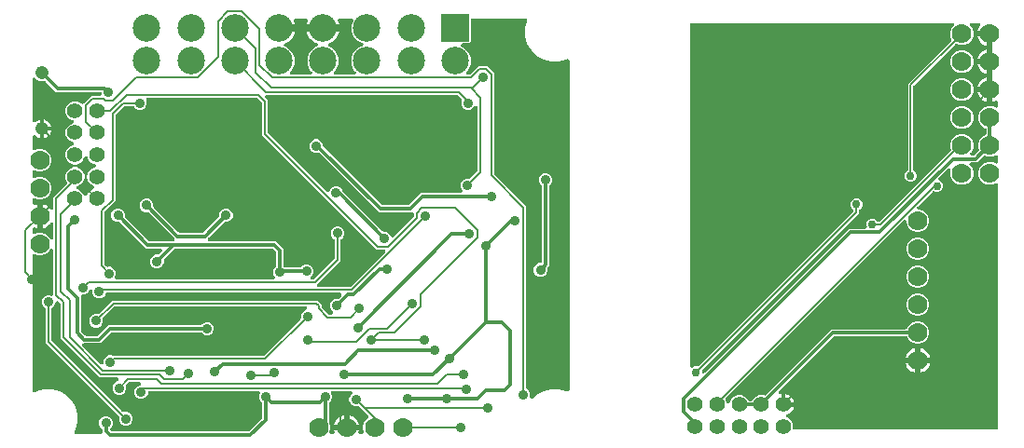
<source format=gbl>
G04 EAGLE Gerber RS-274X export*
G75*
%MOMM*%
%FSLAX34Y34*%
%LPD*%
%INBottom Copper*%
%IPPOS*%
%AMOC8*
5,1,8,0,0,1.08239X$1,22.5*%
G01*
%ADD10R,2.500000X2.500000*%
%ADD11C,2.500000*%
%ADD12C,1.778000*%
%ADD13C,1.208000*%
%ADD14C,1.422400*%
%ADD15C,0.914400*%
%ADD16C,0.203200*%
%ADD17C,0.355600*%
%ADD18C,0.152400*%
%ADD19C,0.756400*%
%ADD20C,0.304800*%

G36*
X658756Y112318D02*
X658756Y112318D01*
X658856Y112323D01*
X658927Y112344D01*
X659001Y112355D01*
X659094Y112392D01*
X659191Y112420D01*
X659256Y112456D01*
X659325Y112484D01*
X659407Y112541D01*
X659495Y112590D01*
X659571Y112655D01*
X659611Y112683D01*
X659635Y112709D01*
X659681Y112749D01*
X788487Y241555D01*
X790719Y243787D01*
X805348Y243787D01*
X805498Y243804D01*
X805647Y243816D01*
X805670Y243824D01*
X805694Y243827D01*
X805836Y243877D01*
X805979Y243924D01*
X806000Y243936D01*
X806023Y243944D01*
X806149Y244026D01*
X806278Y244103D01*
X806295Y244120D01*
X806315Y244133D01*
X806420Y244241D01*
X806528Y244346D01*
X806541Y244366D01*
X806558Y244384D01*
X806635Y244513D01*
X806716Y244639D01*
X806724Y244662D01*
X806736Y244683D01*
X806782Y244826D01*
X806833Y244968D01*
X806835Y244992D01*
X806843Y245015D01*
X806855Y245164D01*
X806871Y245314D01*
X806869Y245338D01*
X806871Y245362D01*
X806848Y245511D01*
X806831Y245660D01*
X806822Y245688D01*
X806819Y245707D01*
X806801Y245751D01*
X806755Y245893D01*
X806487Y246540D01*
X806487Y248652D01*
X807295Y250602D01*
X808788Y252095D01*
X810738Y252903D01*
X812850Y252903D01*
X814800Y252095D01*
X816363Y250531D01*
X816371Y250518D01*
X816422Y250462D01*
X816466Y250399D01*
X816539Y250333D01*
X816605Y250260D01*
X816668Y250217D01*
X816724Y250166D01*
X816811Y250118D01*
X816892Y250062D01*
X816963Y250034D01*
X817029Y249997D01*
X817124Y249970D01*
X817216Y249934D01*
X817291Y249923D01*
X817365Y249902D01*
X817514Y249890D01*
X817561Y249883D01*
X817580Y249885D01*
X817609Y249883D01*
X817836Y249883D01*
X817961Y249897D01*
X818088Y249904D01*
X818134Y249917D01*
X818182Y249923D01*
X818301Y249965D01*
X818422Y250000D01*
X818465Y250024D01*
X818510Y250040D01*
X818617Y250109D01*
X818727Y250170D01*
X818773Y250210D01*
X818803Y250229D01*
X818837Y250264D01*
X818913Y250329D01*
X882840Y314256D01*
X882888Y314316D01*
X882942Y314369D01*
X882996Y314452D01*
X883057Y314529D01*
X883089Y314598D01*
X883131Y314662D01*
X883164Y314755D01*
X883206Y314844D01*
X883222Y314919D01*
X883247Y314991D01*
X883258Y315089D01*
X883279Y315185D01*
X883278Y315261D01*
X883286Y315337D01*
X883275Y315435D01*
X883273Y315533D01*
X883254Y315607D01*
X883245Y315683D01*
X883200Y315825D01*
X883188Y315871D01*
X883179Y315888D01*
X883170Y315916D01*
X882585Y317328D01*
X882585Y321472D01*
X884171Y325300D01*
X887100Y328229D01*
X890928Y329815D01*
X895072Y329815D01*
X898900Y328229D01*
X901829Y325300D01*
X903415Y321472D01*
X903415Y317328D01*
X901829Y313501D01*
X901010Y312681D01*
X900947Y312602D01*
X900878Y312530D01*
X900839Y312466D01*
X900793Y312408D01*
X900750Y312317D01*
X900699Y312231D01*
X900676Y312160D01*
X900644Y312093D01*
X900623Y311995D01*
X900592Y311899D01*
X900586Y311825D01*
X900571Y311752D01*
X900573Y311652D01*
X900564Y311552D01*
X900576Y311478D01*
X900577Y311404D01*
X900601Y311307D01*
X900616Y311207D01*
X900644Y311138D01*
X900662Y311066D01*
X900708Y310977D01*
X900745Y310883D01*
X900787Y310822D01*
X900821Y310756D01*
X900887Y310680D01*
X900944Y310597D01*
X900999Y310547D01*
X901047Y310491D01*
X901128Y310431D01*
X901203Y310364D01*
X901268Y310328D01*
X901328Y310283D01*
X901420Y310244D01*
X901508Y310195D01*
X901579Y310175D01*
X901648Y310145D01*
X901746Y310128D01*
X901843Y310100D01*
X901943Y310092D01*
X901991Y310084D01*
X902026Y310086D01*
X902087Y310081D01*
X903626Y310081D01*
X903752Y310095D01*
X903878Y310102D01*
X903924Y310115D01*
X903972Y310121D01*
X904091Y310163D01*
X904213Y310198D01*
X904255Y310222D01*
X904301Y310238D01*
X904407Y310307D01*
X904517Y310368D01*
X904563Y310408D01*
X904593Y310427D01*
X904627Y310462D01*
X904703Y310527D01*
X908296Y314120D01*
X908344Y314180D01*
X908399Y314233D01*
X908452Y314316D01*
X908513Y314393D01*
X908546Y314462D01*
X908587Y314526D01*
X908620Y314619D01*
X908662Y314708D01*
X908678Y314783D01*
X908704Y314855D01*
X908715Y314953D01*
X908735Y315049D01*
X908734Y315125D01*
X908743Y315201D01*
X908731Y315299D01*
X908729Y315397D01*
X908711Y315471D01*
X908702Y315547D01*
X908656Y315689D01*
X908644Y315735D01*
X908636Y315752D01*
X908627Y315780D01*
X907985Y317328D01*
X907985Y321472D01*
X909571Y325300D01*
X912500Y328229D01*
X914485Y329051D01*
X914552Y329088D01*
X914623Y329117D01*
X914704Y329173D01*
X914790Y329220D01*
X914846Y329272D01*
X914909Y329315D01*
X914975Y329388D01*
X915048Y329455D01*
X915091Y329518D01*
X915142Y329574D01*
X915190Y329660D01*
X915246Y329741D01*
X915274Y329812D01*
X915311Y329879D01*
X915338Y329974D01*
X915374Y330066D01*
X915385Y330141D01*
X915406Y330215D01*
X915418Y330364D01*
X915425Y330410D01*
X915423Y330429D01*
X915425Y330458D01*
X915425Y333742D01*
X915417Y333817D01*
X915418Y333894D01*
X915397Y333990D01*
X915385Y334088D01*
X915360Y334160D01*
X915343Y334234D01*
X915301Y334323D01*
X915268Y334416D01*
X915226Y334480D01*
X915194Y334549D01*
X915132Y334626D01*
X915079Y334709D01*
X915024Y334762D01*
X914976Y334822D01*
X914899Y334882D01*
X914828Y334951D01*
X914763Y334990D01*
X914703Y335037D01*
X914570Y335106D01*
X914529Y335130D01*
X914511Y335136D01*
X914485Y335149D01*
X912500Y335971D01*
X909571Y338900D01*
X907985Y342728D01*
X907985Y346872D01*
X909571Y350700D01*
X912500Y353629D01*
X916328Y355215D01*
X920472Y355215D01*
X923733Y353864D01*
X923878Y353823D01*
X924021Y353777D01*
X924045Y353775D01*
X924068Y353768D01*
X924219Y353761D01*
X924368Y353749D01*
X924392Y353752D01*
X924416Y353751D01*
X924564Y353778D01*
X924713Y353800D01*
X924735Y353809D01*
X924759Y353814D01*
X924897Y353874D01*
X925037Y353929D01*
X925057Y353943D01*
X925079Y353953D01*
X925200Y354042D01*
X925323Y354128D01*
X925339Y354146D01*
X925359Y354160D01*
X925456Y354275D01*
X925556Y354387D01*
X925568Y354408D01*
X925584Y354426D01*
X925652Y354560D01*
X925725Y354692D01*
X925731Y354715D01*
X925742Y354737D01*
X925779Y354882D01*
X925820Y355027D01*
X925822Y355056D01*
X925827Y355075D01*
X925827Y355122D01*
X925839Y355271D01*
X925839Y358676D01*
X925835Y358712D01*
X925838Y358747D01*
X925815Y358884D01*
X925799Y359022D01*
X925787Y359056D01*
X925782Y359091D01*
X925729Y359220D01*
X925682Y359350D01*
X925662Y359380D01*
X925649Y359413D01*
X925568Y359526D01*
X925493Y359643D01*
X925467Y359668D01*
X925446Y359697D01*
X925342Y359789D01*
X925242Y359885D01*
X925211Y359904D01*
X925184Y359927D01*
X925062Y359993D01*
X924943Y360064D01*
X924909Y360075D01*
X924877Y360092D01*
X924743Y360128D01*
X924611Y360170D01*
X924575Y360173D01*
X924541Y360182D01*
X924402Y360187D01*
X924264Y360198D01*
X924228Y360193D01*
X924192Y360194D01*
X924056Y360167D01*
X923919Y360146D01*
X923886Y360133D01*
X923851Y360126D01*
X923624Y360033D01*
X922788Y359607D01*
X921077Y359051D01*
X920939Y359029D01*
X920939Y369184D01*
X920936Y369210D01*
X920938Y369236D01*
X920916Y369383D01*
X920899Y369530D01*
X920891Y369555D01*
X920887Y369581D01*
X920832Y369718D01*
X920782Y369858D01*
X920768Y369880D01*
X920758Y369905D01*
X920673Y370026D01*
X920593Y370151D01*
X920574Y370169D01*
X920559Y370191D01*
X920543Y370205D01*
X920625Y370290D01*
X920639Y370313D01*
X920656Y370332D01*
X920728Y370462D01*
X920804Y370589D01*
X920812Y370614D01*
X920825Y370637D01*
X920865Y370780D01*
X920910Y370921D01*
X920912Y370947D01*
X920920Y370972D01*
X920939Y371216D01*
X920939Y394584D01*
X920936Y394610D01*
X920938Y394636D01*
X920916Y394783D01*
X920899Y394930D01*
X920891Y394955D01*
X920887Y394981D01*
X920832Y395118D01*
X920782Y395258D01*
X920768Y395280D01*
X920758Y395305D01*
X920673Y395426D01*
X920593Y395551D01*
X920574Y395569D01*
X920559Y395591D01*
X920543Y395605D01*
X920625Y395690D01*
X920639Y395713D01*
X920656Y395732D01*
X920728Y395862D01*
X920804Y395989D01*
X920812Y396014D01*
X920825Y396037D01*
X920865Y396180D01*
X920910Y396321D01*
X920912Y396347D01*
X920920Y396372D01*
X920939Y396616D01*
X920939Y419984D01*
X920936Y420010D01*
X920938Y420036D01*
X920916Y420183D01*
X920899Y420330D01*
X920891Y420355D01*
X920887Y420381D01*
X920832Y420518D01*
X920782Y420658D01*
X920768Y420680D01*
X920758Y420705D01*
X920673Y420826D01*
X920593Y420951D01*
X920574Y420969D01*
X920559Y420991D01*
X920449Y421090D01*
X920342Y421193D01*
X920320Y421207D01*
X920300Y421224D01*
X920170Y421296D01*
X920043Y421372D01*
X920018Y421380D01*
X919995Y421393D01*
X919852Y421433D01*
X919711Y421478D01*
X919685Y421480D01*
X919660Y421487D01*
X919416Y421507D01*
X918907Y421507D01*
X918907Y422016D01*
X918904Y422042D01*
X918906Y422068D01*
X918884Y422215D01*
X918867Y422362D01*
X918858Y422387D01*
X918854Y422413D01*
X918800Y422551D01*
X918750Y422690D01*
X918735Y422712D01*
X918726Y422737D01*
X918641Y422858D01*
X918561Y422983D01*
X918542Y423001D01*
X918527Y423023D01*
X918417Y423122D01*
X918310Y423225D01*
X918287Y423239D01*
X918268Y423256D01*
X918138Y423328D01*
X918011Y423404D01*
X917986Y423412D01*
X917963Y423425D01*
X917820Y423465D01*
X917679Y423510D01*
X917653Y423512D01*
X917628Y423520D01*
X917384Y423539D01*
X907229Y423539D01*
X907251Y423677D01*
X907807Y425388D01*
X908624Y426991D01*
X909662Y428421D01*
X909738Y428555D01*
X909818Y428689D01*
X909824Y428707D01*
X909834Y428724D01*
X909877Y428873D01*
X909924Y429021D01*
X909926Y429040D01*
X909931Y429059D01*
X909940Y429214D01*
X909952Y429368D01*
X909949Y429387D01*
X909951Y429407D01*
X909924Y429560D01*
X909901Y429713D01*
X909893Y429731D01*
X909890Y429750D01*
X909829Y429893D01*
X909772Y430037D01*
X909761Y430053D01*
X909753Y430070D01*
X909661Y430196D01*
X909573Y430323D01*
X909559Y430336D01*
X909547Y430351D01*
X909429Y430453D01*
X909314Y430556D01*
X909297Y430566D01*
X909283Y430578D01*
X909145Y430650D01*
X909009Y430725D01*
X908990Y430730D01*
X908973Y430739D01*
X908824Y430777D01*
X908674Y430820D01*
X908650Y430822D01*
X908636Y430825D01*
X908592Y430826D01*
X908430Y430839D01*
X901567Y430839D01*
X901467Y430828D01*
X901367Y430826D01*
X901294Y430808D01*
X901221Y430799D01*
X901126Y430766D01*
X901029Y430741D01*
X900963Y430707D01*
X900893Y430682D01*
X900808Y430627D01*
X900719Y430581D01*
X900662Y430533D01*
X900600Y430493D01*
X900530Y430421D01*
X900453Y430356D01*
X900409Y430296D01*
X900358Y430242D01*
X900306Y430156D01*
X900246Y430075D01*
X900217Y430007D01*
X900179Y429943D01*
X900148Y429847D01*
X900108Y429755D01*
X900095Y429682D01*
X900072Y429611D01*
X900064Y429511D01*
X900047Y429412D01*
X900050Y429338D01*
X900044Y429264D01*
X900059Y429164D01*
X900065Y429064D01*
X900085Y428993D01*
X900096Y428919D01*
X900133Y428826D01*
X900161Y428729D01*
X900197Y428664D01*
X900225Y428595D01*
X900282Y428513D01*
X900331Y428425D01*
X900396Y428349D01*
X900424Y428309D01*
X900450Y428285D01*
X900490Y428239D01*
X901829Y426899D01*
X903415Y423072D01*
X903415Y418928D01*
X901829Y415100D01*
X898900Y412171D01*
X895072Y410585D01*
X890928Y410585D01*
X888253Y411693D01*
X888179Y411714D01*
X888109Y411745D01*
X888013Y411762D01*
X887918Y411789D01*
X887842Y411793D01*
X887766Y411806D01*
X887668Y411801D01*
X887570Y411806D01*
X887495Y411792D01*
X887418Y411788D01*
X887324Y411761D01*
X887227Y411743D01*
X887157Y411713D01*
X887084Y411692D01*
X886998Y411644D01*
X886907Y411605D01*
X886846Y411559D01*
X886779Y411522D01*
X886666Y411425D01*
X886628Y411397D01*
X886615Y411382D01*
X886593Y411363D01*
X849293Y374063D01*
X849214Y373964D01*
X849130Y373870D01*
X849106Y373828D01*
X849076Y373790D01*
X849022Y373676D01*
X848961Y373565D01*
X848948Y373518D01*
X848927Y373475D01*
X848901Y373351D01*
X848866Y373230D01*
X848861Y373169D01*
X848854Y373134D01*
X848855Y373086D01*
X848847Y372986D01*
X848847Y297417D01*
X848855Y297341D01*
X848854Y297264D01*
X848875Y297168D01*
X848887Y297070D01*
X848912Y296999D01*
X848929Y296924D01*
X848971Y296835D01*
X849004Y296742D01*
X849046Y296678D01*
X849078Y296609D01*
X849140Y296532D01*
X849193Y296449D01*
X849248Y296396D01*
X849296Y296337D01*
X849373Y296276D01*
X849444Y296207D01*
X849483Y296184D01*
X851059Y294608D01*
X851867Y292658D01*
X851867Y290546D01*
X851059Y288596D01*
X849566Y287103D01*
X847616Y286295D01*
X845504Y286295D01*
X843554Y287103D01*
X842061Y288596D01*
X841253Y290546D01*
X841253Y292658D01*
X842061Y294608D01*
X843625Y296171D01*
X843638Y296179D01*
X843694Y296230D01*
X843757Y296274D01*
X843823Y296347D01*
X843896Y296413D01*
X843939Y296476D01*
X843990Y296532D01*
X844038Y296618D01*
X844094Y296700D01*
X844122Y296771D01*
X844159Y296837D01*
X844186Y296932D01*
X844222Y297024D01*
X844233Y297099D01*
X844254Y297173D01*
X844266Y297322D01*
X844273Y297369D01*
X844271Y297388D01*
X844273Y297417D01*
X844273Y375511D01*
X883361Y414599D01*
X883408Y414659D01*
X883463Y414712D01*
X883516Y414795D01*
X883577Y414872D01*
X883610Y414941D01*
X883651Y415005D01*
X883684Y415098D01*
X883726Y415187D01*
X883742Y415261D01*
X883768Y415334D01*
X883779Y415432D01*
X883800Y415528D01*
X883798Y415604D01*
X883807Y415680D01*
X883795Y415778D01*
X883794Y415876D01*
X883775Y415950D01*
X883766Y416026D01*
X883720Y416168D01*
X883709Y416214D01*
X883700Y416231D01*
X883691Y416259D01*
X882585Y418928D01*
X882585Y423072D01*
X884171Y426899D01*
X885510Y428239D01*
X885573Y428318D01*
X885642Y428390D01*
X885681Y428454D01*
X885727Y428512D01*
X885770Y428603D01*
X885821Y428689D01*
X885844Y428760D01*
X885876Y428827D01*
X885897Y428925D01*
X885928Y429021D01*
X885934Y429095D01*
X885949Y429168D01*
X885947Y429268D01*
X885956Y429368D01*
X885944Y429442D01*
X885943Y429516D01*
X885919Y429613D01*
X885904Y429713D01*
X885876Y429782D01*
X885858Y429854D01*
X885812Y429943D01*
X885775Y430037D01*
X885733Y430098D01*
X885699Y430164D01*
X885633Y430240D01*
X885576Y430323D01*
X885521Y430373D01*
X885473Y430429D01*
X885392Y430489D01*
X885317Y430556D01*
X885252Y430592D01*
X885192Y430637D01*
X885100Y430676D01*
X885012Y430725D01*
X884941Y430745D01*
X884872Y430775D01*
X884774Y430792D01*
X884677Y430820D01*
X884577Y430828D01*
X884529Y430836D01*
X884494Y430834D01*
X884433Y430839D01*
X647684Y430839D01*
X647658Y430836D01*
X647632Y430838D01*
X647485Y430816D01*
X647338Y430799D01*
X647313Y430791D01*
X647287Y430787D01*
X647149Y430732D01*
X647010Y430682D01*
X646988Y430668D01*
X646963Y430658D01*
X646842Y430573D01*
X646717Y430493D01*
X646699Y430474D01*
X646677Y430459D01*
X646578Y430349D01*
X646475Y430242D01*
X646461Y430220D01*
X646444Y430200D01*
X646372Y430070D01*
X646296Y429943D01*
X646288Y429918D01*
X646275Y429895D01*
X646235Y429752D01*
X646190Y429611D01*
X646188Y429585D01*
X646180Y429560D01*
X646161Y429316D01*
X646161Y118911D01*
X646172Y118811D01*
X646174Y118711D01*
X646192Y118639D01*
X646201Y118565D01*
X646235Y118470D01*
X646259Y118373D01*
X646293Y118307D01*
X646318Y118237D01*
X646373Y118152D01*
X646419Y118063D01*
X646467Y118006D01*
X646507Y117944D01*
X646579Y117874D01*
X646645Y117798D01*
X646704Y117753D01*
X646758Y117702D01*
X646844Y117650D01*
X646925Y117590D01*
X646993Y117561D01*
X647057Y117523D01*
X647153Y117492D01*
X647245Y117452D01*
X647318Y117439D01*
X647389Y117417D01*
X647489Y117409D01*
X647588Y117391D01*
X647662Y117395D01*
X647736Y117389D01*
X647835Y117404D01*
X647936Y117409D01*
X648007Y117429D01*
X648081Y117440D01*
X648174Y117477D01*
X648271Y117505D01*
X648336Y117542D01*
X648405Y117569D01*
X648487Y117626D01*
X648575Y117675D01*
X648651Y117741D01*
X648691Y117768D01*
X648715Y117794D01*
X648761Y117834D01*
X648768Y117841D01*
X650718Y118649D01*
X652929Y118649D01*
X652943Y118645D01*
X653020Y118641D01*
X653095Y118627D01*
X653193Y118632D01*
X653291Y118628D01*
X653367Y118641D01*
X653443Y118645D01*
X653537Y118672D01*
X653634Y118690D01*
X653705Y118721D01*
X653778Y118742D01*
X653864Y118790D01*
X653954Y118829D01*
X654015Y118875D01*
X654082Y118912D01*
X654196Y119008D01*
X654234Y119037D01*
X654246Y119051D01*
X654269Y119070D01*
X794370Y259171D01*
X794386Y259192D01*
X794406Y259209D01*
X794494Y259329D01*
X794586Y259444D01*
X794597Y259468D01*
X794613Y259489D01*
X794672Y259625D01*
X794735Y259760D01*
X794741Y259785D01*
X794751Y259809D01*
X794777Y259956D01*
X794808Y260100D01*
X794808Y260126D01*
X794813Y260152D01*
X794805Y260301D01*
X794802Y260449D01*
X794796Y260474D01*
X794795Y260500D01*
X794754Y260643D01*
X794717Y260787D01*
X794705Y260810D01*
X794698Y260835D01*
X794626Y260965D01*
X794558Y261097D01*
X794541Y261117D01*
X794528Y261139D01*
X794370Y261326D01*
X792817Y262878D01*
X792009Y264828D01*
X792009Y266940D01*
X792817Y268890D01*
X794310Y270383D01*
X796260Y271191D01*
X798372Y271191D01*
X800322Y270383D01*
X801815Y268890D01*
X802623Y266940D01*
X802623Y264828D01*
X801815Y262878D01*
X800252Y261315D01*
X800239Y261308D01*
X800182Y261256D01*
X800119Y261212D01*
X800053Y261140D01*
X799981Y261074D01*
X799937Y261011D01*
X799886Y260954D01*
X799838Y260868D01*
X799782Y260787D01*
X799754Y260716D01*
X799717Y260649D01*
X799690Y260554D01*
X799654Y260463D01*
X799643Y260387D01*
X799622Y260313D01*
X799610Y260165D01*
X799604Y260118D01*
X799605Y260099D01*
X799603Y260069D01*
X799603Y257937D01*
X657502Y115837D01*
X657455Y115777D01*
X657400Y115723D01*
X657347Y115640D01*
X657286Y115564D01*
X657253Y115494D01*
X657212Y115430D01*
X657179Y115337D01*
X657137Y115248D01*
X657121Y115174D01*
X657095Y115101D01*
X657084Y115004D01*
X657064Y114908D01*
X657065Y114831D01*
X657056Y114755D01*
X657068Y114657D01*
X657070Y114559D01*
X657081Y114515D01*
X657081Y113826D01*
X657092Y113726D01*
X657094Y113626D01*
X657112Y113553D01*
X657121Y113480D01*
X657154Y113385D01*
X657179Y113288D01*
X657213Y113221D01*
X657238Y113151D01*
X657293Y113067D01*
X657339Y112978D01*
X657387Y112921D01*
X657427Y112859D01*
X657499Y112789D01*
X657564Y112712D01*
X657624Y112668D01*
X657678Y112616D01*
X657764Y112565D01*
X657845Y112505D01*
X657913Y112476D01*
X657977Y112438D01*
X658073Y112407D01*
X658165Y112367D01*
X658238Y112354D01*
X658309Y112331D01*
X658409Y112323D01*
X658508Y112306D01*
X658582Y112309D01*
X658656Y112303D01*
X658756Y112318D01*
G37*
G36*
X924342Y61164D02*
X924342Y61164D01*
X924368Y61162D01*
X924515Y61184D01*
X924662Y61201D01*
X924687Y61209D01*
X924713Y61213D01*
X924851Y61268D01*
X924990Y61318D01*
X925012Y61332D01*
X925037Y61342D01*
X925158Y61427D01*
X925283Y61507D01*
X925301Y61526D01*
X925323Y61541D01*
X925422Y61651D01*
X925525Y61758D01*
X925539Y61780D01*
X925556Y61800D01*
X925628Y61930D01*
X925704Y62057D01*
X925712Y62082D01*
X925725Y62105D01*
X925765Y62248D01*
X925810Y62389D01*
X925812Y62415D01*
X925820Y62440D01*
X925839Y62684D01*
X925839Y283529D01*
X925822Y283678D01*
X925810Y283828D01*
X925802Y283851D01*
X925799Y283875D01*
X925749Y284016D01*
X925703Y284160D01*
X925690Y284180D01*
X925682Y284203D01*
X925600Y284330D01*
X925523Y284458D01*
X925506Y284476D01*
X925493Y284496D01*
X925384Y284601D01*
X925280Y284708D01*
X925260Y284721D01*
X925242Y284738D01*
X925113Y284815D01*
X924987Y284897D01*
X924964Y284905D01*
X924943Y284917D01*
X924800Y284963D01*
X924658Y285013D01*
X924634Y285016D01*
X924611Y285023D01*
X924462Y285035D01*
X924312Y285052D01*
X924288Y285049D01*
X924264Y285051D01*
X924115Y285029D01*
X923966Y285011D01*
X923938Y285002D01*
X923919Y285000D01*
X923875Y284982D01*
X923733Y284936D01*
X920472Y283585D01*
X916328Y283585D01*
X912500Y285171D01*
X909571Y288100D01*
X907985Y291928D01*
X907985Y296072D01*
X909571Y299900D01*
X912500Y302829D01*
X916328Y304415D01*
X920472Y304415D01*
X923733Y303064D01*
X923878Y303023D01*
X924021Y302977D01*
X924045Y302975D01*
X924068Y302968D01*
X924219Y302961D01*
X924368Y302949D01*
X924392Y302952D01*
X924416Y302951D01*
X924564Y302978D01*
X924713Y303000D01*
X924735Y303009D01*
X924759Y303014D01*
X924897Y303074D01*
X925037Y303129D01*
X925057Y303143D01*
X925079Y303153D01*
X925200Y303242D01*
X925323Y303328D01*
X925339Y303346D01*
X925359Y303360D01*
X925456Y303475D01*
X925556Y303587D01*
X925568Y303608D01*
X925584Y303626D01*
X925652Y303760D01*
X925725Y303892D01*
X925731Y303915D01*
X925742Y303937D01*
X925779Y304082D01*
X925820Y304227D01*
X925822Y304256D01*
X925827Y304275D01*
X925827Y304322D01*
X925839Y304471D01*
X925839Y308929D01*
X925822Y309078D01*
X925810Y309228D01*
X925802Y309251D01*
X925799Y309275D01*
X925749Y309416D01*
X925703Y309560D01*
X925690Y309580D01*
X925682Y309603D01*
X925600Y309730D01*
X925523Y309858D01*
X925506Y309876D01*
X925493Y309896D01*
X925384Y310001D01*
X925280Y310108D01*
X925260Y310121D01*
X925242Y310138D01*
X925113Y310215D01*
X924987Y310297D01*
X924964Y310305D01*
X924943Y310317D01*
X924800Y310363D01*
X924658Y310413D01*
X924634Y310416D01*
X924611Y310423D01*
X924462Y310435D01*
X924312Y310452D01*
X924288Y310449D01*
X924264Y310451D01*
X924115Y310429D01*
X923966Y310411D01*
X923938Y310402D01*
X923919Y310400D01*
X923875Y310382D01*
X923733Y310336D01*
X920472Y308985D01*
X916328Y308985D01*
X914056Y309927D01*
X913982Y309948D01*
X913912Y309978D01*
X913816Y309995D01*
X913721Y310022D01*
X913644Y310026D01*
X913569Y310039D01*
X913471Y310034D01*
X913373Y310039D01*
X913298Y310025D01*
X913221Y310022D01*
X913127Y309994D01*
X913030Y309977D01*
X912960Y309946D01*
X912886Y309925D01*
X912800Y309877D01*
X912710Y309838D01*
X912649Y309792D01*
X912582Y309755D01*
X912468Y309658D01*
X912431Y309630D01*
X912418Y309615D01*
X912396Y309596D01*
X906783Y303983D01*
X901423Y303983D01*
X901323Y303972D01*
X901223Y303970D01*
X901150Y303952D01*
X901077Y303943D01*
X900982Y303910D01*
X900885Y303885D01*
X900819Y303851D01*
X900749Y303826D01*
X900664Y303771D01*
X900575Y303725D01*
X900518Y303677D01*
X900456Y303637D01*
X900386Y303565D01*
X900309Y303500D01*
X900265Y303440D01*
X900214Y303386D01*
X900162Y303300D01*
X900102Y303219D01*
X900073Y303151D01*
X900035Y303087D01*
X900004Y302991D01*
X899964Y302899D01*
X899951Y302826D01*
X899928Y302755D01*
X899920Y302655D01*
X899903Y302556D01*
X899906Y302482D01*
X899900Y302408D01*
X899915Y302308D01*
X899921Y302208D01*
X899941Y302137D01*
X899952Y302063D01*
X899989Y301970D01*
X900017Y301873D01*
X900053Y301808D01*
X900081Y301739D01*
X900138Y301657D01*
X900187Y301569D01*
X900252Y301493D01*
X900280Y301453D01*
X900306Y301429D01*
X900346Y301383D01*
X901829Y299899D01*
X903415Y296072D01*
X903415Y291928D01*
X901829Y288100D01*
X898900Y285171D01*
X895072Y283585D01*
X890928Y283585D01*
X887100Y285171D01*
X884171Y288100D01*
X882585Y291928D01*
X882585Y296072D01*
X882687Y296317D01*
X882701Y296365D01*
X882722Y296411D01*
X882748Y296532D01*
X882783Y296652D01*
X882785Y296702D01*
X882796Y296751D01*
X882793Y296876D01*
X882800Y297000D01*
X882790Y297050D01*
X882790Y297100D01*
X882759Y297221D01*
X882737Y297343D01*
X882717Y297389D01*
X882705Y297438D01*
X882648Y297549D01*
X882598Y297663D01*
X882568Y297703D01*
X882545Y297748D01*
X882464Y297843D01*
X882390Y297942D01*
X882352Y297975D01*
X882319Y298013D01*
X882219Y298087D01*
X882124Y298167D01*
X882079Y298190D01*
X882039Y298220D01*
X881925Y298270D01*
X881814Y298326D01*
X881765Y298338D01*
X881719Y298358D01*
X881596Y298380D01*
X881476Y298410D01*
X881425Y298411D01*
X881376Y298420D01*
X881252Y298414D01*
X881127Y298415D01*
X881078Y298405D01*
X881028Y298402D01*
X880908Y298368D01*
X880787Y298341D01*
X880741Y298320D01*
X880693Y298306D01*
X880584Y298245D01*
X880472Y298191D01*
X880433Y298160D01*
X880389Y298135D01*
X880202Y297977D01*
X872186Y289960D01*
X872092Y289843D01*
X871995Y289728D01*
X871984Y289706D01*
X871969Y289687D01*
X871905Y289551D01*
X871836Y289417D01*
X871830Y289394D01*
X871820Y289372D01*
X871789Y289225D01*
X871752Y289079D01*
X871752Y289055D01*
X871747Y289031D01*
X871749Y288882D01*
X871747Y288731D01*
X871752Y288707D01*
X871753Y288683D01*
X871789Y288537D01*
X871821Y288390D01*
X871832Y288368D01*
X871838Y288345D01*
X871907Y288211D01*
X871971Y288075D01*
X871986Y288057D01*
X871997Y288035D01*
X872095Y287920D01*
X872189Y287803D01*
X872208Y287788D01*
X872223Y287770D01*
X872344Y287680D01*
X872462Y287587D01*
X872488Y287574D01*
X872504Y287563D01*
X872547Y287544D01*
X872680Y287476D01*
X873474Y287147D01*
X874967Y285654D01*
X875775Y283704D01*
X875775Y281592D01*
X874967Y279642D01*
X873474Y278149D01*
X871524Y277341D01*
X869412Y277341D01*
X869397Y277348D01*
X868017Y277919D01*
X867944Y277940D01*
X867873Y277971D01*
X867777Y277988D01*
X867682Y278015D01*
X867606Y278019D01*
X867530Y278032D01*
X867432Y278027D01*
X867334Y278032D01*
X867259Y278018D01*
X867182Y278014D01*
X867088Y277987D01*
X866991Y277969D01*
X866921Y277939D01*
X866847Y277918D01*
X866762Y277870D01*
X866671Y277830D01*
X866610Y277785D01*
X866543Y277748D01*
X866430Y277651D01*
X866392Y277623D01*
X866379Y277608D01*
X866357Y277589D01*
X852783Y264015D01*
X852721Y263937D01*
X852651Y263864D01*
X852613Y263800D01*
X852566Y263742D01*
X852523Y263651D01*
X852472Y263565D01*
X852449Y263494D01*
X852417Y263427D01*
X852396Y263329D01*
X852366Y263233D01*
X852360Y263159D01*
X852344Y263086D01*
X852346Y262986D01*
X852338Y262886D01*
X852349Y262812D01*
X852350Y262738D01*
X852375Y262641D01*
X852389Y262541D01*
X852417Y262472D01*
X852435Y262400D01*
X852481Y262310D01*
X852518Y262217D01*
X852561Y262156D01*
X852595Y262090D01*
X852660Y262013D01*
X852717Y261931D01*
X852772Y261881D01*
X852821Y261825D01*
X852901Y261765D01*
X852976Y261698D01*
X853041Y261662D01*
X853101Y261617D01*
X853193Y261578D01*
X853281Y261529D01*
X853353Y261509D01*
X853421Y261479D01*
X853520Y261462D01*
X853616Y261434D01*
X853716Y261426D01*
X853764Y261418D01*
X853800Y261420D01*
X853860Y261415D01*
X855072Y261415D01*
X858900Y259829D01*
X861829Y256900D01*
X863415Y253072D01*
X863415Y248928D01*
X861829Y245100D01*
X858900Y242171D01*
X855072Y240585D01*
X850928Y240585D01*
X847100Y242171D01*
X844171Y245100D01*
X842585Y248928D01*
X842585Y250140D01*
X842574Y250240D01*
X842572Y250340D01*
X842554Y250412D01*
X842545Y250486D01*
X842512Y250581D01*
X842487Y250678D01*
X842453Y250744D01*
X842428Y250814D01*
X842373Y250899D01*
X842327Y250988D01*
X842279Y251045D01*
X842239Y251107D01*
X842167Y251177D01*
X842102Y251253D01*
X842042Y251297D01*
X841988Y251349D01*
X841902Y251401D01*
X841821Y251460D01*
X841753Y251490D01*
X841689Y251528D01*
X841593Y251559D01*
X841501Y251598D01*
X841428Y251612D01*
X841357Y251634D01*
X841257Y251642D01*
X841158Y251660D01*
X841084Y251656D01*
X841010Y251662D01*
X840910Y251647D01*
X840810Y251642D01*
X840739Y251622D01*
X840665Y251611D01*
X840572Y251573D01*
X840475Y251546D01*
X840410Y251509D01*
X840341Y251482D01*
X840259Y251425D01*
X840171Y251375D01*
X840095Y251310D01*
X840055Y251283D01*
X840031Y251256D01*
X839985Y251217D01*
X678848Y90080D01*
X678800Y90020D01*
X678745Y89967D01*
X678692Y89884D01*
X678631Y89807D01*
X678599Y89738D01*
X678557Y89673D01*
X678524Y89581D01*
X678482Y89492D01*
X678466Y89417D01*
X678441Y89345D01*
X678430Y89247D01*
X678409Y89151D01*
X678410Y89075D01*
X678402Y88999D01*
X678413Y88901D01*
X678415Y88803D01*
X678433Y88729D01*
X678442Y88653D01*
X678488Y88510D01*
X678500Y88465D01*
X678509Y88448D01*
X678518Y88420D01*
X679593Y85824D01*
X679641Y85737D01*
X679682Y85644D01*
X679726Y85585D01*
X679762Y85520D01*
X679829Y85445D01*
X679889Y85365D01*
X679946Y85317D01*
X679996Y85261D01*
X680079Y85204D01*
X680155Y85140D01*
X680222Y85106D01*
X680283Y85063D01*
X680376Y85026D01*
X680466Y84981D01*
X680538Y84963D01*
X680607Y84935D01*
X680706Y84921D01*
X680804Y84897D01*
X680878Y84896D01*
X680952Y84885D01*
X681052Y84893D01*
X681152Y84892D01*
X681225Y84907D01*
X681299Y84914D01*
X681395Y84944D01*
X681493Y84966D01*
X681560Y84998D01*
X681631Y85021D01*
X681717Y85072D01*
X681808Y85116D01*
X681866Y85162D01*
X681929Y85200D01*
X682002Y85270D01*
X682080Y85333D01*
X682126Y85391D01*
X682179Y85443D01*
X682234Y85528D01*
X682296Y85607D01*
X682342Y85696D01*
X682368Y85736D01*
X682380Y85770D01*
X682407Y85824D01*
X683678Y88892D01*
X686108Y91322D01*
X689282Y92637D01*
X692718Y92637D01*
X695892Y91322D01*
X698322Y88892D01*
X698696Y87989D01*
X698733Y87923D01*
X698758Y87858D01*
X698759Y87858D01*
X698761Y87851D01*
X698818Y87771D01*
X698865Y87684D01*
X698917Y87628D01*
X698960Y87565D01*
X699033Y87499D01*
X699099Y87426D01*
X699162Y87383D01*
X699219Y87332D01*
X699305Y87284D01*
X699386Y87228D01*
X699457Y87200D01*
X699524Y87163D01*
X699619Y87136D01*
X699710Y87100D01*
X699786Y87089D01*
X699860Y87068D01*
X700008Y87056D01*
X700055Y87049D01*
X700074Y87051D01*
X700103Y87049D01*
X701897Y87049D01*
X701973Y87057D01*
X702049Y87056D01*
X702145Y87077D01*
X702243Y87089D01*
X702315Y87114D01*
X702390Y87131D01*
X702478Y87173D01*
X702571Y87206D01*
X702635Y87248D01*
X702704Y87280D01*
X702781Y87342D01*
X702864Y87395D01*
X702917Y87450D01*
X702977Y87498D01*
X703038Y87575D01*
X703106Y87646D01*
X703145Y87711D01*
X703193Y87771D01*
X703261Y87905D01*
X703285Y87945D01*
X703286Y87950D01*
X703288Y87952D01*
X703292Y87967D01*
X703304Y87989D01*
X703678Y88892D01*
X706108Y91322D01*
X709282Y92637D01*
X712718Y92637D01*
X713621Y92263D01*
X713695Y92242D01*
X713765Y92211D01*
X713862Y92194D01*
X713956Y92167D01*
X714033Y92163D01*
X714108Y92150D01*
X714206Y92155D01*
X714304Y92150D01*
X714380Y92164D01*
X714456Y92168D01*
X714550Y92195D01*
X714647Y92213D01*
X714717Y92243D01*
X714791Y92264D01*
X714877Y92312D01*
X714967Y92351D01*
X715028Y92397D01*
X715095Y92434D01*
X715209Y92531D01*
X715247Y92559D01*
X715259Y92574D01*
X715281Y92593D01*
X772803Y150115D01*
X775035Y152347D01*
X841930Y152347D01*
X842006Y152355D01*
X842082Y152354D01*
X842179Y152375D01*
X842276Y152387D01*
X842348Y152412D01*
X842423Y152429D01*
X842512Y152471D01*
X842604Y152504D01*
X842669Y152546D01*
X842737Y152578D01*
X842814Y152640D01*
X842897Y152693D01*
X842950Y152748D01*
X843010Y152796D01*
X843071Y152873D01*
X843139Y152944D01*
X843179Y153009D01*
X843226Y153069D01*
X843294Y153202D01*
X843318Y153243D01*
X843324Y153261D01*
X843337Y153287D01*
X844171Y155300D01*
X847100Y158229D01*
X850928Y159815D01*
X855072Y159815D01*
X858900Y158229D01*
X861829Y155300D01*
X863415Y151472D01*
X863415Y147328D01*
X861829Y143500D01*
X858900Y140571D01*
X855072Y138985D01*
X850928Y138985D01*
X847100Y140571D01*
X844171Y143500D01*
X843422Y145309D01*
X843385Y145376D01*
X843356Y145447D01*
X843300Y145528D01*
X843252Y145614D01*
X843201Y145670D01*
X843157Y145733D01*
X843084Y145799D01*
X843018Y145872D01*
X842955Y145915D01*
X842899Y145966D01*
X842812Y146014D01*
X842732Y146070D01*
X842661Y146098D01*
X842594Y146135D01*
X842499Y146162D01*
X842407Y146198D01*
X842332Y146209D01*
X842258Y146230D01*
X842109Y146242D01*
X842063Y146249D01*
X842044Y146247D01*
X842014Y146249D01*
X778192Y146249D01*
X778066Y146235D01*
X777940Y146228D01*
X777894Y146215D01*
X777846Y146209D01*
X777727Y146167D01*
X777605Y146132D01*
X777563Y146108D01*
X777517Y146092D01*
X777411Y146023D01*
X777301Y145962D01*
X777255Y145922D01*
X777225Y145903D01*
X777191Y145868D01*
X777115Y145803D01*
X727282Y95970D01*
X727179Y95841D01*
X727075Y95713D01*
X727071Y95704D01*
X727065Y95697D01*
X726995Y95549D01*
X726922Y95400D01*
X726920Y95390D01*
X726916Y95382D01*
X726882Y95222D01*
X726845Y95060D01*
X726845Y95050D01*
X726843Y95041D01*
X726845Y94877D01*
X726846Y94711D01*
X726848Y94702D01*
X726849Y94693D01*
X726889Y94533D01*
X726927Y94372D01*
X726931Y94364D01*
X726934Y94355D01*
X727009Y94208D01*
X727083Y94061D01*
X727089Y94053D01*
X727093Y94045D01*
X727200Y93919D01*
X727305Y93792D01*
X727313Y93787D01*
X727319Y93780D01*
X727452Y93681D01*
X727583Y93582D01*
X727592Y93578D01*
X727599Y93572D01*
X727751Y93507D01*
X727901Y93440D01*
X727911Y93438D01*
X727919Y93434D01*
X728082Y93405D01*
X728244Y93374D01*
X728253Y93374D01*
X728262Y93373D01*
X728371Y93378D01*
X728377Y93378D01*
X728419Y93381D01*
X728426Y93381D01*
X728592Y93388D01*
X728603Y93390D01*
X728610Y93391D01*
X728639Y93399D01*
X728642Y93400D01*
X729001Y93456D01*
X729001Y84476D01*
X729004Y84450D01*
X729002Y84424D01*
X729024Y84277D01*
X729041Y84130D01*
X729049Y84105D01*
X729053Y84079D01*
X729108Y83942D01*
X729158Y83802D01*
X729172Y83780D01*
X729182Y83755D01*
X729267Y83634D01*
X729347Y83509D01*
X729366Y83491D01*
X729381Y83469D01*
X729491Y83370D01*
X729598Y83267D01*
X729620Y83253D01*
X729640Y83236D01*
X729770Y83164D01*
X729897Y83088D01*
X729922Y83080D01*
X729945Y83067D01*
X730040Y83040D01*
X730060Y82989D01*
X730110Y82850D01*
X730125Y82828D01*
X730134Y82803D01*
X730219Y82682D01*
X730299Y82557D01*
X730318Y82539D01*
X730333Y82517D01*
X730443Y82418D01*
X730550Y82315D01*
X730573Y82301D01*
X730592Y82284D01*
X730722Y82212D01*
X730849Y82136D01*
X730874Y82128D01*
X730897Y82115D01*
X731040Y82075D01*
X731181Y82030D01*
X731207Y82027D01*
X731232Y82020D01*
X731476Y82001D01*
X740456Y82001D01*
X740415Y81740D01*
X739946Y80295D01*
X739256Y78941D01*
X738363Y77712D01*
X737288Y76637D01*
X736059Y75744D01*
X734705Y75054D01*
X734248Y74906D01*
X734103Y74839D01*
X733955Y74775D01*
X733944Y74767D01*
X733931Y74761D01*
X733804Y74663D01*
X733676Y74568D01*
X733666Y74557D01*
X733655Y74548D01*
X733554Y74423D01*
X733450Y74302D01*
X733444Y74289D01*
X733435Y74277D01*
X733365Y74134D01*
X733292Y73991D01*
X733288Y73977D01*
X733282Y73964D01*
X733246Y73808D01*
X733208Y73653D01*
X733207Y73639D01*
X733204Y73625D01*
X733205Y73465D01*
X733203Y73305D01*
X733206Y73290D01*
X733206Y73276D01*
X733243Y73120D01*
X733277Y72964D01*
X733283Y72951D01*
X733286Y72937D01*
X733358Y72794D01*
X733427Y72649D01*
X733436Y72638D01*
X733442Y72625D01*
X733544Y72502D01*
X733644Y72377D01*
X733655Y72368D01*
X733665Y72357D01*
X733792Y72260D01*
X733918Y72161D01*
X733933Y72153D01*
X733942Y72146D01*
X733977Y72131D01*
X734135Y72050D01*
X735892Y71322D01*
X738322Y68892D01*
X739637Y65718D01*
X739637Y62684D01*
X739640Y62658D01*
X739638Y62632D01*
X739660Y62485D01*
X739677Y62338D01*
X739685Y62313D01*
X739689Y62287D01*
X739744Y62149D01*
X739794Y62010D01*
X739808Y61988D01*
X739818Y61963D01*
X739903Y61842D01*
X739983Y61717D01*
X740002Y61699D01*
X740017Y61677D01*
X740127Y61578D01*
X740234Y61475D01*
X740256Y61461D01*
X740276Y61444D01*
X740406Y61372D01*
X740533Y61296D01*
X740558Y61288D01*
X740581Y61275D01*
X740724Y61235D01*
X740865Y61190D01*
X740891Y61188D01*
X740916Y61180D01*
X741160Y61161D01*
X924316Y61161D01*
X924342Y61164D01*
G37*
G36*
X337380Y190559D02*
X337380Y190559D01*
X337549Y190573D01*
X337567Y190579D01*
X337586Y190581D01*
X337747Y190634D01*
X337909Y190683D01*
X337925Y190693D01*
X337943Y190698D01*
X338090Y190785D01*
X338238Y190867D01*
X338254Y190881D01*
X338268Y190889D01*
X338317Y190934D01*
X338468Y191061D01*
X369212Y221805D01*
X369248Y221850D01*
X369290Y221888D01*
X369366Y221995D01*
X369449Y222098D01*
X369474Y222149D01*
X369507Y222195D01*
X369559Y222317D01*
X369618Y222434D01*
X369633Y222489D01*
X369655Y222542D01*
X369680Y222671D01*
X369713Y222799D01*
X369716Y222855D01*
X369726Y222911D01*
X369724Y223043D01*
X369729Y223175D01*
X369720Y223231D01*
X369718Y223288D01*
X369688Y223416D01*
X369666Y223546D01*
X369644Y223599D01*
X369631Y223654D01*
X369574Y223773D01*
X369525Y223896D01*
X369493Y223943D01*
X369469Y223994D01*
X369388Y224098D01*
X369314Y224208D01*
X369273Y224247D01*
X369239Y224292D01*
X369138Y224377D01*
X369042Y224468D01*
X368994Y224498D01*
X368951Y224534D01*
X368834Y224596D01*
X368722Y224666D01*
X368668Y224684D01*
X368618Y224711D01*
X368491Y224747D01*
X368367Y224791D01*
X368311Y224798D01*
X368256Y224814D01*
X368059Y224830D01*
X367993Y224839D01*
X367977Y224837D01*
X367955Y224839D01*
X361791Y224839D01*
X257999Y328631D01*
X257999Y357264D01*
X257981Y357432D01*
X257967Y357601D01*
X257961Y357619D01*
X257959Y357638D01*
X257906Y357799D01*
X257857Y357961D01*
X257847Y357978D01*
X257842Y357996D01*
X257756Y358142D01*
X257673Y358290D01*
X257659Y358306D01*
X257651Y358320D01*
X257606Y358369D01*
X257479Y358520D01*
X253440Y362559D01*
X253308Y362665D01*
X253179Y362774D01*
X253162Y362783D01*
X253147Y362795D01*
X252996Y362872D01*
X252846Y362951D01*
X252828Y362956D01*
X252811Y362965D01*
X252647Y363008D01*
X252484Y363054D01*
X252463Y363055D01*
X252447Y363060D01*
X252381Y363062D01*
X252184Y363079D01*
X154155Y363079D01*
X154071Y363070D01*
X153986Y363071D01*
X153884Y363050D01*
X153781Y363039D01*
X153700Y363013D01*
X153617Y362996D01*
X153522Y362954D01*
X153423Y362922D01*
X153350Y362878D01*
X153272Y362844D01*
X153188Y362784D01*
X153098Y362731D01*
X153036Y362673D01*
X152967Y362624D01*
X152897Y362546D01*
X152821Y362476D01*
X152772Y362407D01*
X152715Y362344D01*
X152663Y362254D01*
X152603Y362169D01*
X152570Y362091D01*
X152528Y362017D01*
X152496Y361918D01*
X152456Y361823D01*
X152440Y361739D01*
X152414Y361658D01*
X152404Y361555D01*
X152384Y361453D01*
X152386Y361368D01*
X152378Y361283D01*
X152390Y361180D01*
X152392Y361076D01*
X152412Y360994D01*
X152422Y360909D01*
X152462Y360782D01*
X152479Y360710D01*
X152496Y360674D01*
X152513Y360622D01*
X153097Y359213D01*
X153097Y356787D01*
X152169Y354547D01*
X150453Y352831D01*
X148213Y351903D01*
X145787Y351903D01*
X143547Y352831D01*
X141793Y354585D01*
X141779Y354614D01*
X141750Y354651D01*
X141728Y354693D01*
X141635Y354800D01*
X141549Y354912D01*
X141513Y354942D01*
X141482Y354978D01*
X141369Y355063D01*
X141261Y355154D01*
X141219Y355177D01*
X141182Y355205D01*
X141053Y355265D01*
X140929Y355331D01*
X140883Y355344D01*
X140840Y355364D01*
X140702Y355395D01*
X140566Y355434D01*
X140512Y355438D01*
X140473Y355447D01*
X140399Y355448D01*
X140266Y355459D01*
X133789Y355459D01*
X133620Y355441D01*
X133451Y355427D01*
X133433Y355421D01*
X133414Y355419D01*
X133253Y355366D01*
X133091Y355317D01*
X133075Y355307D01*
X133057Y355302D01*
X132910Y355216D01*
X132762Y355133D01*
X132746Y355119D01*
X132732Y355111D01*
X132683Y355066D01*
X132532Y354939D01*
X125061Y347468D01*
X124955Y347336D01*
X124846Y347207D01*
X124837Y347190D01*
X124825Y347175D01*
X124748Y347024D01*
X124669Y346874D01*
X124664Y346856D01*
X124655Y346839D01*
X124612Y346675D01*
X124566Y346512D01*
X124565Y346491D01*
X124560Y346475D01*
X124558Y346409D01*
X124541Y346211D01*
X124541Y268948D01*
X115061Y259468D01*
X114955Y259336D01*
X114846Y259207D01*
X114837Y259190D01*
X114825Y259175D01*
X114748Y259024D01*
X114669Y258874D01*
X114664Y258856D01*
X114655Y258839D01*
X114612Y258675D01*
X114566Y258512D01*
X114565Y258491D01*
X114560Y258475D01*
X114558Y258409D01*
X114541Y258211D01*
X114541Y211789D01*
X114553Y211674D01*
X114555Y211572D01*
X114567Y211521D01*
X114573Y211451D01*
X114579Y211433D01*
X114581Y211414D01*
X114624Y211284D01*
X114642Y211205D01*
X114659Y211170D01*
X114683Y211091D01*
X114693Y211075D01*
X114698Y211057D01*
X114779Y210920D01*
X114805Y210866D01*
X114821Y210844D01*
X114867Y210762D01*
X114881Y210746D01*
X114889Y210732D01*
X114934Y210683D01*
X115061Y210532D01*
X116035Y209558D01*
X116145Y209470D01*
X116250Y209375D01*
X116291Y209352D01*
X116328Y209322D01*
X116454Y209258D01*
X116577Y209188D01*
X116622Y209174D01*
X116664Y209152D01*
X116801Y209117D01*
X116935Y209074D01*
X116983Y209069D01*
X117028Y209057D01*
X117169Y209051D01*
X117310Y209038D01*
X117357Y209043D01*
X117405Y209041D01*
X117544Y209065D01*
X117684Y209082D01*
X117731Y209097D01*
X120213Y209097D01*
X122453Y208169D01*
X124169Y206453D01*
X125097Y204213D01*
X125097Y201787D01*
X124356Y199998D01*
X124333Y199920D01*
X124314Y199877D01*
X124314Y199875D01*
X124298Y199838D01*
X124279Y199737D01*
X124249Y199637D01*
X124243Y199552D01*
X124227Y199469D01*
X124229Y199365D01*
X124221Y199261D01*
X124233Y199177D01*
X124235Y199092D01*
X124259Y198991D01*
X124273Y198888D01*
X124302Y198809D01*
X124322Y198726D01*
X124367Y198632D01*
X124402Y198535D01*
X124448Y198463D01*
X124484Y198386D01*
X124548Y198304D01*
X124603Y198216D01*
X124663Y198155D01*
X124714Y198088D01*
X124794Y198021D01*
X124866Y197947D01*
X124937Y197900D01*
X125002Y197846D01*
X125094Y197797D01*
X125181Y197740D01*
X125260Y197709D01*
X125335Y197669D01*
X125435Y197641D01*
X125531Y197603D01*
X125615Y197589D01*
X125697Y197566D01*
X125830Y197555D01*
X125903Y197543D01*
X125943Y197545D01*
X125998Y197541D01*
X267547Y197541D01*
X267603Y197547D01*
X267660Y197544D01*
X267790Y197567D01*
X267921Y197581D01*
X267975Y197598D01*
X268031Y197608D01*
X268153Y197657D01*
X268279Y197698D01*
X268328Y197727D01*
X268380Y197748D01*
X268489Y197822D01*
X268603Y197889D01*
X268645Y197928D01*
X268692Y197959D01*
X268783Y198054D01*
X268881Y198144D01*
X268913Y198190D01*
X268953Y198231D01*
X269022Y198343D01*
X269098Y198451D01*
X269120Y198503D01*
X269150Y198552D01*
X269194Y198676D01*
X269246Y198797D01*
X269257Y198853D01*
X269276Y198907D01*
X269292Y199038D01*
X269317Y199167D01*
X269316Y199224D01*
X269323Y199280D01*
X269312Y199412D01*
X269309Y199544D01*
X269296Y199599D01*
X269291Y199655D01*
X269253Y199782D01*
X269222Y199910D01*
X269198Y199961D01*
X269181Y200015D01*
X269117Y200131D01*
X269060Y200250D01*
X269025Y200295D01*
X268998Y200344D01*
X268870Y200495D01*
X268832Y200544D01*
X267903Y202787D01*
X267903Y205213D01*
X268831Y207453D01*
X270177Y208799D01*
X270203Y208832D01*
X270219Y208846D01*
X270247Y208886D01*
X270283Y208931D01*
X270392Y209060D01*
X270401Y209077D01*
X270413Y209092D01*
X270490Y209243D01*
X270569Y209393D01*
X270574Y209411D01*
X270583Y209428D01*
X270626Y209592D01*
X270672Y209755D01*
X270673Y209776D01*
X270678Y209792D01*
X270680Y209858D01*
X270697Y210056D01*
X270697Y221896D01*
X270679Y222065D01*
X270665Y222233D01*
X270659Y222251D01*
X270657Y222270D01*
X270604Y222431D01*
X270555Y222593D01*
X270545Y222610D01*
X270540Y222628D01*
X270454Y222774D01*
X270371Y222922D01*
X270357Y222938D01*
X270349Y222953D01*
X270304Y223001D01*
X270177Y223153D01*
X268153Y225177D01*
X268020Y225283D01*
X267891Y225392D01*
X267874Y225401D01*
X267860Y225413D01*
X267708Y225490D01*
X267559Y225569D01*
X267540Y225574D01*
X267523Y225583D01*
X267359Y225626D01*
X267196Y225672D01*
X267175Y225673D01*
X267159Y225678D01*
X267093Y225680D01*
X266896Y225697D01*
X179484Y225697D01*
X179315Y225679D01*
X179147Y225665D01*
X179129Y225659D01*
X179110Y225657D01*
X178949Y225604D01*
X178787Y225555D01*
X178770Y225545D01*
X178752Y225540D01*
X178606Y225454D01*
X178458Y225371D01*
X178442Y225357D01*
X178427Y225349D01*
X178379Y225304D01*
X178227Y225177D01*
X168997Y215947D01*
X168891Y215814D01*
X168782Y215685D01*
X168773Y215668D01*
X168761Y215654D01*
X168684Y215502D01*
X168605Y215353D01*
X168600Y215334D01*
X168591Y215317D01*
X168548Y215153D01*
X168502Y214990D01*
X168501Y214969D01*
X168496Y214953D01*
X168494Y214887D01*
X168477Y214690D01*
X168477Y212787D01*
X167549Y210547D01*
X165833Y208831D01*
X163593Y207903D01*
X161167Y207903D01*
X158927Y208831D01*
X157211Y210547D01*
X156283Y212787D01*
X156283Y215213D01*
X157211Y217453D01*
X158927Y219169D01*
X161167Y220097D01*
X163070Y220097D01*
X163239Y220115D01*
X163407Y220129D01*
X163425Y220135D01*
X163444Y220137D01*
X163606Y220190D01*
X163767Y220239D01*
X163784Y220249D01*
X163802Y220254D01*
X163948Y220340D01*
X164096Y220423D01*
X164112Y220437D01*
X164127Y220445D01*
X164175Y220490D01*
X164326Y220617D01*
X166373Y222663D01*
X166408Y222707D01*
X166450Y222746D01*
X166526Y222854D01*
X166609Y222956D01*
X166635Y223007D01*
X166667Y223053D01*
X166719Y223175D01*
X166779Y223292D01*
X166793Y223347D01*
X166815Y223400D01*
X166840Y223529D01*
X166874Y223657D01*
X166876Y223713D01*
X166887Y223769D01*
X166884Y223901D01*
X166890Y224033D01*
X166880Y224089D01*
X166879Y224146D01*
X166848Y224274D01*
X166826Y224404D01*
X166805Y224457D01*
X166792Y224512D01*
X166735Y224631D01*
X166686Y224754D01*
X166654Y224801D01*
X166629Y224852D01*
X166549Y224956D01*
X166475Y225066D01*
X166434Y225105D01*
X166399Y225150D01*
X166298Y225235D01*
X166203Y225326D01*
X166154Y225356D01*
X166111Y225392D01*
X165995Y225454D01*
X165882Y225524D01*
X165829Y225542D01*
X165779Y225569D01*
X165652Y225605D01*
X165527Y225649D01*
X165471Y225656D01*
X165416Y225672D01*
X165219Y225688D01*
X165154Y225697D01*
X165137Y225695D01*
X165116Y225697D01*
X152632Y225697D01*
X128947Y249383D01*
X128814Y249489D01*
X128685Y249598D01*
X128668Y249607D01*
X128654Y249619D01*
X128502Y249696D01*
X128353Y249775D01*
X128334Y249780D01*
X128317Y249789D01*
X128153Y249832D01*
X127990Y249878D01*
X127969Y249879D01*
X127953Y249884D01*
X127887Y249886D01*
X127690Y249903D01*
X125787Y249903D01*
X123547Y250831D01*
X121831Y252547D01*
X120903Y254787D01*
X120903Y257213D01*
X121831Y259453D01*
X123547Y261169D01*
X125787Y262097D01*
X128213Y262097D01*
X130453Y261169D01*
X132169Y259453D01*
X133097Y257213D01*
X133097Y255310D01*
X133115Y255141D01*
X133129Y254973D01*
X133135Y254955D01*
X133137Y254936D01*
X133190Y254775D01*
X133239Y254613D01*
X133249Y254596D01*
X133254Y254578D01*
X133340Y254432D01*
X133423Y254284D01*
X133437Y254268D01*
X133445Y254253D01*
X133490Y254205D01*
X133617Y254053D01*
X154847Y232823D01*
X154980Y232717D01*
X155109Y232608D01*
X155126Y232599D01*
X155140Y232587D01*
X155292Y232510D01*
X155441Y232431D01*
X155460Y232426D01*
X155477Y232417D01*
X155641Y232374D01*
X155804Y232328D01*
X155825Y232327D01*
X155841Y232322D01*
X155907Y232320D01*
X156104Y232303D01*
X176736Y232303D01*
X176792Y232309D01*
X176849Y232306D01*
X176979Y232329D01*
X177110Y232343D01*
X177164Y232360D01*
X177220Y232370D01*
X177343Y232419D01*
X177468Y232460D01*
X177517Y232489D01*
X177569Y232510D01*
X177679Y232584D01*
X177793Y232651D01*
X177834Y232689D01*
X177881Y232721D01*
X177973Y232816D01*
X178070Y232906D01*
X178103Y232952D01*
X178142Y232993D01*
X178211Y233105D01*
X178287Y233213D01*
X178310Y233265D01*
X178339Y233314D01*
X178383Y233438D01*
X178435Y233559D01*
X178446Y233615D01*
X178465Y233669D01*
X178482Y233800D01*
X178507Y233929D01*
X178506Y233986D01*
X178513Y234042D01*
X178502Y234174D01*
X178499Y234306D01*
X178486Y234361D01*
X178481Y234417D01*
X178442Y234544D01*
X178412Y234672D01*
X178387Y234723D01*
X178371Y234777D01*
X178306Y234893D01*
X178249Y235012D01*
X178215Y235057D01*
X178187Y235106D01*
X178060Y235257D01*
X178019Y235310D01*
X178006Y235320D01*
X177993Y235337D01*
X177177Y236152D01*
X177177Y236153D01*
X154947Y258383D01*
X154814Y258489D01*
X154685Y258598D01*
X154668Y258607D01*
X154654Y258619D01*
X154502Y258696D01*
X154353Y258775D01*
X154334Y258780D01*
X154317Y258789D01*
X154153Y258832D01*
X153990Y258878D01*
X153969Y258879D01*
X153953Y258884D01*
X153887Y258886D01*
X153690Y258903D01*
X151787Y258903D01*
X149547Y259831D01*
X147831Y261547D01*
X146903Y263787D01*
X146903Y266213D01*
X147831Y268453D01*
X149547Y270169D01*
X151787Y271097D01*
X154213Y271097D01*
X156453Y270169D01*
X158169Y268453D01*
X159097Y266213D01*
X159097Y264310D01*
X159115Y264141D01*
X159129Y263973D01*
X159135Y263955D01*
X159137Y263936D01*
X159190Y263775D01*
X159239Y263613D01*
X159249Y263596D01*
X159254Y263578D01*
X159340Y263432D01*
X159423Y263284D01*
X159437Y263268D01*
X159445Y263253D01*
X159490Y263205D01*
X159617Y263053D01*
X181847Y240823D01*
X181980Y240717D01*
X182109Y240608D01*
X182126Y240599D01*
X182140Y240587D01*
X182292Y240510D01*
X182441Y240431D01*
X182460Y240426D01*
X182477Y240417D01*
X182641Y240374D01*
X182804Y240328D01*
X182825Y240327D01*
X182841Y240322D01*
X182907Y240320D01*
X183104Y240303D01*
X203896Y240303D01*
X204065Y240321D01*
X204233Y240335D01*
X204251Y240341D01*
X204270Y240343D01*
X204431Y240396D01*
X204593Y240445D01*
X204610Y240455D01*
X204628Y240460D01*
X204774Y240546D01*
X204922Y240629D01*
X204938Y240643D01*
X204953Y240651D01*
X205001Y240696D01*
X205153Y240823D01*
X218383Y254053D01*
X218489Y254186D01*
X218598Y254315D01*
X218607Y254332D01*
X218619Y254346D01*
X218696Y254498D01*
X218775Y254647D01*
X218780Y254666D01*
X218789Y254683D01*
X218832Y254847D01*
X218878Y255010D01*
X218879Y255031D01*
X218884Y255047D01*
X218886Y255113D01*
X218903Y255310D01*
X218903Y257213D01*
X219831Y259453D01*
X221547Y261169D01*
X223787Y262097D01*
X226213Y262097D01*
X228453Y261169D01*
X230169Y259453D01*
X231097Y257213D01*
X231097Y254787D01*
X230169Y252547D01*
X228453Y250831D01*
X226213Y249903D01*
X224310Y249903D01*
X224141Y249885D01*
X223973Y249871D01*
X223955Y249865D01*
X223936Y249863D01*
X223775Y249810D01*
X223613Y249761D01*
X223596Y249751D01*
X223578Y249746D01*
X223432Y249660D01*
X223284Y249577D01*
X223268Y249563D01*
X223253Y249555D01*
X223205Y249510D01*
X223053Y249383D01*
X209823Y236153D01*
X209823Y236152D01*
X209007Y235337D01*
X208972Y235293D01*
X208930Y235254D01*
X208854Y235147D01*
X208771Y235044D01*
X208745Y234993D01*
X208713Y234947D01*
X208661Y234825D01*
X208601Y234708D01*
X208587Y234653D01*
X208565Y234600D01*
X208540Y234471D01*
X208506Y234343D01*
X208504Y234286D01*
X208493Y234231D01*
X208496Y234099D01*
X208490Y233967D01*
X208500Y233911D01*
X208501Y233854D01*
X208532Y233726D01*
X208554Y233596D01*
X208575Y233543D01*
X208588Y233488D01*
X208645Y233369D01*
X208694Y233246D01*
X208726Y233199D01*
X208751Y233148D01*
X208831Y233044D01*
X208905Y232934D01*
X208946Y232895D01*
X208981Y232850D01*
X209082Y232765D01*
X209177Y232674D01*
X209225Y232644D01*
X209269Y232608D01*
X209385Y232546D01*
X209498Y232476D01*
X209551Y232458D01*
X209601Y232431D01*
X209728Y232395D01*
X209853Y232351D01*
X209909Y232344D01*
X209964Y232328D01*
X210161Y232312D01*
X210226Y232303D01*
X210243Y232305D01*
X210264Y232303D01*
X270368Y232303D01*
X277303Y225368D01*
X277303Y210080D01*
X277315Y209968D01*
X277317Y209854D01*
X277335Y209781D01*
X277343Y209706D01*
X277378Y209598D01*
X277404Y209488D01*
X277437Y209420D01*
X277460Y209348D01*
X277518Y209250D01*
X277567Y209148D01*
X277613Y209088D01*
X277651Y209023D01*
X277728Y208940D01*
X277797Y208850D01*
X277855Y208802D01*
X277906Y208746D01*
X277998Y208681D01*
X278085Y208608D01*
X278151Y208572D01*
X278213Y208528D01*
X278317Y208484D01*
X278417Y208431D01*
X278490Y208410D01*
X278559Y208381D01*
X278671Y208359D01*
X278779Y208328D01*
X278870Y208321D01*
X278929Y208309D01*
X278990Y208310D01*
X279080Y208303D01*
X291944Y208303D01*
X292113Y208321D01*
X292282Y208335D01*
X292300Y208341D01*
X292319Y208343D01*
X292480Y208396D01*
X292642Y208445D01*
X292658Y208455D01*
X292677Y208460D01*
X292823Y208546D01*
X292971Y208629D01*
X292987Y208643D01*
X293001Y208651D01*
X293050Y208696D01*
X293201Y208823D01*
X294547Y210169D01*
X296787Y211097D01*
X299213Y211097D01*
X301453Y210169D01*
X303169Y208453D01*
X304097Y206213D01*
X304097Y203787D01*
X303169Y201546D01*
X302197Y200575D01*
X302171Y200543D01*
X302158Y200531D01*
X302152Y200522D01*
X302119Y200492D01*
X302043Y200385D01*
X301960Y200282D01*
X301935Y200231D01*
X301902Y200185D01*
X301850Y200064D01*
X301791Y199946D01*
X301776Y199891D01*
X301754Y199838D01*
X301729Y199709D01*
X301696Y199581D01*
X301693Y199525D01*
X301683Y199469D01*
X301685Y199337D01*
X301680Y199205D01*
X301689Y199149D01*
X301691Y199092D01*
X301721Y198964D01*
X301743Y198834D01*
X301765Y198781D01*
X301778Y198726D01*
X301835Y198607D01*
X301884Y198484D01*
X301916Y198437D01*
X301940Y198386D01*
X302021Y198282D01*
X302095Y198172D01*
X302136Y198133D01*
X302170Y198088D01*
X302271Y198003D01*
X302366Y197912D01*
X302415Y197882D01*
X302458Y197846D01*
X302575Y197784D01*
X302687Y197714D01*
X302741Y197696D01*
X302791Y197669D01*
X302918Y197633D01*
X303042Y197589D01*
X303098Y197582D01*
X303153Y197566D01*
X303350Y197550D01*
X303416Y197541D01*
X303432Y197543D01*
X303453Y197541D01*
X304211Y197541D01*
X304380Y197559D01*
X304549Y197573D01*
X304567Y197579D01*
X304586Y197581D01*
X304747Y197634D01*
X304909Y197683D01*
X304925Y197693D01*
X304943Y197698D01*
X305090Y197784D01*
X305238Y197867D01*
X305254Y197881D01*
X305268Y197889D01*
X305317Y197934D01*
X305468Y198061D01*
X323327Y215920D01*
X323350Y215949D01*
X323357Y215955D01*
X323368Y215971D01*
X323434Y216052D01*
X323543Y216181D01*
X323551Y216198D01*
X323563Y216213D01*
X323640Y216364D01*
X323719Y216514D01*
X323724Y216532D01*
X323733Y216549D01*
X323776Y216713D01*
X323822Y216876D01*
X323824Y216898D01*
X323828Y216914D01*
X323831Y216980D01*
X323847Y217177D01*
X323847Y232878D01*
X323832Y233018D01*
X323825Y233159D01*
X323813Y233205D01*
X323808Y233252D01*
X323763Y233386D01*
X323726Y233523D01*
X323705Y233565D01*
X323690Y233610D01*
X323618Y233732D01*
X323553Y233857D01*
X323523Y233893D01*
X323499Y233934D01*
X323403Y234039D01*
X323314Y234148D01*
X323276Y234177D01*
X323244Y234212D01*
X323129Y234293D01*
X323018Y234381D01*
X322974Y234404D01*
X321220Y236158D01*
X320291Y238399D01*
X320291Y240825D01*
X321220Y243065D01*
X322935Y244780D01*
X325175Y245709D01*
X327601Y245709D01*
X329842Y244780D01*
X331557Y243065D01*
X332485Y240825D01*
X332485Y238399D01*
X331557Y236158D01*
X329803Y234405D01*
X329774Y234391D01*
X329737Y234362D01*
X329695Y234339D01*
X329588Y234247D01*
X329476Y234161D01*
X329446Y234125D01*
X329410Y234094D01*
X329325Y233981D01*
X329234Y233873D01*
X329212Y233831D01*
X329183Y233793D01*
X329123Y233665D01*
X329057Y233540D01*
X329044Y233495D01*
X329024Y233452D01*
X328993Y233314D01*
X328954Y233178D01*
X328950Y233124D01*
X328941Y233085D01*
X328940Y233010D01*
X328929Y232878D01*
X328929Y214336D01*
X308168Y193575D01*
X308132Y193530D01*
X308090Y193492D01*
X308014Y193385D01*
X307931Y193282D01*
X307906Y193231D01*
X307873Y193185D01*
X307821Y193063D01*
X307762Y192946D01*
X307747Y192891D01*
X307725Y192838D01*
X307700Y192709D01*
X307667Y192581D01*
X307664Y192525D01*
X307654Y192469D01*
X307656Y192337D01*
X307651Y192205D01*
X307660Y192149D01*
X307662Y192092D01*
X307692Y191964D01*
X307714Y191834D01*
X307736Y191781D01*
X307749Y191726D01*
X307806Y191607D01*
X307855Y191484D01*
X307887Y191437D01*
X307911Y191386D01*
X307992Y191282D01*
X308066Y191172D01*
X308107Y191133D01*
X308141Y191088D01*
X308242Y191003D01*
X308338Y190912D01*
X308386Y190882D01*
X308429Y190846D01*
X308546Y190784D01*
X308658Y190714D01*
X308712Y190696D01*
X308762Y190669D01*
X308889Y190633D01*
X309013Y190589D01*
X309069Y190582D01*
X309124Y190566D01*
X309321Y190550D01*
X309387Y190541D01*
X309403Y190543D01*
X309425Y190541D01*
X337211Y190541D01*
X337380Y190559D01*
G37*
G36*
X502763Y89110D02*
X502763Y89110D01*
X502923Y89119D01*
X502951Y89126D01*
X502979Y89128D01*
X503132Y89175D01*
X503287Y89217D01*
X503312Y89230D01*
X503339Y89239D01*
X503479Y89317D01*
X503621Y89390D01*
X503643Y89408D01*
X503668Y89422D01*
X503899Y89617D01*
X507024Y92742D01*
X513106Y96253D01*
X519889Y98071D01*
X526911Y98071D01*
X533694Y96253D01*
X534157Y95986D01*
X534169Y95981D01*
X534179Y95974D01*
X534341Y95904D01*
X534502Y95833D01*
X534514Y95831D01*
X534526Y95826D01*
X534698Y95792D01*
X534870Y95757D01*
X534883Y95757D01*
X534895Y95754D01*
X535072Y95758D01*
X535247Y95759D01*
X535259Y95762D01*
X535272Y95762D01*
X535443Y95803D01*
X535614Y95841D01*
X535626Y95846D01*
X535638Y95849D01*
X535796Y95925D01*
X535956Y95999D01*
X535966Y96006D01*
X535978Y96012D01*
X536117Y96119D01*
X536257Y96225D01*
X536266Y96234D01*
X536276Y96242D01*
X536389Y96376D01*
X536504Y96509D01*
X536510Y96520D01*
X536518Y96530D01*
X536601Y96685D01*
X536686Y96839D01*
X536689Y96851D01*
X536695Y96862D01*
X536743Y97032D01*
X536793Y97200D01*
X536794Y97212D01*
X536798Y97225D01*
X536823Y97525D01*
X536823Y396275D01*
X536822Y396288D01*
X536823Y396300D01*
X536802Y396474D01*
X536783Y396649D01*
X536779Y396661D01*
X536778Y396674D01*
X536721Y396840D01*
X536666Y397007D01*
X536659Y397018D01*
X536655Y397030D01*
X536565Y397179D01*
X536475Y397332D01*
X536466Y397341D01*
X536460Y397352D01*
X536340Y397479D01*
X536220Y397609D01*
X536210Y397616D01*
X536201Y397626D01*
X536057Y397725D01*
X535913Y397826D01*
X535901Y397831D01*
X535891Y397839D01*
X535728Y397905D01*
X535567Y397974D01*
X535554Y397977D01*
X535542Y397981D01*
X535369Y398012D01*
X535197Y398046D01*
X535184Y398046D01*
X535172Y398048D01*
X534997Y398042D01*
X534820Y398038D01*
X534808Y398035D01*
X534795Y398034D01*
X534625Y397991D01*
X534454Y397951D01*
X534443Y397945D01*
X534430Y397942D01*
X534157Y397814D01*
X533694Y397547D01*
X526911Y395729D01*
X519889Y395729D01*
X513106Y397547D01*
X507024Y401058D01*
X502058Y406024D01*
X498547Y412106D01*
X496729Y418889D01*
X496729Y425911D01*
X498518Y432586D01*
X498542Y432741D01*
X498572Y432895D01*
X498571Y432927D01*
X498576Y432958D01*
X498567Y433115D01*
X498564Y433272D01*
X498557Y433302D01*
X498555Y433334D01*
X498513Y433486D01*
X498477Y433638D01*
X498463Y433666D01*
X498455Y433697D01*
X498382Y433836D01*
X498315Y433978D01*
X498295Y434003D01*
X498281Y434031D01*
X498180Y434151D01*
X498084Y434276D01*
X498060Y434296D01*
X498040Y434320D01*
X497916Y434417D01*
X497796Y434518D01*
X497769Y434533D01*
X497744Y434553D01*
X497602Y434621D01*
X497464Y434695D01*
X497433Y434704D01*
X497405Y434717D01*
X497253Y434755D01*
X497102Y434798D01*
X497066Y434801D01*
X497039Y434807D01*
X496965Y434809D01*
X496801Y434823D01*
X448802Y434823D01*
X448690Y434811D01*
X448576Y434809D01*
X448503Y434791D01*
X448428Y434783D01*
X448320Y434748D01*
X448210Y434722D01*
X448142Y434689D01*
X448070Y434666D01*
X447972Y434608D01*
X447870Y434559D01*
X447811Y434513D01*
X447745Y434475D01*
X447662Y434398D01*
X447572Y434329D01*
X447524Y434271D01*
X447468Y434220D01*
X447403Y434128D01*
X447330Y434041D01*
X447294Y433975D01*
X447250Y433913D01*
X447206Y433809D01*
X447153Y433709D01*
X447132Y433636D01*
X447103Y433567D01*
X447081Y433455D01*
X447050Y433347D01*
X447043Y433256D01*
X447031Y433197D01*
X447032Y433136D01*
X447025Y433046D01*
X447025Y413168D01*
X446132Y412275D01*
X440015Y412275D01*
X439987Y412272D01*
X439959Y412274D01*
X439801Y412252D01*
X439641Y412235D01*
X439614Y412226D01*
X439586Y412223D01*
X439436Y412168D01*
X439283Y412118D01*
X439259Y412103D01*
X439232Y412093D01*
X439097Y412008D01*
X438959Y411927D01*
X438938Y411908D01*
X438914Y411893D01*
X438799Y411781D01*
X438681Y411672D01*
X438665Y411649D01*
X438645Y411629D01*
X438556Y411495D01*
X438464Y411365D01*
X438453Y411339D01*
X438437Y411315D01*
X438379Y411166D01*
X438316Y411019D01*
X438311Y410991D01*
X438300Y410964D01*
X438275Y410806D01*
X438245Y410649D01*
X438245Y410620D01*
X438241Y410592D01*
X438249Y410433D01*
X438253Y410272D01*
X438259Y410245D01*
X438261Y410216D01*
X438303Y410062D01*
X438340Y409906D01*
X438352Y409880D01*
X438359Y409853D01*
X438433Y409711D01*
X438502Y409566D01*
X438519Y409544D01*
X438532Y409519D01*
X438634Y409395D01*
X438732Y409268D01*
X438754Y409250D01*
X438772Y409228D01*
X438898Y409129D01*
X439020Y409026D01*
X439045Y409012D01*
X439068Y408995D01*
X439335Y408856D01*
X440944Y408190D01*
X444890Y404244D01*
X447025Y399090D01*
X447025Y393510D01*
X444890Y388356D01*
X443369Y386835D01*
X443333Y386791D01*
X443291Y386752D01*
X443215Y386644D01*
X443132Y386542D01*
X443107Y386491D01*
X443074Y386445D01*
X443022Y386323D01*
X442963Y386206D01*
X442948Y386151D01*
X442926Y386098D01*
X442901Y385969D01*
X442868Y385841D01*
X442865Y385785D01*
X442854Y385729D01*
X442857Y385597D01*
X442852Y385465D01*
X442861Y385409D01*
X442862Y385352D01*
X442893Y385224D01*
X442915Y385094D01*
X442936Y385041D01*
X442950Y384986D01*
X443006Y384867D01*
X443056Y384744D01*
X443087Y384697D01*
X443112Y384646D01*
X443193Y384542D01*
X443267Y384432D01*
X443307Y384393D01*
X443342Y384348D01*
X443443Y384263D01*
X443538Y384172D01*
X443587Y384142D01*
X443630Y384106D01*
X443746Y384044D01*
X443859Y383974D01*
X443912Y383956D01*
X443963Y383929D01*
X444089Y383893D01*
X444214Y383849D01*
X444270Y383842D01*
X444325Y383826D01*
X444522Y383810D01*
X444587Y383801D01*
X444604Y383803D01*
X444625Y383801D01*
X445695Y383801D01*
X445864Y383819D01*
X446032Y383833D01*
X446051Y383839D01*
X446070Y383841D01*
X446231Y383894D01*
X446392Y383943D01*
X446409Y383953D01*
X446427Y383958D01*
X446573Y384044D01*
X446721Y384127D01*
X446738Y384141D01*
X446752Y384149D01*
X446801Y384194D01*
X446952Y384321D01*
X451782Y389152D01*
X453791Y391161D01*
X462209Y391161D01*
X468161Y385209D01*
X468161Y361169D01*
X468179Y361000D01*
X468193Y360831D01*
X468199Y360813D01*
X468201Y360794D01*
X468254Y360633D01*
X468303Y360471D01*
X468313Y360455D01*
X468318Y360437D01*
X468405Y360290D01*
X468487Y360142D01*
X468501Y360126D01*
X468509Y360112D01*
X468541Y360077D01*
X468541Y357916D01*
X468466Y357827D01*
X468457Y357810D01*
X468445Y357795D01*
X468368Y357644D01*
X468289Y357494D01*
X468284Y357476D01*
X468275Y357459D01*
X468233Y357295D01*
X468186Y357132D01*
X468185Y357111D01*
X468180Y357095D01*
X468178Y357028D01*
X468161Y356831D01*
X468161Y293945D01*
X468179Y293776D01*
X468193Y293608D01*
X468199Y293589D01*
X468201Y293570D01*
X468254Y293408D01*
X468303Y293248D01*
X468313Y293231D01*
X468318Y293213D01*
X468404Y293066D01*
X468487Y292919D01*
X468501Y292902D01*
X468509Y292888D01*
X468554Y292839D01*
X468681Y292688D01*
X497161Y264209D01*
X497161Y99892D01*
X497176Y99751D01*
X497183Y99610D01*
X497196Y99564D01*
X497201Y99517D01*
X497245Y99383D01*
X497282Y99246D01*
X497304Y99204D01*
X497318Y99160D01*
X497390Y99038D01*
X497455Y98912D01*
X497485Y98876D01*
X497509Y98835D01*
X497605Y98731D01*
X497695Y98622D01*
X497732Y98592D01*
X497764Y98557D01*
X497879Y98476D01*
X497990Y98388D01*
X498038Y98363D01*
X498071Y98340D01*
X498139Y98311D01*
X498258Y98250D01*
X498454Y98169D01*
X500169Y96453D01*
X501097Y94213D01*
X501097Y91787D01*
X501000Y91553D01*
X500992Y91526D01*
X500979Y91501D01*
X500939Y91345D01*
X500893Y91192D01*
X500891Y91164D01*
X500884Y91136D01*
X500877Y90976D01*
X500865Y90817D01*
X500869Y90789D01*
X500868Y90760D01*
X500895Y90602D01*
X500917Y90444D01*
X500927Y90417D01*
X500932Y90389D01*
X500992Y90240D01*
X501046Y90090D01*
X501062Y90066D01*
X501072Y90040D01*
X501162Y89907D01*
X501247Y89772D01*
X501267Y89751D01*
X501283Y89728D01*
X501399Y89617D01*
X501511Y89503D01*
X501534Y89487D01*
X501555Y89467D01*
X501691Y89383D01*
X501825Y89295D01*
X501851Y89285D01*
X501875Y89270D01*
X502026Y89217D01*
X502176Y89158D01*
X502204Y89154D01*
X502231Y89144D01*
X502389Y89124D01*
X502547Y89099D01*
X502576Y89100D01*
X502604Y89096D01*
X502763Y89110D01*
G37*
G36*
X376460Y235956D02*
X376460Y235956D01*
X376564Y235955D01*
X376647Y235972D01*
X376732Y235980D01*
X376831Y236010D01*
X376933Y236031D01*
X377010Y236065D01*
X377092Y236090D01*
X377182Y236140D01*
X377277Y236182D01*
X377346Y236232D01*
X377420Y236273D01*
X377523Y236359D01*
X377582Y236403D01*
X377609Y236432D01*
X377651Y236468D01*
X395319Y254136D01*
X395425Y254268D01*
X395534Y254397D01*
X395543Y254414D01*
X395555Y254429D01*
X395631Y254580D01*
X395711Y254729D01*
X395716Y254748D01*
X395725Y254765D01*
X395768Y254929D01*
X395814Y255092D01*
X395815Y255113D01*
X395820Y255129D01*
X395822Y255195D01*
X395839Y255392D01*
X395839Y256920D01*
X395827Y257032D01*
X395825Y257146D01*
X395807Y257219D01*
X395799Y257294D01*
X395764Y257402D01*
X395738Y257512D01*
X395705Y257580D01*
X395682Y257652D01*
X395624Y257750D01*
X395575Y257852D01*
X395529Y257911D01*
X395491Y257977D01*
X395414Y258060D01*
X395345Y258150D01*
X395287Y258198D01*
X395236Y258254D01*
X395144Y258319D01*
X395057Y258392D01*
X394991Y258428D01*
X394929Y258472D01*
X394825Y258516D01*
X394725Y258569D01*
X394652Y258590D01*
X394583Y258619D01*
X394471Y258641D01*
X394363Y258672D01*
X394272Y258679D01*
X394213Y258691D01*
X394152Y258690D01*
X394062Y258697D01*
X363632Y258697D01*
X309910Y312419D01*
X309800Y312508D01*
X309695Y312602D01*
X309654Y312626D01*
X309617Y312655D01*
X309491Y312719D01*
X309368Y312790D01*
X309323Y312804D01*
X309281Y312825D01*
X309144Y312861D01*
X309009Y312904D01*
X308962Y312908D01*
X308917Y312920D01*
X308776Y312926D01*
X308634Y312939D01*
X308588Y312934D01*
X308541Y312936D01*
X308401Y312912D01*
X308327Y312903D01*
X305787Y312903D01*
X303547Y313831D01*
X301831Y315547D01*
X300903Y317787D01*
X300903Y320213D01*
X301831Y322453D01*
X303547Y324169D01*
X305787Y325097D01*
X308213Y325097D01*
X310453Y324169D01*
X312169Y322453D01*
X313097Y320213D01*
X313097Y319310D01*
X313115Y319141D01*
X313129Y318973D01*
X313135Y318955D01*
X313137Y318936D01*
X313190Y318775D01*
X313239Y318613D01*
X313249Y318596D01*
X313254Y318578D01*
X313340Y318432D01*
X313423Y318284D01*
X313437Y318268D01*
X313445Y318253D01*
X313490Y318205D01*
X313617Y318053D01*
X365847Y265823D01*
X365980Y265717D01*
X366109Y265608D01*
X366126Y265599D01*
X366140Y265587D01*
X366292Y265510D01*
X366441Y265431D01*
X366460Y265426D01*
X366477Y265417D01*
X366641Y265374D01*
X366804Y265328D01*
X366825Y265327D01*
X366841Y265322D01*
X366907Y265320D01*
X367104Y265303D01*
X389896Y265303D01*
X390065Y265321D01*
X390233Y265335D01*
X390251Y265341D01*
X390270Y265343D01*
X390431Y265396D01*
X390593Y265445D01*
X390610Y265455D01*
X390628Y265460D01*
X390774Y265546D01*
X390922Y265629D01*
X390938Y265643D01*
X390953Y265651D01*
X391001Y265696D01*
X391153Y265823D01*
X401632Y276303D01*
X437785Y276303D01*
X437841Y276309D01*
X437898Y276306D01*
X438028Y276329D01*
X438159Y276343D01*
X438213Y276360D01*
X438269Y276370D01*
X438391Y276419D01*
X438517Y276460D01*
X438566Y276489D01*
X438618Y276510D01*
X438728Y276584D01*
X438841Y276651D01*
X438883Y276689D01*
X438930Y276721D01*
X439022Y276817D01*
X439119Y276906D01*
X439151Y276952D01*
X439191Y276993D01*
X439260Y277106D01*
X439336Y277213D01*
X439358Y277265D01*
X439388Y277314D01*
X439432Y277438D01*
X439484Y277559D01*
X439495Y277615D01*
X439514Y277669D01*
X439530Y277800D01*
X439555Y277929D01*
X439554Y277986D01*
X439561Y278042D01*
X439550Y278174D01*
X439547Y278306D01*
X439534Y278361D01*
X439529Y278417D01*
X439491Y278544D01*
X439460Y278672D01*
X439436Y278723D01*
X439419Y278777D01*
X439355Y278893D01*
X439298Y279012D01*
X439263Y279057D01*
X439236Y279106D01*
X439108Y279257D01*
X439068Y279310D01*
X439055Y279320D01*
X439041Y279337D01*
X438831Y279546D01*
X437903Y281787D01*
X437903Y284213D01*
X438831Y286453D01*
X440547Y288169D01*
X442787Y289097D01*
X445267Y289097D01*
X445297Y289086D01*
X445344Y289080D01*
X445390Y289067D01*
X445531Y289056D01*
X445671Y289038D01*
X445718Y289042D01*
X445765Y289039D01*
X445905Y289058D01*
X446046Y289070D01*
X446091Y289084D01*
X446138Y289090D01*
X446271Y289139D01*
X446406Y289180D01*
X446447Y289203D01*
X446492Y289220D01*
X446611Y289295D01*
X446735Y289364D01*
X446776Y289399D01*
X446810Y289420D01*
X446863Y289472D01*
X446965Y289558D01*
X452939Y295532D01*
X453045Y295664D01*
X453154Y295793D01*
X453163Y295810D01*
X453175Y295825D01*
X453252Y295976D01*
X453331Y296126D01*
X453336Y296144D01*
X453345Y296161D01*
X453387Y296325D01*
X453434Y296488D01*
X453435Y296509D01*
X453440Y296525D01*
X453442Y296591D01*
X453459Y296789D01*
X453459Y353556D01*
X453456Y353586D01*
X453458Y353615D01*
X453436Y353773D01*
X453419Y353931D01*
X453410Y353959D01*
X453406Y353988D01*
X453351Y354137D01*
X453302Y354288D01*
X453286Y354314D01*
X453276Y354342D01*
X453192Y354475D01*
X453111Y354613D01*
X453091Y354635D01*
X453075Y354660D01*
X452964Y354773D01*
X452856Y354890D01*
X452832Y354907D01*
X452811Y354929D01*
X452678Y355016D01*
X452549Y355108D01*
X452522Y355119D01*
X452497Y355136D01*
X452348Y355193D01*
X452203Y355255D01*
X452173Y355261D01*
X452146Y355272D01*
X451989Y355297D01*
X451833Y355327D01*
X451803Y355326D01*
X451774Y355331D01*
X451615Y355322D01*
X451456Y355319D01*
X451428Y355312D01*
X451398Y355311D01*
X451244Y355269D01*
X451090Y355232D01*
X451063Y355219D01*
X451035Y355211D01*
X450894Y355138D01*
X450750Y355070D01*
X450727Y355051D01*
X450700Y355038D01*
X450578Y354937D01*
X450452Y354839D01*
X450433Y354817D01*
X450410Y354798D01*
X450375Y354753D01*
X448453Y352831D01*
X446213Y351903D01*
X443787Y351903D01*
X441547Y352831D01*
X439831Y354547D01*
X438903Y356787D01*
X438903Y359213D01*
X439120Y359735D01*
X439160Y359871D01*
X439207Y360004D01*
X439213Y360051D01*
X439226Y360097D01*
X439237Y360237D01*
X439255Y360378D01*
X439251Y360425D01*
X439254Y360472D01*
X439235Y360612D01*
X439223Y360753D01*
X439209Y360798D01*
X439202Y360845D01*
X439154Y360978D01*
X439113Y361113D01*
X439090Y361154D01*
X439073Y361199D01*
X438998Y361318D01*
X438929Y361442D01*
X438894Y361483D01*
X438872Y361517D01*
X438821Y361570D01*
X438735Y361672D01*
X435468Y364939D01*
X435336Y365045D01*
X435207Y365154D01*
X435190Y365163D01*
X435175Y365175D01*
X435024Y365252D01*
X434874Y365331D01*
X434856Y365336D01*
X434839Y365345D01*
X434675Y365387D01*
X434512Y365434D01*
X434491Y365435D01*
X434475Y365440D01*
X434409Y365442D01*
X434211Y365459D01*
X262017Y365459D01*
X261960Y365453D01*
X261904Y365456D01*
X261773Y365433D01*
X261642Y365419D01*
X261588Y365402D01*
X261532Y365392D01*
X261410Y365343D01*
X261285Y365302D01*
X261236Y365273D01*
X261183Y365252D01*
X261074Y365178D01*
X260960Y365111D01*
X260918Y365073D01*
X260871Y365041D01*
X260780Y364946D01*
X260683Y364856D01*
X260650Y364810D01*
X260611Y364769D01*
X260541Y364657D01*
X260465Y364549D01*
X260443Y364497D01*
X260413Y364448D01*
X260369Y364324D01*
X260317Y364203D01*
X260307Y364147D01*
X260288Y364093D01*
X260271Y363962D01*
X260246Y363833D01*
X260247Y363776D01*
X260240Y363720D01*
X260251Y363588D01*
X260254Y363456D01*
X260267Y363401D01*
X260272Y363345D01*
X260310Y363218D01*
X260341Y363090D01*
X260365Y363039D01*
X260382Y362985D01*
X260446Y362869D01*
X260503Y362750D01*
X260538Y362705D01*
X260566Y362656D01*
X260693Y362505D01*
X260733Y362452D01*
X260746Y362442D01*
X260760Y362425D01*
X263081Y360105D01*
X263081Y331472D01*
X263099Y331303D01*
X263113Y331135D01*
X263119Y331117D01*
X263121Y331098D01*
X263174Y330937D01*
X263223Y330775D01*
X263233Y330758D01*
X263238Y330740D01*
X263324Y330594D01*
X263407Y330446D01*
X263421Y330430D01*
X263429Y330415D01*
X263474Y330367D01*
X263601Y330216D01*
X316349Y277468D01*
X316415Y277414D01*
X316475Y277354D01*
X316561Y277296D01*
X316642Y277231D01*
X316718Y277193D01*
X316789Y277146D01*
X316886Y277108D01*
X316978Y277062D01*
X317060Y277040D01*
X317140Y277009D01*
X317242Y276993D01*
X317343Y276967D01*
X317427Y276963D01*
X317511Y276950D01*
X317615Y276955D01*
X317719Y276951D01*
X317803Y276965D01*
X317887Y276970D01*
X317987Y276997D01*
X318090Y277014D01*
X318169Y277046D01*
X318251Y277068D01*
X318343Y277116D01*
X318439Y277155D01*
X318510Y277202D01*
X318585Y277241D01*
X318665Y277307D01*
X318751Y277366D01*
X318810Y277427D01*
X318876Y277481D01*
X318940Y277563D01*
X319012Y277637D01*
X319056Y277710D01*
X319109Y277776D01*
X319170Y277895D01*
X319209Y277958D01*
X319223Y277996D01*
X319248Y278044D01*
X319831Y279453D01*
X321547Y281169D01*
X323787Y282097D01*
X326213Y282097D01*
X328453Y281169D01*
X330169Y279453D01*
X330706Y278156D01*
X330710Y278148D01*
X330713Y278139D01*
X330801Y277982D01*
X330886Y277825D01*
X330892Y277818D01*
X330897Y277810D01*
X331091Y277580D01*
X367053Y241617D01*
X367186Y241511D01*
X367315Y241402D01*
X367332Y241393D01*
X367346Y241381D01*
X367498Y241304D01*
X367647Y241225D01*
X367666Y241220D01*
X367683Y241211D01*
X367847Y241168D01*
X368010Y241122D01*
X368031Y241121D01*
X368047Y241116D01*
X368113Y241114D01*
X368310Y241097D01*
X370213Y241097D01*
X372453Y240169D01*
X374169Y238453D01*
X374752Y237044D01*
X374793Y236970D01*
X374825Y236891D01*
X374883Y236805D01*
X374932Y236714D01*
X374988Y236649D01*
X375035Y236579D01*
X375110Y236507D01*
X375178Y236428D01*
X375246Y236377D01*
X375307Y236318D01*
X375396Y236264D01*
X375478Y236201D01*
X375556Y236165D01*
X375628Y236121D01*
X375726Y236086D01*
X375820Y236043D01*
X375903Y236024D01*
X375983Y235995D01*
X376086Y235982D01*
X376187Y235959D01*
X376272Y235958D01*
X376356Y235948D01*
X376460Y235956D01*
G37*
G36*
X111032Y57189D02*
X111032Y57189D01*
X111146Y57191D01*
X111219Y57209D01*
X111294Y57217D01*
X111402Y57252D01*
X111512Y57278D01*
X111580Y57311D01*
X111652Y57334D01*
X111750Y57392D01*
X111852Y57441D01*
X111911Y57487D01*
X111977Y57525D01*
X112060Y57602D01*
X112150Y57671D01*
X112198Y57729D01*
X112254Y57780D01*
X112319Y57872D01*
X112392Y57959D01*
X112428Y58025D01*
X112472Y58087D01*
X112516Y58191D01*
X112569Y58291D01*
X112590Y58364D01*
X112619Y58433D01*
X112641Y58545D01*
X112672Y58653D01*
X112679Y58744D01*
X112691Y58803D01*
X112690Y58864D01*
X112697Y58954D01*
X112697Y60944D01*
X112679Y61113D01*
X112665Y61282D01*
X112659Y61300D01*
X112657Y61319D01*
X112604Y61480D01*
X112555Y61642D01*
X112545Y61658D01*
X112540Y61677D01*
X112454Y61823D01*
X112371Y61971D01*
X112357Y61987D01*
X112349Y62001D01*
X112304Y62050D01*
X112177Y62201D01*
X110831Y63547D01*
X109903Y65787D01*
X109903Y68213D01*
X110831Y70453D01*
X112547Y72169D01*
X114787Y73097D01*
X117213Y73097D01*
X119453Y72169D01*
X121169Y70453D01*
X122097Y68213D01*
X122097Y65787D01*
X121169Y63546D01*
X120403Y62781D01*
X120332Y62693D01*
X120254Y62611D01*
X120214Y62547D01*
X120167Y62488D01*
X120116Y62387D01*
X120056Y62291D01*
X120031Y62220D01*
X119997Y62152D01*
X119969Y62042D01*
X119931Y61936D01*
X119921Y61861D01*
X119902Y61788D01*
X119897Y61674D01*
X119883Y61562D01*
X119889Y61487D01*
X119886Y61411D01*
X119905Y61300D01*
X119915Y61187D01*
X119937Y61115D01*
X119950Y61040D01*
X119992Y60935D01*
X120025Y60827D01*
X120062Y60761D01*
X120090Y60691D01*
X120154Y60597D01*
X120209Y60498D01*
X120267Y60429D01*
X120301Y60379D01*
X120345Y60337D01*
X120403Y60268D01*
X120847Y59823D01*
X120980Y59717D01*
X121109Y59608D01*
X121126Y59599D01*
X121140Y59587D01*
X121292Y59510D01*
X121441Y59431D01*
X121460Y59426D01*
X121477Y59417D01*
X121641Y59374D01*
X121804Y59328D01*
X121825Y59327D01*
X121841Y59322D01*
X121907Y59320D01*
X122104Y59303D01*
X244896Y59303D01*
X245065Y59321D01*
X245233Y59335D01*
X245251Y59341D01*
X245270Y59343D01*
X245431Y59396D01*
X245593Y59445D01*
X245610Y59455D01*
X245628Y59460D01*
X245774Y59546D01*
X245922Y59629D01*
X245938Y59643D01*
X245953Y59651D01*
X246001Y59696D01*
X246153Y59823D01*
X257177Y70847D01*
X257283Y70980D01*
X257392Y71109D01*
X257401Y71126D01*
X257413Y71140D01*
X257490Y71292D01*
X257569Y71441D01*
X257574Y71460D01*
X257583Y71477D01*
X257626Y71641D01*
X257672Y71804D01*
X257673Y71825D01*
X257678Y71841D01*
X257680Y71907D01*
X257697Y72104D01*
X257697Y84944D01*
X257679Y85113D01*
X257665Y85282D01*
X257659Y85300D01*
X257657Y85319D01*
X257604Y85480D01*
X257555Y85642D01*
X257545Y85658D01*
X257540Y85677D01*
X257454Y85823D01*
X257371Y85971D01*
X257357Y85987D01*
X257349Y86001D01*
X257304Y86050D01*
X257177Y86201D01*
X255831Y87547D01*
X254903Y89787D01*
X254903Y92213D01*
X255644Y94002D01*
X255668Y94083D01*
X255702Y94162D01*
X255721Y94263D01*
X255751Y94363D01*
X255757Y94448D01*
X255773Y94531D01*
X255771Y94635D01*
X255779Y94739D01*
X255767Y94823D01*
X255765Y94908D01*
X255741Y95009D01*
X255727Y95112D01*
X255698Y95191D01*
X255678Y95274D01*
X255633Y95368D01*
X255598Y95465D01*
X255552Y95537D01*
X255516Y95614D01*
X255452Y95696D01*
X255397Y95784D01*
X255337Y95845D01*
X255286Y95912D01*
X255206Y95979D01*
X255134Y96053D01*
X255063Y96100D01*
X254998Y96154D01*
X254906Y96203D01*
X254819Y96260D01*
X254740Y96291D01*
X254665Y96331D01*
X254565Y96359D01*
X254469Y96397D01*
X254385Y96411D01*
X254303Y96434D01*
X254170Y96445D01*
X254097Y96457D01*
X254057Y96455D01*
X254002Y96459D01*
X155874Y96459D01*
X155762Y96447D01*
X155648Y96445D01*
X155575Y96427D01*
X155500Y96419D01*
X155392Y96384D01*
X155282Y96358D01*
X155214Y96325D01*
X155142Y96302D01*
X155044Y96244D01*
X154942Y96195D01*
X154883Y96149D01*
X154817Y96111D01*
X154734Y96034D01*
X154644Y95965D01*
X154596Y95907D01*
X154540Y95856D01*
X154475Y95764D01*
X154402Y95677D01*
X154366Y95611D01*
X154322Y95549D01*
X154278Y95445D01*
X154225Y95345D01*
X154204Y95272D01*
X154175Y95203D01*
X154153Y95091D01*
X154122Y94983D01*
X154115Y94892D01*
X154103Y94833D01*
X154104Y94772D01*
X154097Y94682D01*
X154097Y93787D01*
X153169Y91547D01*
X151453Y89831D01*
X149213Y88903D01*
X146787Y88903D01*
X144547Y89831D01*
X142831Y91547D01*
X141903Y93787D01*
X141903Y96213D01*
X142831Y98453D01*
X144547Y100169D01*
X146650Y101040D01*
X146675Y101054D01*
X146702Y101063D01*
X146841Y101144D01*
X146981Y101220D01*
X147003Y101239D01*
X147027Y101253D01*
X147145Y101361D01*
X147266Y101466D01*
X147284Y101489D01*
X147304Y101508D01*
X147397Y101638D01*
X147494Y101766D01*
X147506Y101792D01*
X147522Y101815D01*
X147585Y101962D01*
X147652Y102108D01*
X147659Y102135D01*
X147670Y102162D01*
X147700Y102318D01*
X147736Y102475D01*
X147736Y102503D01*
X147741Y102531D01*
X147738Y102691D01*
X147740Y102851D01*
X147734Y102879D01*
X147733Y102908D01*
X147696Y103064D01*
X147664Y103220D01*
X147653Y103246D01*
X147646Y103274D01*
X147577Y103418D01*
X147513Y103565D01*
X147496Y103588D01*
X147484Y103614D01*
X147386Y103740D01*
X147292Y103870D01*
X147271Y103889D01*
X147254Y103912D01*
X147131Y104015D01*
X147012Y104122D01*
X146987Y104136D01*
X146966Y104154D01*
X146824Y104229D01*
X146685Y104309D01*
X146658Y104318D01*
X146633Y104331D01*
X146479Y104375D01*
X146327Y104423D01*
X146298Y104426D01*
X146271Y104434D01*
X145970Y104459D01*
X137789Y104459D01*
X137620Y104441D01*
X137451Y104427D01*
X137433Y104421D01*
X137414Y104419D01*
X137253Y104366D01*
X137091Y104317D01*
X137075Y104307D01*
X137057Y104302D01*
X136910Y104216D01*
X136762Y104133D01*
X136746Y104119D01*
X136732Y104111D01*
X136683Y104066D01*
X136532Y103939D01*
X134558Y101965D01*
X134470Y101855D01*
X134375Y101750D01*
X134351Y101709D01*
X134322Y101672D01*
X134258Y101546D01*
X134188Y101423D01*
X134174Y101378D01*
X134152Y101336D01*
X134117Y101199D01*
X134074Y101065D01*
X134069Y101017D01*
X134057Y100972D01*
X134051Y100831D01*
X134038Y100690D01*
X134043Y100643D01*
X134041Y100595D01*
X134065Y100456D01*
X134082Y100316D01*
X134097Y100269D01*
X134097Y97787D01*
X133169Y95547D01*
X131453Y93831D01*
X129213Y92903D01*
X126787Y92903D01*
X124547Y93831D01*
X122831Y95547D01*
X121903Y97787D01*
X121903Y100213D01*
X122831Y102453D01*
X124547Y104169D01*
X126650Y105040D01*
X126675Y105054D01*
X126702Y105063D01*
X126841Y105144D01*
X126981Y105220D01*
X127003Y105239D01*
X127027Y105253D01*
X127145Y105361D01*
X127266Y105466D01*
X127284Y105489D01*
X127304Y105508D01*
X127397Y105638D01*
X127494Y105766D01*
X127506Y105792D01*
X127522Y105815D01*
X127585Y105962D01*
X127652Y106108D01*
X127659Y106135D01*
X127670Y106162D01*
X127700Y106318D01*
X127736Y106475D01*
X127736Y106503D01*
X127741Y106531D01*
X127738Y106691D01*
X127740Y106851D01*
X127734Y106879D01*
X127733Y106908D01*
X127696Y107064D01*
X127664Y107220D01*
X127653Y107246D01*
X127646Y107274D01*
X127577Y107418D01*
X127513Y107565D01*
X127496Y107588D01*
X127484Y107614D01*
X127386Y107740D01*
X127292Y107870D01*
X127271Y107889D01*
X127254Y107912D01*
X127131Y108015D01*
X127012Y108122D01*
X126987Y108136D01*
X126966Y108154D01*
X126824Y108229D01*
X126685Y108309D01*
X126658Y108318D01*
X126633Y108331D01*
X126479Y108375D01*
X126327Y108423D01*
X126298Y108426D01*
X126271Y108434D01*
X125970Y108459D01*
X109948Y108459D01*
X74459Y143948D01*
X74459Y175211D01*
X74441Y175381D01*
X74427Y175549D01*
X74421Y175567D01*
X74419Y175586D01*
X74366Y175748D01*
X74317Y175909D01*
X74307Y175925D01*
X74302Y175943D01*
X74216Y176090D01*
X74133Y176238D01*
X74119Y176254D01*
X74111Y176268D01*
X74066Y176317D01*
X73939Y176468D01*
X73131Y177276D01*
X73087Y177312D01*
X73048Y177354D01*
X72941Y177430D01*
X72838Y177513D01*
X72787Y177538D01*
X72741Y177571D01*
X72619Y177623D01*
X72502Y177682D01*
X72447Y177697D01*
X72394Y177719D01*
X72265Y177744D01*
X72137Y177777D01*
X72080Y177780D01*
X72025Y177790D01*
X71893Y177788D01*
X71761Y177793D01*
X71705Y177784D01*
X71648Y177782D01*
X71520Y177752D01*
X71390Y177730D01*
X71337Y177708D01*
X71282Y177695D01*
X71163Y177638D01*
X71040Y177589D01*
X70993Y177557D01*
X70942Y177533D01*
X70838Y177452D01*
X70728Y177378D01*
X70689Y177337D01*
X70644Y177303D01*
X70559Y177202D01*
X70468Y177106D01*
X70438Y177058D01*
X70402Y177015D01*
X70340Y176898D01*
X70270Y176786D01*
X70252Y176732D01*
X70225Y176682D01*
X70189Y176555D01*
X70145Y176431D01*
X70138Y176375D01*
X70122Y176320D01*
X70106Y176123D01*
X70097Y176057D01*
X70099Y176041D01*
X70097Y176019D01*
X70097Y175787D01*
X69169Y173547D01*
X67415Y171793D01*
X67386Y171779D01*
X67349Y171750D01*
X67307Y171728D01*
X67200Y171635D01*
X67088Y171549D01*
X67058Y171513D01*
X67022Y171482D01*
X66937Y171369D01*
X66846Y171261D01*
X66823Y171219D01*
X66795Y171182D01*
X66735Y171053D01*
X66669Y170929D01*
X66656Y170883D01*
X66636Y170840D01*
X66605Y170702D01*
X66566Y170566D01*
X66562Y170512D01*
X66553Y170473D01*
X66552Y170399D01*
X66541Y170266D01*
X66541Y142789D01*
X66559Y142620D01*
X66573Y142451D01*
X66579Y142433D01*
X66581Y142414D01*
X66634Y142253D01*
X66683Y142091D01*
X66693Y142075D01*
X66698Y142057D01*
X66784Y141910D01*
X66867Y141762D01*
X66881Y141746D01*
X66889Y141732D01*
X66934Y141683D01*
X67061Y141532D01*
X131035Y77558D01*
X131145Y77469D01*
X131250Y77375D01*
X131291Y77352D01*
X131328Y77322D01*
X131454Y77258D01*
X131577Y77188D01*
X131622Y77174D01*
X131664Y77152D01*
X131801Y77117D01*
X131935Y77074D01*
X131983Y77069D01*
X132028Y77057D01*
X132169Y77051D01*
X132310Y77038D01*
X132357Y77043D01*
X132405Y77041D01*
X132544Y77065D01*
X132684Y77082D01*
X132731Y77097D01*
X135213Y77097D01*
X137453Y76169D01*
X139169Y74453D01*
X140097Y72213D01*
X140097Y69787D01*
X139169Y67547D01*
X137453Y65831D01*
X135213Y64903D01*
X132787Y64903D01*
X130547Y65831D01*
X128831Y67547D01*
X127903Y69787D01*
X127903Y72267D01*
X127914Y72297D01*
X127920Y72344D01*
X127933Y72390D01*
X127944Y72531D01*
X127962Y72671D01*
X127958Y72718D01*
X127961Y72765D01*
X127942Y72905D01*
X127930Y73046D01*
X127916Y73091D01*
X127910Y73138D01*
X127861Y73271D01*
X127820Y73406D01*
X127797Y73447D01*
X127780Y73492D01*
X127705Y73611D01*
X127636Y73735D01*
X127601Y73776D01*
X127580Y73810D01*
X127528Y73863D01*
X127442Y73965D01*
X61459Y139948D01*
X61459Y170266D01*
X61444Y170406D01*
X61437Y170547D01*
X61424Y170593D01*
X61419Y170640D01*
X61375Y170774D01*
X61338Y170911D01*
X61316Y170953D01*
X61302Y170998D01*
X61230Y171120D01*
X61165Y171245D01*
X61135Y171282D01*
X61111Y171323D01*
X61015Y171427D01*
X60925Y171536D01*
X60888Y171565D01*
X60856Y171600D01*
X60741Y171681D01*
X60630Y171769D01*
X60586Y171792D01*
X58831Y173547D01*
X57903Y175787D01*
X57903Y178213D01*
X58831Y180453D01*
X60547Y182169D01*
X62787Y183097D01*
X65213Y183097D01*
X66002Y182770D01*
X66084Y182746D01*
X66162Y182712D01*
X66263Y182693D01*
X66363Y182663D01*
X66448Y182657D01*
X66531Y182641D01*
X66635Y182643D01*
X66739Y182635D01*
X66823Y182647D01*
X66908Y182649D01*
X67009Y182673D01*
X67112Y182687D01*
X67191Y182716D01*
X67274Y182736D01*
X67368Y182781D01*
X67465Y182816D01*
X67537Y182862D01*
X67614Y182898D01*
X67696Y182962D01*
X67784Y183017D01*
X67844Y183077D01*
X67912Y183129D01*
X67979Y183208D01*
X68053Y183281D01*
X68100Y183352D01*
X68154Y183416D01*
X68203Y183508D01*
X68260Y183595D01*
X68291Y183674D01*
X68331Y183749D01*
X68359Y183849D01*
X68397Y183946D01*
X68411Y184030D01*
X68434Y184111D01*
X68445Y184244D01*
X68457Y184317D01*
X68455Y184357D01*
X68459Y184412D01*
X68459Y223730D01*
X68456Y223758D01*
X68458Y223786D01*
X68436Y223945D01*
X68419Y224104D01*
X68410Y224131D01*
X68407Y224159D01*
X68352Y224309D01*
X68302Y224462D01*
X68287Y224486D01*
X68277Y224513D01*
X68192Y224648D01*
X68111Y224786D01*
X68092Y224807D01*
X68077Y224831D01*
X67965Y224946D01*
X67856Y225064D01*
X67833Y225080D01*
X67813Y225100D01*
X67680Y225189D01*
X67549Y225281D01*
X67523Y225292D01*
X67499Y225308D01*
X67350Y225366D01*
X67203Y225429D01*
X67175Y225434D01*
X67148Y225445D01*
X66990Y225470D01*
X66833Y225500D01*
X66804Y225500D01*
X66776Y225504D01*
X66617Y225496D01*
X66456Y225492D01*
X66429Y225486D01*
X66400Y225484D01*
X66246Y225442D01*
X66090Y225405D01*
X66064Y225393D01*
X66037Y225386D01*
X65895Y225312D01*
X65750Y225243D01*
X65728Y225226D01*
X65703Y225213D01*
X65579Y225111D01*
X65452Y225013D01*
X65434Y224991D01*
X65412Y224973D01*
X65313Y224847D01*
X65210Y224725D01*
X65196Y224700D01*
X65179Y224677D01*
X65040Y224410D01*
X64829Y223901D01*
X61899Y220971D01*
X58072Y219385D01*
X53928Y219385D01*
X51634Y220336D01*
X51553Y220360D01*
X51474Y220393D01*
X51373Y220413D01*
X51273Y220442D01*
X51188Y220448D01*
X51105Y220464D01*
X51001Y220462D01*
X50897Y220470D01*
X50813Y220458D01*
X50728Y220457D01*
X50627Y220432D01*
X50524Y220418D01*
X50445Y220389D01*
X50362Y220369D01*
X50268Y220325D01*
X50171Y220289D01*
X50099Y220244D01*
X50022Y220207D01*
X49940Y220144D01*
X49852Y220088D01*
X49791Y220029D01*
X49724Y219977D01*
X49657Y219898D01*
X49583Y219825D01*
X49536Y219754D01*
X49482Y219689D01*
X49433Y219597D01*
X49376Y219511D01*
X49345Y219432D01*
X49305Y219356D01*
X49277Y219257D01*
X49239Y219160D01*
X49225Y219076D01*
X49202Y218994D01*
X49191Y218861D01*
X49179Y218788D01*
X49181Y218748D01*
X49177Y218694D01*
X49177Y97063D01*
X49178Y97051D01*
X49177Y97038D01*
X49198Y96864D01*
X49217Y96689D01*
X49221Y96677D01*
X49222Y96664D01*
X49280Y96498D01*
X49334Y96331D01*
X49341Y96320D01*
X49345Y96308D01*
X49436Y96158D01*
X49525Y96006D01*
X49534Y95997D01*
X49540Y95986D01*
X49661Y95859D01*
X49780Y95729D01*
X49790Y95722D01*
X49799Y95713D01*
X49944Y95613D01*
X50087Y95512D01*
X50099Y95507D01*
X50109Y95500D01*
X50272Y95433D01*
X50433Y95364D01*
X50446Y95361D01*
X50458Y95357D01*
X50630Y95326D01*
X50803Y95292D01*
X50816Y95293D01*
X50828Y95290D01*
X51003Y95297D01*
X51180Y95300D01*
X51192Y95303D01*
X51205Y95304D01*
X51375Y95347D01*
X51546Y95387D01*
X51557Y95393D01*
X51570Y95396D01*
X51843Y95524D01*
X53105Y96253D01*
X59889Y98071D01*
X66911Y98071D01*
X73694Y96253D01*
X79776Y92742D01*
X84742Y87776D01*
X88253Y81694D01*
X90071Y74911D01*
X90071Y67889D01*
X88253Y61105D01*
X87524Y59843D01*
X87519Y59831D01*
X87512Y59821D01*
X87443Y59659D01*
X87371Y59498D01*
X87369Y59486D01*
X87364Y59474D01*
X87331Y59302D01*
X87295Y59130D01*
X87295Y59117D01*
X87292Y59105D01*
X87296Y58928D01*
X87297Y58753D01*
X87300Y58741D01*
X87300Y58728D01*
X87341Y58558D01*
X87379Y58386D01*
X87385Y58374D01*
X87387Y58362D01*
X87462Y58205D01*
X87537Y58044D01*
X87544Y58034D01*
X87550Y58022D01*
X87657Y57884D01*
X87763Y57743D01*
X87772Y57734D01*
X87780Y57724D01*
X87914Y57611D01*
X88047Y57496D01*
X88058Y57490D01*
X88068Y57482D01*
X88223Y57399D01*
X88377Y57314D01*
X88389Y57311D01*
X88400Y57305D01*
X88569Y57257D01*
X88738Y57207D01*
X88751Y57206D01*
X88763Y57202D01*
X89063Y57177D01*
X110920Y57177D01*
X111032Y57189D01*
G37*
G36*
X112295Y120216D02*
X112295Y120216D01*
X112352Y120218D01*
X112480Y120248D01*
X112610Y120270D01*
X112663Y120292D01*
X112718Y120305D01*
X112837Y120362D01*
X112960Y120411D01*
X113007Y120443D01*
X113058Y120467D01*
X113162Y120548D01*
X113272Y120622D01*
X113311Y120663D01*
X113356Y120697D01*
X113441Y120798D01*
X113532Y120894D01*
X113562Y120942D01*
X113598Y120985D01*
X113660Y121102D01*
X113730Y121214D01*
X113748Y121268D01*
X113775Y121318D01*
X113811Y121445D01*
X113855Y121569D01*
X113862Y121625D01*
X113878Y121680D01*
X113894Y121877D01*
X113903Y121943D01*
X113901Y121959D01*
X113903Y121981D01*
X113903Y123833D01*
X114831Y126073D01*
X116547Y127789D01*
X118787Y128717D01*
X121213Y128717D01*
X122228Y128296D01*
X122237Y128293D01*
X122246Y128289D01*
X122418Y128240D01*
X122590Y128190D01*
X122599Y128189D01*
X122608Y128186D01*
X122909Y128161D01*
X258831Y128161D01*
X259000Y128179D01*
X259169Y128193D01*
X259187Y128199D01*
X259206Y128201D01*
X259367Y128254D01*
X259529Y128303D01*
X259545Y128313D01*
X259563Y128318D01*
X259710Y128405D01*
X259858Y128487D01*
X259874Y128501D01*
X259888Y128509D01*
X259937Y128554D01*
X260088Y128681D01*
X292442Y161035D01*
X292531Y161145D01*
X292625Y161250D01*
X292648Y161291D01*
X292678Y161328D01*
X292742Y161454D01*
X292812Y161577D01*
X292826Y161622D01*
X292848Y161664D01*
X292883Y161801D01*
X292926Y161935D01*
X292931Y161983D01*
X292943Y162028D01*
X292949Y162169D01*
X292962Y162310D01*
X292957Y162357D01*
X292959Y162405D01*
X292935Y162544D01*
X292918Y162684D01*
X292903Y162731D01*
X292903Y165213D01*
X293831Y167453D01*
X295546Y169169D01*
X297650Y170040D01*
X297675Y170054D01*
X297702Y170063D01*
X297841Y170144D01*
X297981Y170220D01*
X298003Y170239D01*
X298027Y170253D01*
X298145Y170361D01*
X298266Y170466D01*
X298284Y170489D01*
X298304Y170508D01*
X298397Y170638D01*
X298494Y170766D01*
X298505Y170792D01*
X298522Y170815D01*
X298585Y170962D01*
X298652Y171108D01*
X298659Y171135D01*
X298670Y171162D01*
X298700Y171318D01*
X298736Y171475D01*
X298736Y171503D01*
X298741Y171531D01*
X298738Y171691D01*
X298740Y171851D01*
X298734Y171879D01*
X298733Y171908D01*
X298696Y172063D01*
X298664Y172220D01*
X298653Y172246D01*
X298646Y172274D01*
X298577Y172418D01*
X298513Y172565D01*
X298496Y172588D01*
X298484Y172614D01*
X298386Y172740D01*
X298292Y172870D01*
X298271Y172889D01*
X298254Y172912D01*
X298131Y173015D01*
X298012Y173122D01*
X297987Y173136D01*
X297966Y173154D01*
X297824Y173230D01*
X297685Y173309D01*
X297658Y173318D01*
X297633Y173331D01*
X297479Y173375D01*
X297326Y173423D01*
X297298Y173426D01*
X297271Y173434D01*
X296970Y173459D01*
X124809Y173459D01*
X124640Y173441D01*
X124471Y173427D01*
X124453Y173421D01*
X124434Y173419D01*
X124273Y173366D01*
X124111Y173317D01*
X124095Y173307D01*
X124077Y173302D01*
X123930Y173216D01*
X123782Y173133D01*
X123766Y173119D01*
X123752Y173111D01*
X123703Y173066D01*
X123552Y172939D01*
X113558Y162945D01*
X113469Y162835D01*
X113375Y162730D01*
X113351Y162689D01*
X113322Y162652D01*
X113258Y162526D01*
X113188Y162403D01*
X113174Y162358D01*
X113152Y162316D01*
X113117Y162179D01*
X113074Y162044D01*
X113069Y161997D01*
X113057Y161952D01*
X113051Y161811D01*
X113038Y161670D01*
X113043Y161623D01*
X113041Y161575D01*
X113065Y161436D01*
X113082Y161296D01*
X113097Y161249D01*
X113097Y158767D01*
X112169Y156527D01*
X110453Y154811D01*
X108213Y153883D01*
X105787Y153883D01*
X103547Y154811D01*
X101831Y156527D01*
X100903Y158767D01*
X100903Y161193D01*
X101831Y163433D01*
X103547Y165149D01*
X105787Y166077D01*
X108267Y166077D01*
X108297Y166066D01*
X108344Y166060D01*
X108389Y166047D01*
X108530Y166036D01*
X108671Y166018D01*
X108718Y166022D01*
X108765Y166019D01*
X108905Y166038D01*
X109046Y166050D01*
X109091Y166064D01*
X109138Y166070D01*
X109270Y166119D01*
X109406Y166160D01*
X109447Y166183D01*
X109492Y166200D01*
X109611Y166275D01*
X109735Y166344D01*
X109776Y166379D01*
X109810Y166400D01*
X109863Y166452D01*
X109965Y166538D01*
X121968Y178541D01*
X308052Y178541D01*
X311541Y175052D01*
X311541Y172789D01*
X311559Y172620D01*
X311573Y172451D01*
X311579Y172433D01*
X311581Y172414D01*
X311634Y172253D01*
X311683Y172091D01*
X311693Y172075D01*
X311698Y172057D01*
X311784Y171910D01*
X311867Y171762D01*
X311881Y171746D01*
X311889Y171732D01*
X311934Y171683D01*
X312061Y171532D01*
X317532Y166061D01*
X317664Y165955D01*
X317793Y165846D01*
X317810Y165837D01*
X317825Y165825D01*
X317976Y165748D01*
X318126Y165669D01*
X318144Y165664D01*
X318161Y165655D01*
X318325Y165612D01*
X318488Y165566D01*
X318509Y165565D01*
X318525Y165560D01*
X318591Y165558D01*
X318789Y165541D01*
X320530Y165541D01*
X320587Y165547D01*
X320643Y165544D01*
X320773Y165567D01*
X320905Y165581D01*
X320959Y165598D01*
X321014Y165608D01*
X321137Y165657D01*
X321262Y165698D01*
X321311Y165727D01*
X321364Y165748D01*
X321473Y165822D01*
X321587Y165889D01*
X321629Y165927D01*
X321676Y165959D01*
X321767Y166055D01*
X321864Y166144D01*
X321897Y166190D01*
X321936Y166231D01*
X322006Y166343D01*
X322082Y166451D01*
X322104Y166503D01*
X322134Y166552D01*
X322178Y166676D01*
X322230Y166797D01*
X322240Y166853D01*
X322259Y166907D01*
X322276Y167038D01*
X322301Y167167D01*
X322300Y167224D01*
X322307Y167280D01*
X322296Y167412D01*
X322293Y167544D01*
X322280Y167599D01*
X322275Y167655D01*
X322237Y167782D01*
X322206Y167910D01*
X322182Y167961D01*
X322165Y168015D01*
X322100Y168131D01*
X322044Y168250D01*
X322009Y168295D01*
X321981Y168344D01*
X321854Y168495D01*
X321813Y168548D01*
X321801Y168558D01*
X321787Y168575D01*
X320211Y170150D01*
X319283Y172391D01*
X319283Y174816D01*
X320211Y177057D01*
X321927Y178772D01*
X324167Y179700D01*
X326070Y179700D01*
X326239Y179718D01*
X326407Y179733D01*
X326425Y179738D01*
X326444Y179740D01*
X326606Y179793D01*
X326767Y179843D01*
X326784Y179852D01*
X326802Y179858D01*
X326948Y179944D01*
X327096Y180027D01*
X327112Y180040D01*
X327127Y180049D01*
X327175Y180094D01*
X327326Y180221D01*
X329531Y182425D01*
X329566Y182469D01*
X329608Y182508D01*
X329684Y182616D01*
X329767Y182718D01*
X329793Y182769D01*
X329826Y182815D01*
X329877Y182937D01*
X329937Y183054D01*
X329951Y183109D01*
X329973Y183162D01*
X329999Y183291D01*
X330032Y183419D01*
X330034Y183475D01*
X330045Y183531D01*
X330042Y183663D01*
X330048Y183795D01*
X330038Y183851D01*
X330037Y183908D01*
X330007Y184036D01*
X329984Y184166D01*
X329963Y184219D01*
X329950Y184274D01*
X329893Y184393D01*
X329844Y184516D01*
X329812Y184563D01*
X329788Y184614D01*
X329707Y184718D01*
X329633Y184828D01*
X329592Y184867D01*
X329557Y184912D01*
X329457Y184997D01*
X329361Y185088D01*
X329313Y185118D01*
X329270Y185154D01*
X329153Y185216D01*
X329041Y185286D01*
X328987Y185304D01*
X328937Y185331D01*
X328810Y185367D01*
X328686Y185411D01*
X328629Y185418D01*
X328575Y185434D01*
X328378Y185450D01*
X328312Y185459D01*
X328295Y185457D01*
X328274Y185459D01*
X117148Y185459D01*
X117008Y185444D01*
X116867Y185437D01*
X116821Y185424D01*
X116774Y185419D01*
X116639Y185375D01*
X116503Y185338D01*
X116461Y185316D01*
X116416Y185302D01*
X116294Y185230D01*
X116169Y185165D01*
X116133Y185135D01*
X116092Y185111D01*
X115987Y185015D01*
X115878Y184925D01*
X115849Y184888D01*
X115814Y184856D01*
X115733Y184741D01*
X115645Y184630D01*
X115620Y184581D01*
X115597Y184549D01*
X115568Y184481D01*
X115506Y184362D01*
X115169Y183547D01*
X113453Y181831D01*
X111213Y180903D01*
X108787Y180903D01*
X106547Y181831D01*
X104831Y183547D01*
X103903Y185787D01*
X103903Y186628D01*
X103900Y186656D01*
X103902Y186685D01*
X103880Y186843D01*
X103863Y187002D01*
X103854Y187030D01*
X103851Y187058D01*
X103796Y187208D01*
X103746Y187360D01*
X103731Y187385D01*
X103721Y187411D01*
X103636Y187547D01*
X103555Y187685D01*
X103536Y187706D01*
X103521Y187730D01*
X103408Y187844D01*
X103300Y187962D01*
X103277Y187979D01*
X103257Y187999D01*
X103123Y188087D01*
X102993Y188180D01*
X102967Y188191D01*
X102943Y188206D01*
X102794Y188265D01*
X102647Y188327D01*
X102619Y188333D01*
X102592Y188343D01*
X102434Y188369D01*
X102277Y188399D01*
X102248Y188398D01*
X102220Y188403D01*
X102061Y188394D01*
X101900Y188391D01*
X101873Y188384D01*
X101844Y188383D01*
X101690Y188341D01*
X101534Y188304D01*
X101508Y188292D01*
X101481Y188284D01*
X101339Y188210D01*
X101194Y188142D01*
X101172Y188124D01*
X101147Y188111D01*
X101023Y188009D01*
X100896Y187911D01*
X100878Y187889D01*
X100856Y187871D01*
X100757Y187746D01*
X100654Y187623D01*
X100640Y187598D01*
X100623Y187576D01*
X100484Y187308D01*
X100169Y186547D01*
X98453Y184831D01*
X96213Y183903D01*
X95080Y183903D01*
X94968Y183891D01*
X94854Y183889D01*
X94781Y183871D01*
X94706Y183863D01*
X94598Y183828D01*
X94488Y183802D01*
X94420Y183769D01*
X94348Y183746D01*
X94250Y183688D01*
X94148Y183639D01*
X94089Y183593D01*
X94023Y183555D01*
X93940Y183478D01*
X93850Y183409D01*
X93802Y183351D01*
X93746Y183300D01*
X93681Y183208D01*
X93608Y183121D01*
X93572Y183054D01*
X93528Y182993D01*
X93484Y182889D01*
X93431Y182789D01*
X93410Y182716D01*
X93381Y182647D01*
X93359Y182535D01*
X93328Y182427D01*
X93321Y182336D01*
X93309Y182277D01*
X93310Y182216D01*
X93303Y182126D01*
X93303Y151104D01*
X93321Y150935D01*
X93335Y150767D01*
X93341Y150749D01*
X93343Y150730D01*
X93396Y150569D01*
X93445Y150407D01*
X93455Y150390D01*
X93460Y150372D01*
X93546Y150226D01*
X93629Y150078D01*
X93643Y150062D01*
X93651Y150047D01*
X93696Y149999D01*
X93823Y149847D01*
X96847Y146823D01*
X96980Y146717D01*
X97109Y146608D01*
X97126Y146599D01*
X97140Y146587D01*
X97292Y146510D01*
X97441Y146431D01*
X97460Y146426D01*
X97477Y146417D01*
X97641Y146374D01*
X97804Y146328D01*
X97825Y146327D01*
X97841Y146322D01*
X97907Y146320D01*
X98104Y146303D01*
X107896Y146303D01*
X108065Y146321D01*
X108233Y146335D01*
X108251Y146341D01*
X108270Y146343D01*
X108431Y146396D01*
X108593Y146445D01*
X108610Y146455D01*
X108628Y146460D01*
X108774Y146546D01*
X108922Y146629D01*
X108938Y146643D01*
X108953Y146651D01*
X109001Y146696D01*
X109153Y146823D01*
X118632Y156303D01*
X201944Y156303D01*
X202113Y156321D01*
X202282Y156335D01*
X202300Y156341D01*
X202319Y156343D01*
X202480Y156396D01*
X202642Y156445D01*
X202658Y156455D01*
X202677Y156460D01*
X202823Y156546D01*
X202971Y156629D01*
X202987Y156643D01*
X203001Y156651D01*
X203050Y156696D01*
X203201Y156823D01*
X204547Y158169D01*
X206787Y159097D01*
X209213Y159097D01*
X211453Y158169D01*
X213169Y156453D01*
X214097Y154213D01*
X214097Y151787D01*
X213169Y149547D01*
X211453Y147831D01*
X209213Y146903D01*
X206787Y146903D01*
X204547Y147831D01*
X203201Y149177D01*
X203069Y149283D01*
X202940Y149392D01*
X202923Y149401D01*
X202908Y149413D01*
X202757Y149490D01*
X202607Y149569D01*
X202589Y149574D01*
X202572Y149583D01*
X202408Y149626D01*
X202245Y149672D01*
X202224Y149673D01*
X202208Y149678D01*
X202142Y149680D01*
X201944Y149697D01*
X122104Y149697D01*
X121935Y149679D01*
X121767Y149665D01*
X121749Y149659D01*
X121730Y149657D01*
X121569Y149604D01*
X121407Y149555D01*
X121390Y149545D01*
X121372Y149540D01*
X121226Y149454D01*
X121078Y149371D01*
X121062Y149357D01*
X121047Y149349D01*
X120999Y149304D01*
X120847Y149177D01*
X111368Y139697D01*
X96187Y139697D01*
X96130Y139691D01*
X96073Y139694D01*
X95943Y139671D01*
X95812Y139657D01*
X95758Y139640D01*
X95702Y139630D01*
X95580Y139581D01*
X95454Y139540D01*
X95406Y139511D01*
X95353Y139490D01*
X95244Y139416D01*
X95130Y139349D01*
X95088Y139311D01*
X95041Y139279D01*
X94950Y139184D01*
X94852Y139094D01*
X94820Y139048D01*
X94780Y139007D01*
X94711Y138895D01*
X94635Y138787D01*
X94613Y138735D01*
X94583Y138686D01*
X94539Y138562D01*
X94487Y138441D01*
X94476Y138385D01*
X94458Y138331D01*
X94441Y138200D01*
X94416Y138071D01*
X94417Y138014D01*
X94410Y137958D01*
X94421Y137826D01*
X94424Y137694D01*
X94437Y137639D01*
X94442Y137583D01*
X94480Y137456D01*
X94511Y137328D01*
X94535Y137277D01*
X94552Y137223D01*
X94616Y137107D01*
X94673Y136988D01*
X94708Y136943D01*
X94735Y136894D01*
X94863Y136743D01*
X94903Y136690D01*
X94916Y136680D01*
X94930Y136663D01*
X110869Y120724D01*
X110914Y120688D01*
X110952Y120646D01*
X111059Y120570D01*
X111162Y120487D01*
X111213Y120462D01*
X111259Y120429D01*
X111381Y120377D01*
X111498Y120318D01*
X111553Y120303D01*
X111606Y120281D01*
X111735Y120256D01*
X111863Y120223D01*
X111919Y120220D01*
X111975Y120210D01*
X112107Y120212D01*
X112239Y120207D01*
X112295Y120216D01*
G37*
G36*
X66692Y234103D02*
X66692Y234103D01*
X66851Y234101D01*
X66879Y234107D01*
X66908Y234108D01*
X67063Y234145D01*
X67220Y234177D01*
X67246Y234188D01*
X67274Y234195D01*
X67418Y234263D01*
X67565Y234328D01*
X67588Y234345D01*
X67614Y234357D01*
X67740Y234455D01*
X67870Y234549D01*
X67889Y234570D01*
X67912Y234587D01*
X68015Y234710D01*
X68122Y234829D01*
X68136Y234853D01*
X68154Y234875D01*
X68230Y235017D01*
X68309Y235155D01*
X68318Y235183D01*
X68331Y235208D01*
X68375Y235362D01*
X68423Y235514D01*
X68426Y235543D01*
X68434Y235570D01*
X68459Y235870D01*
X68459Y247432D01*
X68458Y247439D01*
X68459Y247447D01*
X68439Y247626D01*
X68419Y247806D01*
X68417Y247813D01*
X68416Y247821D01*
X68358Y247991D01*
X68302Y248164D01*
X68298Y248170D01*
X68295Y248178D01*
X68203Y248332D01*
X68111Y248489D01*
X68106Y248494D01*
X68102Y248501D01*
X67979Y248632D01*
X67856Y248766D01*
X67850Y248770D01*
X67845Y248776D01*
X67696Y248879D01*
X67549Y248983D01*
X67542Y248986D01*
X67536Y248991D01*
X67367Y249061D01*
X67203Y249131D01*
X67195Y249133D01*
X67188Y249135D01*
X67009Y249169D01*
X66833Y249203D01*
X66825Y249202D01*
X66818Y249204D01*
X66638Y249199D01*
X66456Y249195D01*
X66449Y249193D01*
X66441Y249193D01*
X66266Y249149D01*
X66090Y249108D01*
X66083Y249104D01*
X66076Y249102D01*
X65913Y249023D01*
X65750Y248945D01*
X65744Y248941D01*
X65737Y248937D01*
X65595Y248825D01*
X65452Y248715D01*
X65448Y248709D01*
X65442Y248705D01*
X65244Y248476D01*
X64719Y247753D01*
X63447Y246481D01*
X61991Y245424D01*
X60388Y244607D01*
X58677Y244051D01*
X58539Y244029D01*
X58539Y254438D01*
X58527Y254550D01*
X58525Y254663D01*
X58507Y254737D01*
X58499Y254812D01*
X58464Y254920D01*
X58438Y255030D01*
X58405Y255098D01*
X58382Y255170D01*
X58361Y255205D01*
X58411Y255299D01*
X58432Y255372D01*
X58461Y255442D01*
X58483Y255553D01*
X58514Y255662D01*
X58521Y255752D01*
X58533Y255811D01*
X58532Y255872D01*
X58539Y255962D01*
X58539Y266371D01*
X58677Y266349D01*
X60388Y265793D01*
X61991Y264976D01*
X63447Y263919D01*
X64719Y262647D01*
X65244Y261924D01*
X65249Y261918D01*
X65253Y261911D01*
X65375Y261779D01*
X65497Y261644D01*
X65503Y261640D01*
X65508Y261634D01*
X65655Y261530D01*
X65802Y261424D01*
X65809Y261421D01*
X65815Y261417D01*
X65982Y261346D01*
X66147Y261273D01*
X66155Y261272D01*
X66162Y261269D01*
X66339Y261235D01*
X66516Y261199D01*
X66524Y261199D01*
X66531Y261197D01*
X66712Y261201D01*
X66893Y261203D01*
X66900Y261205D01*
X66908Y261205D01*
X67084Y261247D01*
X67260Y261287D01*
X67267Y261291D01*
X67274Y261292D01*
X67437Y261371D01*
X67601Y261447D01*
X67607Y261451D01*
X67614Y261455D01*
X67758Y261566D01*
X67901Y261675D01*
X67906Y261680D01*
X67912Y261685D01*
X68028Y261823D01*
X68146Y261960D01*
X68150Y261967D01*
X68154Y261973D01*
X68239Y262132D01*
X68325Y262291D01*
X68327Y262299D01*
X68331Y262305D01*
X68381Y262480D01*
X68431Y262653D01*
X68432Y262660D01*
X68434Y262668D01*
X68459Y262968D01*
X68459Y272052D01*
X70468Y274061D01*
X80376Y283969D01*
X80465Y284079D01*
X80560Y284184D01*
X80583Y284226D01*
X80613Y284262D01*
X80676Y284388D01*
X80747Y284511D01*
X80761Y284556D01*
X80782Y284599D01*
X80818Y284735D01*
X80861Y284870D01*
X80865Y284917D01*
X80877Y284963D01*
X80883Y285104D01*
X80897Y285245D01*
X80891Y285292D01*
X80893Y285339D01*
X80869Y285479D01*
X80853Y285619D01*
X80836Y285671D01*
X80830Y285710D01*
X80802Y285779D01*
X80762Y285906D01*
X79363Y289282D01*
X79363Y292718D01*
X80678Y295892D01*
X83108Y298322D01*
X85609Y299358D01*
X85659Y299385D01*
X85712Y299405D01*
X85824Y299475D01*
X85940Y299538D01*
X85983Y299575D01*
X86031Y299605D01*
X86125Y299698D01*
X86225Y299784D01*
X86259Y299829D01*
X86300Y299869D01*
X86373Y299979D01*
X86452Y300084D01*
X86476Y300136D01*
X86507Y300183D01*
X86555Y300306D01*
X86611Y300426D01*
X86624Y300481D01*
X86644Y300534D01*
X86665Y300664D01*
X86694Y300793D01*
X86695Y300850D01*
X86704Y300906D01*
X86697Y301037D01*
X86698Y301169D01*
X86687Y301225D01*
X86684Y301282D01*
X86649Y301409D01*
X86623Y301538D01*
X86600Y301590D01*
X86585Y301645D01*
X86525Y301762D01*
X86471Y301883D01*
X86438Y301929D01*
X86412Y301979D01*
X86328Y302081D01*
X86251Y302188D01*
X86209Y302226D01*
X86173Y302270D01*
X86069Y302352D01*
X85971Y302440D01*
X85922Y302468D01*
X85877Y302503D01*
X85701Y302594D01*
X85644Y302627D01*
X85628Y302632D01*
X85609Y302642D01*
X83108Y303678D01*
X80678Y306108D01*
X79363Y309282D01*
X79363Y312718D01*
X80678Y315892D01*
X83108Y318322D01*
X85609Y319358D01*
X85659Y319385D01*
X85712Y319405D01*
X85824Y319475D01*
X85940Y319538D01*
X85983Y319575D01*
X86031Y319605D01*
X86125Y319698D01*
X86225Y319784D01*
X86259Y319829D01*
X86300Y319869D01*
X86373Y319979D01*
X86452Y320084D01*
X86476Y320136D01*
X86507Y320183D01*
X86555Y320306D01*
X86611Y320426D01*
X86624Y320481D01*
X86644Y320534D01*
X86665Y320664D01*
X86694Y320793D01*
X86695Y320850D01*
X86704Y320906D01*
X86697Y321037D01*
X86698Y321169D01*
X86687Y321225D01*
X86684Y321282D01*
X86649Y321409D01*
X86623Y321538D01*
X86600Y321590D01*
X86585Y321645D01*
X86525Y321762D01*
X86471Y321883D01*
X86438Y321929D01*
X86412Y321979D01*
X86328Y322081D01*
X86251Y322188D01*
X86209Y322226D01*
X86173Y322270D01*
X86069Y322352D01*
X85971Y322440D01*
X85922Y322468D01*
X85877Y322503D01*
X85701Y322594D01*
X85644Y322627D01*
X85628Y322632D01*
X85609Y322642D01*
X83108Y323678D01*
X80678Y326108D01*
X79363Y329282D01*
X79363Y332718D01*
X80678Y335892D01*
X83108Y338322D01*
X85609Y339358D01*
X85659Y339385D01*
X85712Y339405D01*
X85824Y339475D01*
X85940Y339538D01*
X85983Y339575D01*
X86031Y339605D01*
X86125Y339698D01*
X86225Y339784D01*
X86259Y339829D01*
X86300Y339869D01*
X86373Y339979D01*
X86452Y340084D01*
X86476Y340136D01*
X86507Y340183D01*
X86555Y340306D01*
X86611Y340426D01*
X86624Y340481D01*
X86644Y340534D01*
X86665Y340664D01*
X86694Y340793D01*
X86695Y340850D01*
X86704Y340906D01*
X86697Y341037D01*
X86698Y341169D01*
X86687Y341225D01*
X86684Y341282D01*
X86649Y341409D01*
X86623Y341538D01*
X86600Y341590D01*
X86585Y341645D01*
X86525Y341762D01*
X86471Y341883D01*
X86438Y341929D01*
X86412Y341979D01*
X86328Y342081D01*
X86251Y342188D01*
X86209Y342226D01*
X86173Y342270D01*
X86069Y342352D01*
X85971Y342440D01*
X85922Y342468D01*
X85877Y342503D01*
X85701Y342594D01*
X85644Y342627D01*
X85628Y342632D01*
X85609Y342642D01*
X83108Y343678D01*
X80678Y346108D01*
X79363Y349282D01*
X79363Y352718D01*
X80678Y355892D01*
X83108Y358322D01*
X86282Y359637D01*
X89718Y359637D01*
X92892Y358322D01*
X93554Y357660D01*
X93642Y357589D01*
X93724Y357511D01*
X93788Y357471D01*
X93847Y357424D01*
X93948Y357373D01*
X94044Y357314D01*
X94115Y357288D01*
X94183Y357254D01*
X94292Y357226D01*
X94399Y357188D01*
X94474Y357178D01*
X94547Y357159D01*
X94660Y357155D01*
X94773Y357140D01*
X94848Y357147D01*
X94924Y357143D01*
X95035Y357163D01*
X95148Y357172D01*
X95220Y357194D01*
X95295Y357207D01*
X95400Y357249D01*
X95508Y357282D01*
X95574Y357319D01*
X95644Y357347D01*
X95738Y357411D01*
X95837Y357466D01*
X95906Y357524D01*
X95956Y357558D01*
X95998Y357602D01*
X96067Y357660D01*
X100939Y362532D01*
X102948Y364541D01*
X110512Y364541D01*
X110596Y364550D01*
X110680Y364549D01*
X110782Y364570D01*
X110886Y364581D01*
X110967Y364607D01*
X111049Y364624D01*
X111145Y364666D01*
X111244Y364698D01*
X111317Y364741D01*
X111394Y364775D01*
X111478Y364836D01*
X111569Y364889D01*
X111631Y364946D01*
X111699Y364995D01*
X111769Y365073D01*
X111846Y365144D01*
X111895Y365212D01*
X111951Y365275D01*
X112003Y365366D01*
X112064Y365451D01*
X112097Y365529D01*
X112139Y365602D01*
X112170Y365701D01*
X112211Y365797D01*
X112227Y365880D01*
X112253Y365960D01*
X112263Y366064D01*
X112283Y366167D01*
X112281Y366252D01*
X112289Y366335D01*
X112277Y366439D01*
X112275Y366544D01*
X112255Y366626D01*
X112246Y366709D01*
X112205Y366838D01*
X112188Y366910D01*
X112182Y366922D01*
X112181Y366926D01*
X112169Y366952D01*
X112155Y366997D01*
X112148Y367013D01*
X112080Y367138D01*
X112019Y367266D01*
X111990Y367303D01*
X111968Y367344D01*
X111875Y367451D01*
X111789Y367564D01*
X111753Y367594D01*
X111722Y367629D01*
X111609Y367715D01*
X111501Y367806D01*
X111460Y367828D01*
X111422Y367856D01*
X111294Y367916D01*
X111168Y367983D01*
X111123Y367996D01*
X111081Y368015D01*
X110943Y368047D01*
X110806Y368086D01*
X110752Y368090D01*
X110714Y368099D01*
X110640Y368100D01*
X110505Y368111D01*
X70618Y368111D01*
X61327Y377402D01*
X61217Y377491D01*
X61112Y377586D01*
X61071Y377609D01*
X61034Y377639D01*
X60908Y377703D01*
X60785Y377773D01*
X60740Y377787D01*
X60698Y377809D01*
X60561Y377844D01*
X60426Y377887D01*
X60379Y377892D01*
X60333Y377903D01*
X60192Y377909D01*
X60051Y377923D01*
X60004Y377917D01*
X59957Y377919D01*
X59818Y377896D01*
X59677Y377879D01*
X59625Y377863D01*
X59586Y377856D01*
X59535Y377835D01*
X56495Y377835D01*
X53715Y378987D01*
X52211Y380491D01*
X52167Y380527D01*
X52128Y380569D01*
X52020Y380645D01*
X51918Y380728D01*
X51867Y380753D01*
X51821Y380786D01*
X51699Y380838D01*
X51582Y380897D01*
X51527Y380912D01*
X51474Y380934D01*
X51345Y380959D01*
X51217Y380992D01*
X51161Y380995D01*
X51105Y381005D01*
X50973Y381003D01*
X50841Y381008D01*
X50785Y380999D01*
X50728Y380997D01*
X50600Y380967D01*
X50470Y380944D01*
X50417Y380923D01*
X50362Y380910D01*
X50243Y380853D01*
X50120Y380804D01*
X50073Y380772D01*
X50022Y380748D01*
X49918Y380667D01*
X49808Y380593D01*
X49769Y380552D01*
X49724Y380518D01*
X49639Y380417D01*
X49548Y380321D01*
X49518Y380273D01*
X49482Y380230D01*
X49420Y380113D01*
X49350Y380001D01*
X49332Y379947D01*
X49305Y379897D01*
X49269Y379770D01*
X49225Y379646D01*
X49218Y379590D01*
X49202Y379535D01*
X49186Y379338D01*
X49177Y379272D01*
X49179Y379256D01*
X49177Y379234D01*
X49177Y342202D01*
X49183Y342146D01*
X49180Y342089D01*
X49203Y341959D01*
X49217Y341828D01*
X49234Y341774D01*
X49244Y341718D01*
X49293Y341596D01*
X49334Y341470D01*
X49363Y341421D01*
X49384Y341369D01*
X49458Y341259D01*
X49525Y341146D01*
X49563Y341104D01*
X49595Y341057D01*
X49691Y340965D01*
X49780Y340868D01*
X49826Y340836D01*
X49867Y340796D01*
X49980Y340727D01*
X50087Y340651D01*
X50139Y340629D01*
X50188Y340599D01*
X50312Y340555D01*
X50433Y340503D01*
X50489Y340492D01*
X50543Y340473D01*
X50673Y340457D01*
X50803Y340432D01*
X50860Y340433D01*
X50916Y340426D01*
X51048Y340437D01*
X51180Y340439D01*
X51235Y340453D01*
X51291Y340457D01*
X51418Y340496D01*
X51546Y340527D01*
X51597Y340551D01*
X51651Y340568D01*
X51767Y340632D01*
X51886Y340689D01*
X51931Y340724D01*
X51980Y340751D01*
X52131Y340879D01*
X52184Y340919D01*
X52194Y340932D01*
X52211Y340946D01*
X52410Y341145D01*
X53503Y341939D01*
X54706Y342552D01*
X55991Y342969D01*
X56223Y343006D01*
X56223Y334600D01*
X56223Y326194D01*
X55991Y326231D01*
X54706Y326648D01*
X53503Y327261D01*
X52410Y328055D01*
X52211Y328254D01*
X52167Y328290D01*
X52128Y328332D01*
X52021Y328408D01*
X51918Y328491D01*
X51867Y328516D01*
X51821Y328549D01*
X51700Y328601D01*
X51582Y328660D01*
X51527Y328675D01*
X51474Y328697D01*
X51345Y328722D01*
X51217Y328755D01*
X51160Y328758D01*
X51105Y328768D01*
X50973Y328766D01*
X50841Y328771D01*
X50785Y328762D01*
X50728Y328761D01*
X50600Y328730D01*
X50470Y328708D01*
X50417Y328686D01*
X50362Y328673D01*
X50243Y328617D01*
X50121Y328567D01*
X50073Y328536D01*
X50022Y328511D01*
X49918Y328430D01*
X49809Y328357D01*
X49769Y328316D01*
X49724Y328281D01*
X49639Y328180D01*
X49548Y328085D01*
X49518Y328036D01*
X49482Y327993D01*
X49420Y327877D01*
X49350Y327764D01*
X49332Y327711D01*
X49305Y327660D01*
X49269Y327534D01*
X49225Y327409D01*
X49218Y327353D01*
X49202Y327298D01*
X49186Y327101D01*
X49177Y327036D01*
X49179Y327019D01*
X49177Y326998D01*
X49177Y317106D01*
X49186Y317022D01*
X49185Y316937D01*
X49206Y316835D01*
X49217Y316732D01*
X49243Y316651D01*
X49260Y316568D01*
X49302Y316473D01*
X49334Y316374D01*
X49378Y316301D01*
X49412Y316223D01*
X49472Y316139D01*
X49525Y316050D01*
X49583Y315987D01*
X49632Y315918D01*
X49710Y315849D01*
X49780Y315772D01*
X49849Y315723D01*
X49912Y315666D01*
X50002Y315615D01*
X50087Y315555D01*
X50165Y315522D01*
X50239Y315479D01*
X50338Y315448D01*
X50433Y315407D01*
X50517Y315391D01*
X50598Y315365D01*
X50701Y315355D01*
X50803Y315336D01*
X50888Y315337D01*
X50973Y315329D01*
X51076Y315341D01*
X51180Y315343D01*
X51262Y315363D01*
X51347Y315373D01*
X51474Y315413D01*
X51546Y315431D01*
X51582Y315448D01*
X51634Y315464D01*
X53928Y316415D01*
X58072Y316415D01*
X61899Y314829D01*
X64829Y311899D01*
X66415Y308072D01*
X66415Y303928D01*
X64829Y300101D01*
X61899Y297171D01*
X58072Y295585D01*
X53928Y295585D01*
X51634Y296536D01*
X51553Y296560D01*
X51474Y296593D01*
X51373Y296613D01*
X51273Y296642D01*
X51188Y296648D01*
X51105Y296664D01*
X51001Y296662D01*
X50897Y296670D01*
X50813Y296658D01*
X50728Y296657D01*
X50627Y296632D01*
X50524Y296618D01*
X50445Y296589D01*
X50362Y296569D01*
X50268Y296525D01*
X50171Y296489D01*
X50099Y296444D01*
X50022Y296407D01*
X49940Y296344D01*
X49852Y296288D01*
X49791Y296229D01*
X49724Y296177D01*
X49657Y296098D01*
X49583Y296025D01*
X49536Y295954D01*
X49482Y295889D01*
X49433Y295797D01*
X49376Y295711D01*
X49345Y295632D01*
X49305Y295556D01*
X49277Y295456D01*
X49239Y295360D01*
X49225Y295276D01*
X49202Y295194D01*
X49191Y295061D01*
X49179Y294988D01*
X49181Y294948D01*
X49177Y294894D01*
X49177Y291706D01*
X49186Y291622D01*
X49185Y291537D01*
X49206Y291435D01*
X49217Y291332D01*
X49243Y291251D01*
X49260Y291168D01*
X49302Y291073D01*
X49334Y290974D01*
X49378Y290901D01*
X49412Y290823D01*
X49472Y290739D01*
X49525Y290650D01*
X49583Y290587D01*
X49632Y290518D01*
X49710Y290449D01*
X49780Y290372D01*
X49849Y290323D01*
X49912Y290266D01*
X50002Y290215D01*
X50087Y290155D01*
X50165Y290122D01*
X50239Y290079D01*
X50338Y290048D01*
X50433Y290007D01*
X50517Y289991D01*
X50598Y289965D01*
X50701Y289955D01*
X50803Y289936D01*
X50888Y289937D01*
X50973Y289929D01*
X51076Y289941D01*
X51180Y289943D01*
X51262Y289963D01*
X51347Y289973D01*
X51474Y290013D01*
X51546Y290031D01*
X51582Y290048D01*
X51634Y290064D01*
X53928Y291015D01*
X58072Y291015D01*
X61899Y289429D01*
X64829Y286499D01*
X66415Y282672D01*
X66415Y278528D01*
X64829Y274701D01*
X61899Y271771D01*
X58072Y270185D01*
X53928Y270185D01*
X51634Y271136D01*
X51553Y271160D01*
X51474Y271193D01*
X51373Y271213D01*
X51273Y271242D01*
X51188Y271248D01*
X51105Y271264D01*
X51001Y271262D01*
X50897Y271270D01*
X50813Y271258D01*
X50728Y271257D01*
X50627Y271232D01*
X50524Y271218D01*
X50445Y271189D01*
X50362Y271169D01*
X50268Y271125D01*
X50171Y271089D01*
X50099Y271044D01*
X50022Y271007D01*
X49940Y270944D01*
X49852Y270888D01*
X49791Y270829D01*
X49724Y270777D01*
X49657Y270698D01*
X49583Y270625D01*
X49536Y270554D01*
X49482Y270489D01*
X49433Y270397D01*
X49376Y270311D01*
X49345Y270232D01*
X49305Y270156D01*
X49277Y270057D01*
X49239Y269960D01*
X49225Y269876D01*
X49202Y269794D01*
X49191Y269661D01*
X49179Y269588D01*
X49181Y269548D01*
X49177Y269494D01*
X49177Y267448D01*
X49178Y267433D01*
X49177Y267418D01*
X49198Y267246D01*
X49217Y267074D01*
X49221Y267059D01*
X49223Y267044D01*
X49280Y266881D01*
X49334Y266716D01*
X49342Y266703D01*
X49347Y266689D01*
X49437Y266541D01*
X49525Y266391D01*
X49535Y266380D01*
X49543Y266367D01*
X49662Y266242D01*
X49780Y266114D01*
X49792Y266105D01*
X49803Y266094D01*
X49946Y265997D01*
X50087Y265897D01*
X50101Y265891D01*
X50114Y265882D01*
X50274Y265817D01*
X50433Y265749D01*
X50448Y265746D01*
X50462Y265740D01*
X50634Y265710D01*
X50803Y265677D01*
X50818Y265678D01*
X50833Y265675D01*
X51006Y265682D01*
X51180Y265685D01*
X51194Y265689D01*
X51209Y265689D01*
X51503Y265758D01*
X53323Y266349D01*
X53461Y266371D01*
X53461Y255962D01*
X53473Y255850D01*
X53475Y255737D01*
X53493Y255663D01*
X53501Y255588D01*
X53536Y255480D01*
X53562Y255370D01*
X53595Y255302D01*
X53618Y255230D01*
X53639Y255195D01*
X53589Y255101D01*
X53568Y255028D01*
X53539Y254958D01*
X53517Y254847D01*
X53486Y254738D01*
X53479Y254648D01*
X53467Y254589D01*
X53468Y254528D01*
X53461Y254438D01*
X53461Y244029D01*
X53323Y244051D01*
X51503Y244642D01*
X51488Y244645D01*
X51474Y244651D01*
X51304Y244684D01*
X51135Y244720D01*
X51120Y244720D01*
X51105Y244723D01*
X50931Y244719D01*
X50758Y244718D01*
X50743Y244715D01*
X50728Y244715D01*
X50560Y244675D01*
X50390Y244637D01*
X50377Y244631D01*
X50362Y244628D01*
X50207Y244553D01*
X50048Y244481D01*
X50036Y244472D01*
X50022Y244465D01*
X49885Y244359D01*
X49746Y244256D01*
X49736Y244244D01*
X49724Y244235D01*
X49613Y244103D01*
X49499Y243972D01*
X49491Y243959D01*
X49482Y243947D01*
X49400Y243795D01*
X49316Y243643D01*
X49312Y243628D01*
X49305Y243615D01*
X49258Y243448D01*
X49208Y243282D01*
X49206Y243267D01*
X49202Y243252D01*
X49177Y242952D01*
X49177Y240906D01*
X49186Y240822D01*
X49185Y240737D01*
X49206Y240635D01*
X49217Y240532D01*
X49243Y240451D01*
X49260Y240368D01*
X49302Y240273D01*
X49334Y240174D01*
X49378Y240101D01*
X49412Y240023D01*
X49472Y239939D01*
X49525Y239850D01*
X49583Y239787D01*
X49632Y239718D01*
X49710Y239649D01*
X49780Y239572D01*
X49849Y239523D01*
X49912Y239466D01*
X50002Y239415D01*
X50087Y239355D01*
X50165Y239322D01*
X50239Y239279D01*
X50338Y239248D01*
X50433Y239207D01*
X50517Y239191D01*
X50598Y239165D01*
X50701Y239155D01*
X50803Y239136D01*
X50888Y239137D01*
X50973Y239129D01*
X51076Y239141D01*
X51180Y239143D01*
X51262Y239163D01*
X51347Y239173D01*
X51474Y239213D01*
X51546Y239231D01*
X51582Y239248D01*
X51634Y239264D01*
X53928Y240215D01*
X58072Y240215D01*
X61899Y238629D01*
X64829Y235699D01*
X65040Y235190D01*
X65054Y235165D01*
X65063Y235138D01*
X65144Y235000D01*
X65220Y234860D01*
X65239Y234838D01*
X65253Y234814D01*
X65362Y234696D01*
X65466Y234574D01*
X65489Y234557D01*
X65508Y234536D01*
X65638Y234444D01*
X65766Y234347D01*
X65792Y234335D01*
X65815Y234319D01*
X65962Y234256D01*
X66108Y234189D01*
X66135Y234182D01*
X66162Y234171D01*
X66319Y234141D01*
X66475Y234105D01*
X66503Y234105D01*
X66531Y234100D01*
X66692Y234103D01*
G37*
G36*
X301431Y383807D02*
X301431Y383807D01*
X301488Y383804D01*
X301618Y383827D01*
X301749Y383841D01*
X301803Y383858D01*
X301859Y383868D01*
X301981Y383917D01*
X302107Y383958D01*
X302156Y383987D01*
X302208Y384008D01*
X302318Y384082D01*
X302431Y384149D01*
X302473Y384187D01*
X302520Y384219D01*
X302612Y384315D01*
X302709Y384404D01*
X302742Y384450D01*
X302781Y384491D01*
X302850Y384603D01*
X302926Y384711D01*
X302948Y384763D01*
X302978Y384812D01*
X303022Y384936D01*
X303074Y385057D01*
X303085Y385113D01*
X303104Y385167D01*
X303120Y385298D01*
X303146Y385427D01*
X303144Y385484D01*
X303152Y385540D01*
X303140Y385672D01*
X303138Y385804D01*
X303124Y385859D01*
X303120Y385915D01*
X303081Y386042D01*
X303050Y386170D01*
X303026Y386221D01*
X303009Y386275D01*
X302945Y386391D01*
X302888Y386510D01*
X302853Y386555D01*
X302826Y386604D01*
X302698Y386755D01*
X302658Y386808D01*
X302645Y386818D01*
X302631Y386835D01*
X301110Y388356D01*
X298975Y393510D01*
X298975Y399090D01*
X301110Y404244D01*
X305056Y408190D01*
X307273Y409108D01*
X307323Y409135D01*
X307376Y409155D01*
X307488Y409225D01*
X307604Y409288D01*
X307647Y409325D01*
X307695Y409356D01*
X307789Y409448D01*
X307889Y409534D01*
X307923Y409579D01*
X307964Y409619D01*
X308037Y409729D01*
X308116Y409834D01*
X308140Y409886D01*
X308172Y409933D01*
X308219Y410056D01*
X308275Y410176D01*
X308288Y410231D01*
X308308Y410284D01*
X308329Y410414D01*
X308358Y410543D01*
X308359Y410600D01*
X308368Y410656D01*
X308361Y410788D01*
X308362Y410920D01*
X308351Y410975D01*
X308348Y411032D01*
X308313Y411159D01*
X308287Y411288D01*
X308264Y411340D01*
X308249Y411395D01*
X308188Y411513D01*
X308135Y411633D01*
X308102Y411679D01*
X308076Y411730D01*
X307992Y411832D01*
X307915Y411938D01*
X307873Y411976D01*
X307837Y412020D01*
X307733Y412102D01*
X307635Y412190D01*
X307586Y412218D01*
X307541Y412253D01*
X307365Y412344D01*
X307308Y412377D01*
X307292Y412382D01*
X307273Y412392D01*
X306333Y412781D01*
X304626Y413767D01*
X303062Y414967D01*
X301667Y416362D01*
X300467Y417926D01*
X299481Y419633D01*
X298727Y421455D01*
X298381Y422745D01*
X311222Y422745D01*
X311334Y422757D01*
X311448Y422759D01*
X311521Y422777D01*
X311596Y422785D01*
X311704Y422820D01*
X311814Y422846D01*
X311882Y422879D01*
X311954Y422903D01*
X312052Y422960D01*
X312154Y423009D01*
X312213Y423055D01*
X312279Y423093D01*
X312362Y423170D01*
X312452Y423239D01*
X312500Y423297D01*
X312556Y423348D01*
X312621Y423440D01*
X312694Y423527D01*
X312730Y423593D01*
X312773Y423655D01*
X312818Y423759D01*
X312871Y423859D01*
X312892Y423932D01*
X312921Y424002D01*
X312943Y424113D01*
X312974Y424221D01*
X312981Y424312D01*
X312993Y424371D01*
X312991Y424432D01*
X312999Y424522D01*
X312999Y428078D01*
X312987Y428190D01*
X312985Y428304D01*
X312967Y428377D01*
X312959Y428452D01*
X312924Y428560D01*
X312898Y428670D01*
X312865Y428738D01*
X312841Y428810D01*
X312784Y428908D01*
X312735Y429010D01*
X312689Y429069D01*
X312651Y429135D01*
X312574Y429218D01*
X312505Y429308D01*
X312447Y429356D01*
X312396Y429412D01*
X312304Y429477D01*
X312217Y429550D01*
X312150Y429586D01*
X312089Y429629D01*
X311985Y429674D01*
X311885Y429727D01*
X311812Y429748D01*
X311742Y429777D01*
X311631Y429799D01*
X311522Y429830D01*
X311432Y429837D01*
X311373Y429849D01*
X311312Y429848D01*
X311222Y429855D01*
X298381Y429855D01*
X298727Y431145D01*
X299233Y432366D01*
X299257Y432448D01*
X299290Y432526D01*
X299310Y432627D01*
X299339Y432727D01*
X299345Y432812D01*
X299361Y432895D01*
X299359Y432999D01*
X299367Y433103D01*
X299355Y433187D01*
X299354Y433272D01*
X299329Y433373D01*
X299315Y433476D01*
X299286Y433555D01*
X299266Y433638D01*
X299222Y433732D01*
X299186Y433829D01*
X299141Y433901D01*
X299104Y433978D01*
X299041Y434060D01*
X298985Y434148D01*
X298926Y434208D01*
X298874Y434276D01*
X298794Y434343D01*
X298722Y434417D01*
X298651Y434464D01*
X298586Y434518D01*
X298494Y434567D01*
X298408Y434624D01*
X298328Y434655D01*
X298253Y434695D01*
X298154Y434723D01*
X298057Y434761D01*
X297973Y434775D01*
X297891Y434798D01*
X297758Y434809D01*
X297685Y434821D01*
X297645Y434819D01*
X297591Y434823D01*
X288409Y434823D01*
X288325Y434814D01*
X288240Y434815D01*
X288138Y434794D01*
X288035Y434783D01*
X287954Y434757D01*
X287871Y434740D01*
X287776Y434698D01*
X287677Y434666D01*
X287604Y434622D01*
X287526Y434588D01*
X287442Y434528D01*
X287353Y434475D01*
X287290Y434417D01*
X287221Y434368D01*
X287152Y434290D01*
X287075Y434220D01*
X287026Y434151D01*
X286969Y434088D01*
X286918Y433998D01*
X286858Y433913D01*
X286824Y433835D01*
X286782Y433761D01*
X286751Y433662D01*
X286710Y433567D01*
X286694Y433483D01*
X286668Y433402D01*
X286658Y433299D01*
X286638Y433197D01*
X286640Y433112D01*
X286632Y433027D01*
X286644Y432924D01*
X286646Y432820D01*
X286666Y432738D01*
X286676Y432653D01*
X286716Y432526D01*
X286734Y432454D01*
X286751Y432418D01*
X286767Y432366D01*
X287273Y431145D01*
X287619Y429855D01*
X274778Y429855D01*
X274666Y429843D01*
X274552Y429841D01*
X274479Y429823D01*
X274404Y429815D01*
X274296Y429780D01*
X274186Y429754D01*
X274118Y429721D01*
X274046Y429697D01*
X273948Y429640D01*
X273846Y429591D01*
X273787Y429545D01*
X273721Y429507D01*
X273638Y429430D01*
X273548Y429361D01*
X273500Y429303D01*
X273444Y429252D01*
X273379Y429160D01*
X273306Y429073D01*
X273270Y429007D01*
X273227Y428945D01*
X273182Y428841D01*
X273129Y428741D01*
X273108Y428668D01*
X273079Y428598D01*
X273057Y428487D01*
X273026Y428378D01*
X273019Y428288D01*
X273007Y428229D01*
X273009Y428168D01*
X273001Y428078D01*
X273001Y424522D01*
X273013Y424410D01*
X273015Y424296D01*
X273033Y424223D01*
X273041Y424148D01*
X273076Y424040D01*
X273102Y423930D01*
X273135Y423862D01*
X273159Y423790D01*
X273216Y423692D01*
X273265Y423590D01*
X273311Y423531D01*
X273349Y423465D01*
X273426Y423382D01*
X273495Y423292D01*
X273553Y423244D01*
X273604Y423188D01*
X273696Y423123D01*
X273783Y423050D01*
X273850Y423014D01*
X273911Y422970D01*
X274015Y422926D01*
X274115Y422873D01*
X274188Y422852D01*
X274258Y422823D01*
X274369Y422801D01*
X274478Y422770D01*
X274568Y422763D01*
X274627Y422751D01*
X274688Y422752D01*
X274778Y422745D01*
X287619Y422745D01*
X287273Y421455D01*
X286519Y419633D01*
X285533Y417926D01*
X284333Y416362D01*
X282938Y414967D01*
X281374Y413767D01*
X279667Y412781D01*
X278727Y412392D01*
X278677Y412365D01*
X278624Y412346D01*
X278512Y412275D01*
X278396Y412212D01*
X278353Y412175D01*
X278305Y412145D01*
X278211Y412053D01*
X278111Y411966D01*
X278076Y411921D01*
X278036Y411881D01*
X277963Y411771D01*
X277884Y411666D01*
X277860Y411615D01*
X277828Y411567D01*
X277781Y411444D01*
X277725Y411324D01*
X277712Y411269D01*
X277692Y411216D01*
X277671Y411086D01*
X277642Y410957D01*
X277641Y410900D01*
X277632Y410845D01*
X277639Y410713D01*
X277638Y410581D01*
X277649Y410525D01*
X277652Y410469D01*
X277687Y410341D01*
X277713Y410212D01*
X277736Y410160D01*
X277751Y410105D01*
X277811Y409988D01*
X277864Y409867D01*
X277898Y409821D01*
X277924Y409771D01*
X278008Y409669D01*
X278085Y409562D01*
X278127Y409524D01*
X278163Y409480D01*
X278267Y409398D01*
X278365Y409310D01*
X278414Y409282D01*
X278459Y409247D01*
X278635Y409156D01*
X278692Y409123D01*
X278708Y409118D01*
X278727Y409108D01*
X280944Y408190D01*
X284890Y404244D01*
X287025Y399090D01*
X287025Y393510D01*
X284890Y388356D01*
X283369Y386835D01*
X283333Y386791D01*
X283291Y386752D01*
X283215Y386644D01*
X283132Y386542D01*
X283107Y386491D01*
X283074Y386445D01*
X283022Y386323D01*
X282963Y386206D01*
X282948Y386151D01*
X282926Y386098D01*
X282901Y385969D01*
X282868Y385841D01*
X282865Y385785D01*
X282854Y385729D01*
X282857Y385597D01*
X282852Y385465D01*
X282861Y385409D01*
X282862Y385352D01*
X282893Y385224D01*
X282915Y385094D01*
X282936Y385041D01*
X282950Y384986D01*
X283006Y384867D01*
X283056Y384744D01*
X283087Y384697D01*
X283112Y384646D01*
X283193Y384542D01*
X283267Y384432D01*
X283307Y384393D01*
X283342Y384348D01*
X283443Y384263D01*
X283538Y384172D01*
X283587Y384142D01*
X283630Y384106D01*
X283746Y384044D01*
X283859Y383974D01*
X283912Y383956D01*
X283963Y383929D01*
X284089Y383893D01*
X284214Y383849D01*
X284270Y383842D01*
X284325Y383826D01*
X284522Y383810D01*
X284587Y383801D01*
X284604Y383803D01*
X284625Y383801D01*
X301375Y383801D01*
X301431Y383807D01*
G37*
G36*
X321842Y57178D02*
X321842Y57178D01*
X321857Y57177D01*
X322029Y57198D01*
X322201Y57217D01*
X322216Y57221D01*
X322231Y57223D01*
X322394Y57280D01*
X322559Y57334D01*
X322572Y57342D01*
X322586Y57347D01*
X322734Y57437D01*
X322884Y57525D01*
X322895Y57535D01*
X322908Y57543D01*
X323033Y57662D01*
X323161Y57780D01*
X323170Y57792D01*
X323181Y57803D01*
X323279Y57946D01*
X323378Y58087D01*
X323384Y58101D01*
X323393Y58114D01*
X323458Y58274D01*
X323526Y58433D01*
X323529Y58448D01*
X323535Y58462D01*
X323565Y58633D01*
X323598Y58803D01*
X323597Y58818D01*
X323600Y58833D01*
X323593Y59006D01*
X323590Y59180D01*
X323586Y59194D01*
X323586Y59210D01*
X323517Y59503D01*
X323251Y60323D01*
X323229Y60461D01*
X333638Y60461D01*
X333750Y60473D01*
X333863Y60475D01*
X333937Y60493D01*
X334012Y60501D01*
X334120Y60536D01*
X334230Y60562D01*
X334298Y60595D01*
X334370Y60618D01*
X334405Y60639D01*
X334499Y60589D01*
X334572Y60568D01*
X334642Y60539D01*
X334753Y60517D01*
X334862Y60486D01*
X334952Y60479D01*
X335011Y60467D01*
X335072Y60468D01*
X335162Y60461D01*
X345571Y60461D01*
X345549Y60323D01*
X345283Y59503D01*
X345280Y59488D01*
X345274Y59474D01*
X345241Y59305D01*
X345205Y59135D01*
X345205Y59120D01*
X345202Y59105D01*
X345206Y58931D01*
X345207Y58758D01*
X345210Y58744D01*
X345210Y58728D01*
X345250Y58559D01*
X345287Y58391D01*
X345294Y58377D01*
X345297Y58362D01*
X345372Y58206D01*
X345444Y58048D01*
X345453Y58036D01*
X345460Y58022D01*
X345566Y57885D01*
X345669Y57746D01*
X345681Y57736D01*
X345690Y57724D01*
X345822Y57613D01*
X345953Y57499D01*
X345966Y57491D01*
X345978Y57482D01*
X346130Y57401D01*
X346282Y57316D01*
X346297Y57312D01*
X346310Y57305D01*
X346477Y57258D01*
X346643Y57208D01*
X346658Y57206D01*
X346673Y57202D01*
X346973Y57177D01*
X348279Y57177D01*
X348364Y57186D01*
X348449Y57185D01*
X348551Y57206D01*
X348654Y57217D01*
X348735Y57243D01*
X348818Y57260D01*
X348913Y57302D01*
X349011Y57334D01*
X349085Y57378D01*
X349163Y57412D01*
X349247Y57472D01*
X349336Y57525D01*
X349399Y57583D01*
X349468Y57632D01*
X349537Y57710D01*
X349614Y57780D01*
X349663Y57849D01*
X349719Y57912D01*
X349771Y58002D01*
X349831Y58087D01*
X349864Y58165D01*
X349907Y58239D01*
X349938Y58338D01*
X349979Y58433D01*
X349995Y58517D01*
X350021Y58598D01*
X350031Y58701D01*
X350050Y58803D01*
X350048Y58888D01*
X350057Y58973D01*
X350044Y59076D01*
X350042Y59180D01*
X350023Y59262D01*
X350013Y59347D01*
X349972Y59474D01*
X349955Y59546D01*
X349938Y59582D01*
X349921Y59634D01*
X349385Y60928D01*
X349385Y65072D01*
X350971Y68899D01*
X353792Y71721D01*
X353863Y71809D01*
X353942Y71891D01*
X353981Y71955D01*
X354029Y72014D01*
X354080Y72115D01*
X354139Y72211D01*
X354164Y72283D01*
X354198Y72350D01*
X354227Y72460D01*
X354265Y72566D01*
X354274Y72641D01*
X354293Y72715D01*
X354298Y72828D01*
X354313Y72940D01*
X354306Y73015D01*
X354309Y73091D01*
X354290Y73202D01*
X354281Y73315D01*
X354259Y73387D01*
X354246Y73462D01*
X354204Y73567D01*
X354170Y73675D01*
X354134Y73741D01*
X354105Y73811D01*
X354042Y73905D01*
X353987Y74004D01*
X353928Y74073D01*
X353895Y74123D01*
X353851Y74165D01*
X353792Y74234D01*
X347559Y80468D01*
X345965Y82062D01*
X345855Y82151D01*
X345750Y82245D01*
X345709Y82268D01*
X345672Y82298D01*
X345546Y82362D01*
X345423Y82432D01*
X345378Y82446D01*
X345336Y82468D01*
X345199Y82503D01*
X345065Y82546D01*
X345017Y82551D01*
X344972Y82563D01*
X344831Y82569D01*
X344690Y82582D01*
X344643Y82577D01*
X344595Y82579D01*
X344456Y82555D01*
X344316Y82538D01*
X344269Y82523D01*
X341787Y82523D01*
X339547Y83451D01*
X337831Y85167D01*
X336903Y87407D01*
X336903Y89833D01*
X337831Y92074D01*
X339183Y93425D01*
X339219Y93469D01*
X339261Y93508D01*
X339337Y93616D01*
X339420Y93718D01*
X339445Y93769D01*
X339478Y93815D01*
X339530Y93937D01*
X339589Y94054D01*
X339604Y94109D01*
X339626Y94162D01*
X339651Y94291D01*
X339684Y94419D01*
X339687Y94475D01*
X339697Y94531D01*
X339695Y94663D01*
X339700Y94795D01*
X339691Y94851D01*
X339689Y94908D01*
X339659Y95036D01*
X339637Y95166D01*
X339615Y95219D01*
X339602Y95274D01*
X339546Y95393D01*
X339496Y95516D01*
X339464Y95563D01*
X339440Y95614D01*
X339359Y95718D01*
X339285Y95828D01*
X339244Y95867D01*
X339210Y95912D01*
X339109Y95997D01*
X339014Y96088D01*
X338965Y96118D01*
X338922Y96154D01*
X338805Y96216D01*
X338693Y96286D01*
X338639Y96304D01*
X338589Y96331D01*
X338462Y96367D01*
X338338Y96411D01*
X338282Y96418D01*
X338227Y96434D01*
X338030Y96450D01*
X337964Y96459D01*
X337948Y96457D01*
X337927Y96459D01*
X321998Y96459D01*
X321913Y96450D01*
X321828Y96451D01*
X321726Y96430D01*
X321623Y96419D01*
X321542Y96393D01*
X321459Y96376D01*
X321364Y96334D01*
X321266Y96302D01*
X321192Y96258D01*
X321114Y96224D01*
X321030Y96164D01*
X320941Y96111D01*
X320878Y96053D01*
X320809Y96004D01*
X320740Y95926D01*
X320663Y95856D01*
X320614Y95787D01*
X320558Y95724D01*
X320506Y95634D01*
X320446Y95549D01*
X320413Y95471D01*
X320370Y95397D01*
X320339Y95298D01*
X320298Y95203D01*
X320282Y95119D01*
X320256Y95038D01*
X320246Y94935D01*
X320227Y94833D01*
X320229Y94748D01*
X320220Y94663D01*
X320233Y94560D01*
X320235Y94456D01*
X320254Y94374D01*
X320264Y94289D01*
X320305Y94162D01*
X320322Y94090D01*
X320339Y94054D01*
X320356Y94002D01*
X321097Y92213D01*
X321097Y89787D01*
X320169Y87546D01*
X318823Y86201D01*
X318717Y86069D01*
X318608Y85940D01*
X318599Y85923D01*
X318587Y85908D01*
X318510Y85757D01*
X318431Y85607D01*
X318426Y85589D01*
X318417Y85572D01*
X318374Y85408D01*
X318328Y85245D01*
X318327Y85224D01*
X318322Y85208D01*
X318320Y85142D01*
X318303Y84945D01*
X318303Y68110D01*
X318304Y68100D01*
X318303Y68091D01*
X318324Y67914D01*
X318343Y67735D01*
X318346Y67726D01*
X318347Y67717D01*
X318438Y67430D01*
X319415Y65072D01*
X319415Y60928D01*
X318879Y59634D01*
X318855Y59553D01*
X318821Y59474D01*
X318802Y59373D01*
X318772Y59273D01*
X318766Y59188D01*
X318750Y59105D01*
X318752Y59001D01*
X318744Y58897D01*
X318756Y58813D01*
X318758Y58728D01*
X318782Y58627D01*
X318796Y58524D01*
X318825Y58445D01*
X318845Y58362D01*
X318890Y58268D01*
X318925Y58171D01*
X318971Y58099D01*
X319007Y58022D01*
X319071Y57940D01*
X319126Y57852D01*
X319186Y57791D01*
X319237Y57724D01*
X319317Y57657D01*
X319389Y57583D01*
X319460Y57536D01*
X319525Y57482D01*
X319617Y57433D01*
X319704Y57376D01*
X319783Y57345D01*
X319858Y57305D01*
X319958Y57277D01*
X320054Y57239D01*
X320138Y57225D01*
X320220Y57202D01*
X320353Y57191D01*
X320426Y57179D01*
X320466Y57181D01*
X320521Y57177D01*
X321827Y57177D01*
X321842Y57178D01*
G37*
G36*
X341431Y383807D02*
X341431Y383807D01*
X341488Y383804D01*
X341618Y383827D01*
X341749Y383841D01*
X341803Y383858D01*
X341859Y383868D01*
X341981Y383917D01*
X342107Y383958D01*
X342156Y383987D01*
X342208Y384008D01*
X342318Y384082D01*
X342431Y384149D01*
X342473Y384187D01*
X342520Y384219D01*
X342612Y384315D01*
X342709Y384404D01*
X342742Y384450D01*
X342781Y384491D01*
X342850Y384603D01*
X342926Y384711D01*
X342948Y384763D01*
X342978Y384812D01*
X343022Y384936D01*
X343074Y385057D01*
X343085Y385113D01*
X343104Y385167D01*
X343120Y385298D01*
X343146Y385427D01*
X343144Y385484D01*
X343152Y385540D01*
X343140Y385672D01*
X343138Y385804D01*
X343124Y385859D01*
X343120Y385915D01*
X343081Y386042D01*
X343050Y386170D01*
X343026Y386221D01*
X343009Y386275D01*
X342945Y386391D01*
X342888Y386510D01*
X342853Y386555D01*
X342826Y386604D01*
X342698Y386755D01*
X342658Y386808D01*
X342645Y386818D01*
X342631Y386835D01*
X341110Y388356D01*
X338975Y393510D01*
X338975Y399090D01*
X341110Y404244D01*
X345056Y408190D01*
X348601Y409658D01*
X348651Y409685D01*
X348704Y409705D01*
X348815Y409775D01*
X348931Y409838D01*
X348975Y409875D01*
X349022Y409905D01*
X349117Y409998D01*
X349217Y410084D01*
X349251Y410129D01*
X349291Y410169D01*
X349364Y410279D01*
X349444Y410384D01*
X349468Y410436D01*
X349499Y410483D01*
X349547Y410606D01*
X349603Y410726D01*
X349615Y410781D01*
X349636Y410834D01*
X349657Y410964D01*
X349686Y411093D01*
X349686Y411150D01*
X349695Y411206D01*
X349688Y411337D01*
X349690Y411469D01*
X349678Y411525D01*
X349675Y411582D01*
X349641Y411709D01*
X349614Y411838D01*
X349592Y411890D01*
X349577Y411945D01*
X349516Y412062D01*
X349463Y412183D01*
X349430Y412229D01*
X349404Y412279D01*
X349320Y412381D01*
X349242Y412488D01*
X349200Y412526D01*
X349164Y412570D01*
X349060Y412652D01*
X348962Y412740D01*
X348913Y412768D01*
X348869Y412803D01*
X348693Y412894D01*
X348636Y412927D01*
X348620Y412932D01*
X348601Y412942D01*
X345056Y414410D01*
X341110Y418356D01*
X338975Y423510D01*
X338975Y429090D01*
X340332Y432366D01*
X340356Y432447D01*
X340390Y432526D01*
X340409Y432627D01*
X340439Y432727D01*
X340445Y432812D01*
X340461Y432895D01*
X340459Y432999D01*
X340467Y433103D01*
X340455Y433187D01*
X340453Y433272D01*
X340429Y433373D01*
X340415Y433476D01*
X340386Y433555D01*
X340366Y433638D01*
X340321Y433732D01*
X340286Y433829D01*
X340240Y433901D01*
X340204Y433978D01*
X340140Y434060D01*
X340085Y434148D01*
X340025Y434209D01*
X339974Y434276D01*
X339894Y434343D01*
X339822Y434417D01*
X339751Y434464D01*
X339686Y434518D01*
X339594Y434567D01*
X339507Y434624D01*
X339428Y434655D01*
X339353Y434695D01*
X339253Y434723D01*
X339157Y434761D01*
X339073Y434775D01*
X338991Y434798D01*
X338858Y434809D01*
X338785Y434821D01*
X338745Y434819D01*
X338690Y434823D01*
X328409Y434823D01*
X328325Y434814D01*
X328240Y434815D01*
X328138Y434794D01*
X328035Y434783D01*
X327954Y434757D01*
X327871Y434740D01*
X327776Y434698D01*
X327677Y434666D01*
X327604Y434622D01*
X327526Y434588D01*
X327442Y434528D01*
X327353Y434475D01*
X327290Y434417D01*
X327221Y434368D01*
X327152Y434290D01*
X327075Y434220D01*
X327026Y434151D01*
X326969Y434088D01*
X326918Y433998D01*
X326858Y433913D01*
X326824Y433835D01*
X326782Y433761D01*
X326751Y433662D01*
X326710Y433567D01*
X326694Y433483D01*
X326668Y433402D01*
X326658Y433299D01*
X326638Y433197D01*
X326640Y433112D01*
X326632Y433027D01*
X326644Y432924D01*
X326646Y432820D01*
X326666Y432738D01*
X326676Y432653D01*
X326716Y432526D01*
X326734Y432454D01*
X326751Y432418D01*
X326767Y432366D01*
X327273Y431145D01*
X327619Y429855D01*
X314778Y429855D01*
X314666Y429843D01*
X314552Y429841D01*
X314479Y429823D01*
X314404Y429815D01*
X314296Y429780D01*
X314186Y429754D01*
X314118Y429721D01*
X314046Y429697D01*
X313948Y429640D01*
X313846Y429591D01*
X313787Y429545D01*
X313721Y429507D01*
X313638Y429430D01*
X313548Y429361D01*
X313500Y429303D01*
X313444Y429252D01*
X313379Y429160D01*
X313306Y429073D01*
X313270Y429007D01*
X313227Y428945D01*
X313182Y428841D01*
X313129Y428741D01*
X313108Y428668D01*
X313079Y428598D01*
X313057Y428487D01*
X313026Y428378D01*
X313019Y428288D01*
X313007Y428229D01*
X313009Y428168D01*
X313001Y428078D01*
X313001Y424522D01*
X313013Y424410D01*
X313015Y424296D01*
X313033Y424223D01*
X313041Y424148D01*
X313076Y424040D01*
X313102Y423930D01*
X313135Y423862D01*
X313159Y423790D01*
X313216Y423692D01*
X313265Y423590D01*
X313311Y423531D01*
X313349Y423465D01*
X313426Y423382D01*
X313495Y423292D01*
X313553Y423244D01*
X313604Y423188D01*
X313696Y423123D01*
X313783Y423050D01*
X313850Y423014D01*
X313911Y422970D01*
X314015Y422926D01*
X314115Y422873D01*
X314188Y422852D01*
X314258Y422823D01*
X314369Y422801D01*
X314478Y422770D01*
X314568Y422763D01*
X314627Y422751D01*
X314688Y422752D01*
X314778Y422745D01*
X327619Y422745D01*
X327273Y421455D01*
X326519Y419633D01*
X325533Y417926D01*
X324333Y416362D01*
X322938Y414967D01*
X321374Y413767D01*
X319667Y412781D01*
X318727Y412392D01*
X318677Y412365D01*
X318624Y412346D01*
X318512Y412275D01*
X318396Y412212D01*
X318353Y412175D01*
X318305Y412145D01*
X318211Y412053D01*
X318111Y411966D01*
X318076Y411921D01*
X318036Y411881D01*
X317963Y411771D01*
X317884Y411666D01*
X317860Y411615D01*
X317828Y411567D01*
X317781Y411444D01*
X317725Y411324D01*
X317712Y411269D01*
X317692Y411216D01*
X317671Y411086D01*
X317642Y410957D01*
X317641Y410900D01*
X317632Y410845D01*
X317639Y410713D01*
X317638Y410581D01*
X317649Y410525D01*
X317652Y410469D01*
X317687Y410341D01*
X317713Y410212D01*
X317736Y410160D01*
X317751Y410105D01*
X317811Y409988D01*
X317864Y409867D01*
X317898Y409821D01*
X317924Y409771D01*
X318008Y409669D01*
X318085Y409562D01*
X318127Y409524D01*
X318163Y409480D01*
X318267Y409398D01*
X318365Y409310D01*
X318414Y409282D01*
X318459Y409247D01*
X318635Y409156D01*
X318692Y409123D01*
X318708Y409118D01*
X318727Y409108D01*
X320944Y408190D01*
X324890Y404244D01*
X327025Y399090D01*
X327025Y393510D01*
X324890Y388356D01*
X323369Y386835D01*
X323333Y386791D01*
X323291Y386752D01*
X323215Y386644D01*
X323132Y386542D01*
X323107Y386491D01*
X323074Y386445D01*
X323022Y386323D01*
X322963Y386206D01*
X322948Y386151D01*
X322926Y386098D01*
X322901Y385969D01*
X322868Y385841D01*
X322865Y385785D01*
X322854Y385729D01*
X322857Y385597D01*
X322852Y385465D01*
X322861Y385409D01*
X322862Y385352D01*
X322893Y385224D01*
X322915Y385094D01*
X322936Y385041D01*
X322950Y384986D01*
X323006Y384867D01*
X323056Y384744D01*
X323087Y384697D01*
X323112Y384646D01*
X323193Y384542D01*
X323267Y384432D01*
X323307Y384393D01*
X323342Y384348D01*
X323443Y384263D01*
X323538Y384172D01*
X323587Y384142D01*
X323630Y384106D01*
X323746Y384044D01*
X323859Y383974D01*
X323912Y383956D01*
X323963Y383929D01*
X324089Y383893D01*
X324214Y383849D01*
X324270Y383842D01*
X324325Y383826D01*
X324522Y383810D01*
X324587Y383801D01*
X324604Y383803D01*
X324625Y383801D01*
X341375Y383801D01*
X341431Y383807D01*
G37*
%LPC*%
G36*
X509313Y200283D02*
X509313Y200283D01*
X507073Y201211D01*
X505357Y202927D01*
X504429Y205167D01*
X504429Y207593D01*
X505357Y209833D01*
X507073Y211549D01*
X509313Y212477D01*
X509920Y212477D01*
X510032Y212489D01*
X510146Y212491D01*
X510219Y212509D01*
X510294Y212517D01*
X510402Y212552D01*
X510512Y212578D01*
X510580Y212611D01*
X510652Y212634D01*
X510750Y212692D01*
X510852Y212741D01*
X510911Y212787D01*
X510977Y212825D01*
X511060Y212902D01*
X511150Y212971D01*
X511198Y213029D01*
X511254Y213080D01*
X511319Y213172D01*
X511392Y213259D01*
X511428Y213325D01*
X511472Y213387D01*
X511516Y213491D01*
X511569Y213591D01*
X511590Y213664D01*
X511619Y213733D01*
X511641Y213845D01*
X511672Y213953D01*
X511679Y214044D01*
X511691Y214103D01*
X511690Y214164D01*
X511697Y214254D01*
X511697Y281944D01*
X511679Y282113D01*
X511665Y282282D01*
X511659Y282300D01*
X511657Y282319D01*
X511604Y282480D01*
X511555Y282642D01*
X511545Y282658D01*
X511540Y282677D01*
X511454Y282823D01*
X511371Y282971D01*
X511357Y282987D01*
X511349Y283001D01*
X511304Y283050D01*
X511177Y283201D01*
X509831Y284547D01*
X508903Y286787D01*
X508903Y289213D01*
X509831Y291453D01*
X511547Y293169D01*
X513787Y294097D01*
X516213Y294097D01*
X518453Y293169D01*
X520169Y291453D01*
X521097Y289213D01*
X521097Y286787D01*
X520169Y284547D01*
X518823Y283201D01*
X518717Y283069D01*
X518608Y282940D01*
X518599Y282923D01*
X518587Y282908D01*
X518510Y282757D01*
X518431Y282607D01*
X518426Y282589D01*
X518417Y282572D01*
X518374Y282408D01*
X518328Y282245D01*
X518327Y282224D01*
X518322Y282208D01*
X518320Y282142D01*
X518303Y281944D01*
X518303Y209486D01*
X517143Y208327D01*
X517037Y208194D01*
X516928Y208065D01*
X516919Y208048D01*
X516907Y208034D01*
X516830Y207882D01*
X516751Y207733D01*
X516746Y207714D01*
X516737Y207697D01*
X516694Y207533D01*
X516648Y207370D01*
X516647Y207349D01*
X516642Y207333D01*
X516640Y207267D01*
X516623Y207070D01*
X516623Y205167D01*
X515695Y202927D01*
X513979Y201211D01*
X511739Y200283D01*
X509313Y200283D01*
G37*
%LPD*%
%LPC*%
G36*
X890928Y385185D02*
X890928Y385185D01*
X887100Y386771D01*
X884171Y389700D01*
X882585Y393528D01*
X882585Y397672D01*
X884171Y401500D01*
X887100Y404429D01*
X890928Y406015D01*
X895072Y406015D01*
X898900Y404429D01*
X901829Y401500D01*
X903415Y397672D01*
X903415Y393528D01*
X901829Y389700D01*
X898900Y386771D01*
X895072Y385185D01*
X890928Y385185D01*
G37*
%LPD*%
%LPC*%
G36*
X890928Y359785D02*
X890928Y359785D01*
X887100Y361371D01*
X884171Y364300D01*
X882585Y368128D01*
X882585Y372272D01*
X884171Y376100D01*
X887100Y379029D01*
X890928Y380615D01*
X895072Y380615D01*
X898900Y379029D01*
X901829Y376100D01*
X903415Y372272D01*
X903415Y368128D01*
X901829Y364300D01*
X898900Y361371D01*
X895072Y359785D01*
X890928Y359785D01*
G37*
%LPD*%
%LPC*%
G36*
X850928Y215185D02*
X850928Y215185D01*
X847100Y216771D01*
X844171Y219700D01*
X842585Y223528D01*
X842585Y227672D01*
X844171Y231500D01*
X847100Y234429D01*
X850928Y236015D01*
X855072Y236015D01*
X858900Y234429D01*
X861829Y231500D01*
X863415Y227672D01*
X863415Y223528D01*
X861829Y219700D01*
X858900Y216771D01*
X855072Y215185D01*
X850928Y215185D01*
G37*
%LPD*%
%LPC*%
G36*
X850928Y189785D02*
X850928Y189785D01*
X847100Y191371D01*
X844171Y194300D01*
X842585Y198128D01*
X842585Y202272D01*
X844171Y206100D01*
X847100Y209029D01*
X850928Y210615D01*
X855072Y210615D01*
X858900Y209029D01*
X861829Y206100D01*
X863415Y202272D01*
X863415Y198128D01*
X861829Y194300D01*
X858900Y191371D01*
X855072Y189785D01*
X850928Y189785D01*
G37*
%LPD*%
%LPC*%
G36*
X850928Y164385D02*
X850928Y164385D01*
X847100Y165971D01*
X844171Y168900D01*
X842585Y172728D01*
X842585Y176872D01*
X844171Y180700D01*
X847100Y183629D01*
X850928Y185215D01*
X855072Y185215D01*
X858900Y183629D01*
X861829Y180700D01*
X863415Y176872D01*
X863415Y172728D01*
X861829Y168900D01*
X858900Y165971D01*
X855072Y164385D01*
X850928Y164385D01*
G37*
%LPD*%
%LPC*%
G36*
X890928Y334385D02*
X890928Y334385D01*
X887100Y335971D01*
X884171Y338900D01*
X882585Y342728D01*
X882585Y346872D01*
X884171Y350700D01*
X887100Y353629D01*
X890928Y355215D01*
X895072Y355215D01*
X898900Y353629D01*
X901829Y350700D01*
X903415Y346872D01*
X903415Y342728D01*
X901829Y338900D01*
X898900Y335971D01*
X895072Y334385D01*
X890928Y334385D01*
G37*
%LPD*%
G36*
X98037Y292303D02*
X98037Y292303D01*
X98169Y292302D01*
X98225Y292313D01*
X98282Y292316D01*
X98409Y292351D01*
X98538Y292377D01*
X98590Y292400D01*
X98645Y292415D01*
X98762Y292476D01*
X98883Y292529D01*
X98929Y292562D01*
X98979Y292588D01*
X99082Y292672D01*
X99188Y292749D01*
X99226Y292791D01*
X99270Y292827D01*
X99352Y292931D01*
X99440Y293029D01*
X99468Y293078D01*
X99503Y293123D01*
X99594Y293299D01*
X99627Y293356D01*
X99632Y293372D01*
X99642Y293391D01*
X100678Y295892D01*
X103108Y298322D01*
X105609Y299358D01*
X105659Y299385D01*
X105712Y299405D01*
X105824Y299475D01*
X105940Y299538D01*
X105983Y299575D01*
X106031Y299605D01*
X106125Y299698D01*
X106225Y299784D01*
X106259Y299829D01*
X106300Y299869D01*
X106373Y299979D01*
X106452Y300084D01*
X106476Y300136D01*
X106507Y300183D01*
X106555Y300306D01*
X106611Y300426D01*
X106624Y300481D01*
X106644Y300534D01*
X106665Y300664D01*
X106694Y300793D01*
X106695Y300850D01*
X106704Y300906D01*
X106697Y301037D01*
X106698Y301169D01*
X106687Y301225D01*
X106684Y301282D01*
X106649Y301409D01*
X106623Y301538D01*
X106600Y301590D01*
X106585Y301645D01*
X106525Y301762D01*
X106471Y301883D01*
X106438Y301929D01*
X106412Y301979D01*
X106328Y302081D01*
X106251Y302188D01*
X106209Y302226D01*
X106173Y302270D01*
X106069Y302352D01*
X105971Y302440D01*
X105922Y302468D01*
X105877Y302503D01*
X105701Y302594D01*
X105644Y302627D01*
X105628Y302632D01*
X105609Y302642D01*
X103108Y303678D01*
X100678Y306108D01*
X99642Y308609D01*
X99615Y308659D01*
X99595Y308712D01*
X99525Y308824D01*
X99462Y308940D01*
X99425Y308983D01*
X99395Y309031D01*
X99302Y309125D01*
X99216Y309225D01*
X99171Y309259D01*
X99131Y309300D01*
X99021Y309373D01*
X98916Y309452D01*
X98864Y309476D01*
X98817Y309507D01*
X98694Y309555D01*
X98574Y309611D01*
X98519Y309624D01*
X98466Y309644D01*
X98336Y309665D01*
X98207Y309694D01*
X98150Y309695D01*
X98094Y309704D01*
X97963Y309697D01*
X97831Y309698D01*
X97775Y309687D01*
X97718Y309684D01*
X97591Y309649D01*
X97462Y309623D01*
X97410Y309600D01*
X97355Y309585D01*
X97238Y309525D01*
X97117Y309471D01*
X97071Y309438D01*
X97021Y309412D01*
X96919Y309328D01*
X96812Y309251D01*
X96774Y309209D01*
X96730Y309173D01*
X96648Y309069D01*
X96560Y308971D01*
X96532Y308922D01*
X96497Y308877D01*
X96406Y308701D01*
X96373Y308644D01*
X96368Y308628D01*
X96358Y308609D01*
X95322Y306108D01*
X92892Y303678D01*
X90391Y302642D01*
X90341Y302615D01*
X90288Y302595D01*
X90176Y302525D01*
X90060Y302462D01*
X90017Y302425D01*
X89969Y302395D01*
X89875Y302302D01*
X89775Y302216D01*
X89741Y302171D01*
X89700Y302131D01*
X89627Y302021D01*
X89548Y301916D01*
X89524Y301864D01*
X89493Y301817D01*
X89445Y301694D01*
X89389Y301574D01*
X89376Y301519D01*
X89356Y301466D01*
X89335Y301336D01*
X89306Y301207D01*
X89305Y301150D01*
X89296Y301094D01*
X89303Y300963D01*
X89302Y300831D01*
X89313Y300775D01*
X89316Y300718D01*
X89351Y300591D01*
X89377Y300462D01*
X89400Y300410D01*
X89415Y300355D01*
X89476Y300238D01*
X89529Y300117D01*
X89562Y300071D01*
X89588Y300021D01*
X89672Y299918D01*
X89749Y299812D01*
X89791Y299774D01*
X89827Y299730D01*
X89931Y299648D01*
X90029Y299560D01*
X90078Y299532D01*
X90123Y299497D01*
X90299Y299406D01*
X90356Y299373D01*
X90372Y299368D01*
X90391Y299358D01*
X92892Y298322D01*
X95322Y295892D01*
X96358Y293391D01*
X96385Y293341D01*
X96405Y293288D01*
X96475Y293176D01*
X96538Y293060D01*
X96575Y293017D01*
X96605Y292969D01*
X96698Y292875D01*
X96784Y292775D01*
X96829Y292741D01*
X96869Y292700D01*
X96979Y292627D01*
X97084Y292548D01*
X97136Y292524D01*
X97183Y292493D01*
X97306Y292445D01*
X97426Y292389D01*
X97481Y292376D01*
X97534Y292356D01*
X97664Y292335D01*
X97793Y292306D01*
X97850Y292305D01*
X97906Y292296D01*
X98037Y292303D01*
G37*
G36*
X97590Y273670D02*
X97590Y273670D01*
X97603Y273670D01*
X97774Y273705D01*
X97947Y273737D01*
X97959Y273742D01*
X97972Y273745D01*
X98131Y273815D01*
X98293Y273883D01*
X98304Y273891D01*
X98317Y273896D01*
X98457Y273998D01*
X98602Y274099D01*
X98611Y274109D01*
X98622Y274117D01*
X98738Y274246D01*
X98858Y274376D01*
X98866Y274388D01*
X98873Y274397D01*
X98902Y274446D01*
X99017Y274632D01*
X99744Y276059D01*
X100637Y277288D01*
X101712Y278363D01*
X102941Y279256D01*
X104368Y279983D01*
X104515Y280079D01*
X104663Y280172D01*
X104673Y280181D01*
X104684Y280189D01*
X104807Y280313D01*
X104932Y280435D01*
X104939Y280446D01*
X104949Y280456D01*
X105043Y280603D01*
X105140Y280750D01*
X105145Y280762D01*
X105152Y280773D01*
X105213Y280936D01*
X105276Y281100D01*
X105278Y281114D01*
X105283Y281126D01*
X105308Y281299D01*
X105336Y281472D01*
X105335Y281486D01*
X105337Y281499D01*
X105325Y281673D01*
X105316Y281848D01*
X105313Y281861D01*
X105312Y281874D01*
X105263Y282042D01*
X105217Y282212D01*
X105211Y282223D01*
X105208Y282236D01*
X105125Y282390D01*
X105044Y282546D01*
X105036Y282556D01*
X105030Y282568D01*
X104916Y282701D01*
X104805Y282836D01*
X104794Y282845D01*
X104786Y282855D01*
X104647Y282961D01*
X104509Y283070D01*
X104496Y283077D01*
X104487Y283084D01*
X104436Y283108D01*
X104241Y283209D01*
X103108Y283678D01*
X100678Y286108D01*
X99642Y288609D01*
X99615Y288659D01*
X99595Y288712D01*
X99525Y288824D01*
X99462Y288940D01*
X99425Y288983D01*
X99395Y289031D01*
X99302Y289125D01*
X99216Y289225D01*
X99171Y289259D01*
X99131Y289300D01*
X99021Y289373D01*
X98916Y289452D01*
X98864Y289476D01*
X98817Y289507D01*
X98694Y289555D01*
X98574Y289611D01*
X98519Y289624D01*
X98466Y289644D01*
X98336Y289665D01*
X98207Y289694D01*
X98150Y289695D01*
X98094Y289704D01*
X97963Y289697D01*
X97831Y289698D01*
X97775Y289687D01*
X97718Y289684D01*
X97591Y289649D01*
X97462Y289623D01*
X97410Y289600D01*
X97355Y289585D01*
X97238Y289525D01*
X97117Y289471D01*
X97071Y289438D01*
X97021Y289412D01*
X96919Y289328D01*
X96812Y289251D01*
X96774Y289209D01*
X96730Y289173D01*
X96648Y289069D01*
X96560Y288971D01*
X96532Y288922D01*
X96497Y288877D01*
X96406Y288701D01*
X96373Y288644D01*
X96368Y288628D01*
X96358Y288609D01*
X95322Y286108D01*
X92892Y283678D01*
X90391Y282642D01*
X90341Y282615D01*
X90288Y282595D01*
X90176Y282525D01*
X90060Y282462D01*
X90017Y282425D01*
X89969Y282395D01*
X89875Y282302D01*
X89775Y282216D01*
X89741Y282171D01*
X89700Y282131D01*
X89627Y282021D01*
X89548Y281916D01*
X89524Y281864D01*
X89493Y281817D01*
X89445Y281694D01*
X89389Y281574D01*
X89376Y281519D01*
X89356Y281466D01*
X89335Y281336D01*
X89306Y281207D01*
X89305Y281150D01*
X89296Y281094D01*
X89303Y280963D01*
X89302Y280831D01*
X89313Y280775D01*
X89316Y280718D01*
X89351Y280591D01*
X89377Y280462D01*
X89400Y280410D01*
X89415Y280355D01*
X89476Y280238D01*
X89529Y280117D01*
X89562Y280071D01*
X89588Y280021D01*
X89672Y279918D01*
X89749Y279812D01*
X89791Y279774D01*
X89827Y279730D01*
X89931Y279648D01*
X90029Y279560D01*
X90078Y279532D01*
X90123Y279497D01*
X90299Y279406D01*
X90356Y279373D01*
X90372Y279368D01*
X90391Y279358D01*
X92892Y278322D01*
X95322Y275892D01*
X95791Y274759D01*
X95876Y274604D01*
X95957Y274450D01*
X95965Y274440D01*
X95972Y274428D01*
X96087Y274294D01*
X96198Y274161D01*
X96209Y274153D01*
X96217Y274143D01*
X96357Y274037D01*
X96495Y273929D01*
X96507Y273923D01*
X96518Y273916D01*
X96677Y273842D01*
X96834Y273766D01*
X96847Y273762D01*
X96859Y273757D01*
X97030Y273718D01*
X97200Y273677D01*
X97213Y273676D01*
X97226Y273674D01*
X97402Y273672D01*
X97577Y273667D01*
X97590Y273670D01*
G37*
%LPC*%
G36*
X855539Y126539D02*
X855539Y126539D01*
X855539Y135171D01*
X855677Y135149D01*
X857388Y134593D01*
X858991Y133776D01*
X860447Y132719D01*
X861719Y131447D01*
X862776Y129991D01*
X863593Y128388D01*
X864149Y126677D01*
X864171Y126539D01*
X855539Y126539D01*
G37*
%LPD*%
%LPC*%
G36*
X336939Y65539D02*
X336939Y65539D01*
X336939Y74171D01*
X337077Y74149D01*
X338788Y73593D01*
X340391Y72776D01*
X341847Y71719D01*
X343119Y70447D01*
X344176Y68991D01*
X344993Y67388D01*
X345549Y65677D01*
X345571Y65539D01*
X336939Y65539D01*
G37*
%LPD*%
%LPC*%
G36*
X907229Y372739D02*
X907229Y372739D01*
X907251Y372877D01*
X907807Y374588D01*
X908624Y376191D01*
X909681Y377647D01*
X910953Y378919D01*
X912409Y379976D01*
X914012Y380793D01*
X915723Y381349D01*
X915861Y381371D01*
X915861Y372739D01*
X907229Y372739D01*
G37*
%LPD*%
%LPC*%
G36*
X841829Y126539D02*
X841829Y126539D01*
X841851Y126677D01*
X842407Y128388D01*
X843224Y129991D01*
X844281Y131447D01*
X845553Y132719D01*
X847009Y133776D01*
X848612Y134593D01*
X850323Y135149D01*
X850461Y135171D01*
X850461Y126539D01*
X841829Y126539D01*
G37*
%LPD*%
%LPC*%
G36*
X855539Y121461D02*
X855539Y121461D01*
X864171Y121461D01*
X864149Y121323D01*
X863593Y119612D01*
X862776Y118009D01*
X861719Y116553D01*
X860447Y115281D01*
X858991Y114224D01*
X857388Y113407D01*
X855677Y112851D01*
X855539Y112829D01*
X855539Y121461D01*
G37*
%LPD*%
%LPC*%
G36*
X907229Y398139D02*
X907229Y398139D01*
X907251Y398277D01*
X907807Y399988D01*
X908624Y401591D01*
X909681Y403047D01*
X910953Y404319D01*
X912409Y405376D01*
X914012Y406193D01*
X915723Y406749D01*
X915861Y406771D01*
X915861Y398139D01*
X907229Y398139D01*
G37*
%LPD*%
%LPC*%
G36*
X323229Y65539D02*
X323229Y65539D01*
X323251Y65677D01*
X323807Y67388D01*
X324624Y68991D01*
X325681Y70447D01*
X326953Y71719D01*
X328409Y72776D01*
X330012Y73593D01*
X331723Y74149D01*
X331861Y74171D01*
X331861Y65539D01*
X323229Y65539D01*
G37*
%LPD*%
%LPC*%
G36*
X915723Y384451D02*
X915723Y384451D01*
X914012Y385007D01*
X912409Y385824D01*
X910953Y386881D01*
X909681Y388153D01*
X908624Y389609D01*
X907807Y391212D01*
X907251Y392923D01*
X907229Y393061D01*
X915861Y393061D01*
X915861Y384429D01*
X915723Y384451D01*
G37*
%LPD*%
%LPC*%
G36*
X915723Y409851D02*
X915723Y409851D01*
X914012Y410407D01*
X912409Y411224D01*
X910953Y412281D01*
X909681Y413553D01*
X908624Y415009D01*
X907807Y416612D01*
X907251Y418323D01*
X907229Y418461D01*
X915861Y418461D01*
X915861Y409829D01*
X915723Y409851D01*
G37*
%LPD*%
%LPC*%
G36*
X915723Y359051D02*
X915723Y359051D01*
X914012Y359607D01*
X912409Y360424D01*
X910953Y361481D01*
X909681Y362753D01*
X908624Y364209D01*
X907807Y365812D01*
X907251Y367523D01*
X907229Y367661D01*
X915861Y367661D01*
X915861Y359029D01*
X915723Y359051D01*
G37*
%LPD*%
%LPC*%
G36*
X850323Y112851D02*
X850323Y112851D01*
X848612Y113407D01*
X847009Y114224D01*
X845553Y115281D01*
X844281Y116553D01*
X843224Y118009D01*
X842407Y119612D01*
X841851Y121323D01*
X841829Y121461D01*
X850461Y121461D01*
X850461Y112829D01*
X850323Y112851D01*
G37*
%LPD*%
%LPC*%
G36*
X732999Y85999D02*
X732999Y85999D01*
X732999Y93456D01*
X733260Y93415D01*
X734705Y92946D01*
X736059Y92256D01*
X737288Y91363D01*
X738363Y90288D01*
X739256Y89059D01*
X739946Y87705D01*
X740415Y86260D01*
X740456Y85999D01*
X732999Y85999D01*
G37*
%LPD*%
%LPC*%
G36*
X59777Y336377D02*
X59777Y336377D01*
X59777Y343006D01*
X60009Y342969D01*
X61294Y342552D01*
X62497Y341939D01*
X63590Y341145D01*
X64545Y340190D01*
X65339Y339097D01*
X65952Y337894D01*
X66369Y336609D01*
X66406Y336377D01*
X59777Y336377D01*
G37*
%LPD*%
%LPC*%
G36*
X59777Y332823D02*
X59777Y332823D01*
X66406Y332823D01*
X66369Y332591D01*
X65952Y331306D01*
X65339Y330103D01*
X64545Y329010D01*
X63590Y328055D01*
X62497Y327261D01*
X61294Y326648D01*
X60009Y326231D01*
X59777Y326194D01*
X59777Y332823D01*
G37*
%LPD*%
D10*
X433000Y426300D03*
D11*
X393000Y426300D03*
X353000Y426300D03*
X313000Y426300D03*
X273000Y426300D03*
X233000Y426300D03*
X193000Y426300D03*
X153000Y426300D03*
X433000Y396300D03*
X393000Y396300D03*
X353000Y396300D03*
X313000Y396300D03*
X273000Y396300D03*
X233000Y396300D03*
X193000Y396300D03*
X153000Y396300D03*
D12*
X56000Y306000D03*
X56000Y280600D03*
X56000Y255200D03*
X56000Y229800D03*
D13*
X58000Y385400D03*
X58000Y334600D03*
D14*
X108000Y271000D03*
X88000Y271000D03*
X108000Y291000D03*
X88000Y291000D03*
X108000Y311000D03*
X88000Y311000D03*
X108000Y331000D03*
X88000Y331000D03*
X108000Y351000D03*
X88000Y351000D03*
D12*
X309000Y63000D03*
X334400Y63000D03*
X359800Y63000D03*
X385200Y63000D03*
X893000Y421000D03*
X918400Y421000D03*
X893000Y395600D03*
X918400Y395600D03*
X893000Y370200D03*
X918400Y370200D03*
X893000Y344800D03*
X918400Y344800D03*
X893000Y319400D03*
X918400Y319400D03*
X893000Y294000D03*
X918400Y294000D03*
D14*
X731000Y84000D03*
X731000Y64000D03*
X711000Y84000D03*
X711000Y64000D03*
X691000Y84000D03*
X691000Y64000D03*
X671000Y84000D03*
X671000Y64000D03*
X651000Y84000D03*
X651000Y64000D03*
D12*
X853000Y124000D03*
X853000Y149400D03*
X853000Y174800D03*
X853000Y200200D03*
X853000Y225600D03*
X853000Y251000D03*
D15*
X416000Y360000D03*
D16*
X389562Y333562D01*
X389562Y324438D01*
D15*
X389562Y324438D03*
X390000Y274000D03*
D16*
X390000Y324000D01*
X389562Y324438D01*
D15*
X480000Y399000D03*
D16*
X481000Y398000D01*
X481000Y372000D01*
D15*
X481000Y372000D03*
D16*
X56000Y255200D02*
X43000Y242200D01*
X43000Y204000D02*
X49000Y198000D01*
D15*
X49000Y198000D03*
D16*
X43000Y204000D02*
X43000Y242200D01*
D15*
X213000Y70380D03*
D16*
X205000Y78380D01*
X205000Y90000D01*
D15*
X205000Y90000D03*
X193000Y139000D03*
D16*
X220000Y139000D01*
X231496Y150496D02*
X240135Y150496D01*
D15*
X240135Y150496D03*
D16*
X231496Y150496D02*
X220000Y139000D01*
X240135Y150496D02*
X262496Y150496D01*
X271000Y159000D02*
X273000Y159000D01*
D15*
X273000Y159000D03*
D16*
X271000Y159000D02*
X262496Y150496D01*
X108000Y271000D02*
X98000Y281000D01*
X98000Y295000D01*
X92000Y301000D01*
X80000Y301000D01*
X74000Y295000D01*
X74000Y282029D02*
X67444Y275473D01*
X67444Y266644D02*
X56000Y255200D01*
X67444Y266644D02*
X67444Y275473D01*
X74000Y282029D02*
X74000Y295000D01*
D15*
X142000Y337000D03*
D16*
X142000Y253000D01*
X149000Y246000D01*
D15*
X149000Y246000D03*
D16*
X74000Y318600D02*
X58000Y334600D01*
X74000Y318600D02*
X74000Y295000D01*
D15*
X329000Y91000D03*
D16*
X329000Y68400D01*
X334400Y63000D01*
D15*
X110000Y187000D03*
D16*
X111000Y188000D01*
X339000Y188000D02*
X406000Y255000D01*
D15*
X406000Y255000D03*
D16*
X339000Y188000D02*
X111000Y188000D01*
D15*
X95000Y190000D03*
D16*
X100000Y195000D01*
X306000Y195000D01*
X326388Y215388D02*
X326388Y239612D01*
D15*
X326388Y239612D03*
D16*
X326388Y215388D02*
X306000Y195000D01*
D15*
X64000Y177000D03*
D16*
X64000Y141000D01*
X134000Y71000D01*
D15*
X134000Y71000D03*
X346000Y171000D03*
X107000Y159980D03*
D16*
X123020Y176000D01*
X338000Y163000D02*
X346000Y171000D01*
X338000Y163000D02*
X317000Y163000D01*
X309000Y171000D01*
X309000Y174000D01*
X307000Y176000D01*
X123020Y176000D01*
D15*
X120000Y122620D03*
D16*
X123000Y125620D02*
X260620Y125620D01*
X123000Y125620D02*
X120000Y122620D01*
X260620Y125620D02*
X299000Y164000D01*
D15*
X299000Y164000D03*
X128000Y99000D03*
D16*
X136000Y107000D02*
X162000Y107000D01*
X136000Y107000D02*
X128000Y99000D01*
X425000Y111000D02*
X441000Y111000D01*
D15*
X441000Y111000D03*
D16*
X166000Y103000D02*
X162000Y107000D01*
X166000Y103000D02*
X417000Y103000D01*
X425000Y111000D01*
D15*
X148000Y95000D03*
D16*
X148000Y97000D02*
X150000Y99000D01*
X148000Y97000D02*
X148000Y95000D01*
X442000Y99000D02*
X443000Y98000D01*
X442000Y99000D02*
X150000Y99000D01*
D15*
X443000Y98000D03*
X119000Y203000D03*
D16*
X112000Y210000D01*
X122000Y270000D02*
X122000Y348000D01*
X132000Y358000D01*
X147000Y358000D01*
D15*
X147000Y358000D03*
D16*
X112000Y260000D02*
X112000Y210000D01*
X112000Y260000D02*
X122000Y270000D01*
D15*
X394000Y176000D03*
D16*
X371000Y153000D01*
X300976Y141000D02*
X299196Y142780D01*
D15*
X299196Y142780D03*
D16*
X355000Y153000D02*
X371000Y153000D01*
X355000Y153000D02*
X343000Y141000D01*
X300976Y141000D01*
D15*
X248000Y110620D03*
D16*
X267002Y110620D01*
X269000Y112618D01*
D15*
X269000Y112618D03*
D16*
X252000Y407300D02*
X233000Y426300D01*
X447000Y372000D02*
X456000Y363000D01*
X456000Y295000D01*
X444000Y283000D01*
D15*
X444000Y283000D03*
D16*
X252000Y386000D02*
X252000Y407300D01*
X252000Y386000D02*
X266000Y372000D01*
X447000Y372000D01*
D15*
X458000Y381000D03*
D16*
X449000Y372000D01*
X447000Y372000D01*
X261300Y368000D02*
X233000Y396300D01*
X261300Y368000D02*
X436000Y368000D01*
X445000Y359000D01*
X445000Y358000D01*
D15*
X445000Y358000D03*
X369000Y235000D03*
D17*
X328000Y276000D01*
X325000Y276000D01*
D15*
X325000Y276000D03*
X325380Y173604D03*
X371000Y207000D03*
D17*
X335458Y183682D02*
X325380Y173604D01*
X335458Y183682D02*
X340789Y183682D01*
X364107Y207000D02*
X371000Y207000D01*
X364107Y207000D02*
X340789Y183682D01*
D15*
X345000Y154000D03*
D17*
X430000Y239000D02*
X446000Y239000D01*
X430000Y239000D02*
X345000Y154000D01*
D15*
X446000Y239000D03*
X153000Y265000D03*
X225000Y256000D03*
D17*
X206000Y237000D01*
X181000Y237000D02*
X153000Y265000D01*
X181000Y237000D02*
X206000Y237000D01*
D15*
X466000Y273000D03*
D17*
X403000Y273000D01*
X392000Y262000D01*
X365000Y262000D01*
X308000Y319000D01*
X307000Y319000D01*
D15*
X307000Y319000D03*
X174000Y115000D03*
D16*
X113000Y115000D01*
X83000Y179000D02*
X75000Y187000D01*
X75000Y257000D01*
X88000Y270000D01*
X88000Y271000D01*
X83000Y145000D02*
X113000Y115000D01*
X83000Y145000D02*
X83000Y179000D01*
D15*
X191000Y112000D03*
D16*
X186000Y107000D01*
X169000Y107000D01*
X165000Y111000D01*
X111000Y111000D01*
X77000Y145000D01*
X77000Y177000D01*
X71000Y183000D01*
X88000Y288000D02*
X88000Y291000D01*
X88000Y288000D02*
X71000Y271000D01*
X71000Y183000D01*
D15*
X461000Y228000D03*
D17*
X484000Y251000D01*
X487000Y251000D01*
D15*
X487000Y251000D03*
D17*
X461000Y228000D02*
X461000Y159000D01*
X428000Y126000D01*
D15*
X428000Y126000D03*
D17*
X413000Y111000D01*
X332000Y111000D01*
D15*
X332000Y111000D03*
X315000Y91000D03*
D17*
X315000Y69000D01*
X309000Y63000D01*
D15*
X127000Y256000D03*
D17*
X154000Y229000D01*
X177380Y229000D02*
X269000Y229000D01*
X177380Y229000D02*
X154000Y229000D01*
D15*
X274000Y204000D03*
D17*
X274000Y224000D01*
X269000Y229000D01*
D15*
X298000Y205000D03*
D17*
X275000Y205000D01*
X274000Y204000D01*
D15*
X162380Y214000D03*
D17*
X177380Y229000D01*
X315000Y91000D02*
X310000Y86000D01*
X266000Y86000D02*
X261000Y91000D01*
D15*
X261000Y91000D03*
D17*
X266000Y86000D02*
X310000Y86000D01*
D15*
X116000Y67000D03*
D17*
X116000Y60000D01*
X120000Y56000D01*
X247000Y56000D01*
X261000Y70000D02*
X261000Y91000D01*
X261000Y70000D02*
X247000Y56000D01*
D15*
X118296Y368101D03*
D17*
X114983Y371414D01*
X71986Y371414D01*
X58000Y385400D01*
D15*
X425000Y89000D03*
D17*
X453000Y89000D01*
X461000Y97000D02*
X478000Y97000D01*
X483000Y102000D01*
X483000Y151000D01*
X475000Y159000D01*
X461000Y159000D01*
X461000Y97000D02*
X453000Y89000D01*
X425000Y89000D02*
X389903Y89000D01*
D15*
X389903Y89000D03*
X510526Y206380D03*
D17*
X515000Y210854D01*
X515000Y288000D01*
D15*
X515000Y288000D03*
X215000Y114000D03*
D17*
X222000Y121000D01*
D15*
X414000Y133000D03*
D17*
X333000Y121000D02*
X222000Y121000D01*
X333000Y121000D02*
X345000Y133000D01*
X414000Y133000D01*
D15*
X208000Y153000D03*
D17*
X120000Y153000D01*
X110000Y143000D02*
X96000Y143000D01*
X90000Y149000D01*
X90000Y181000D01*
X120000Y153000D02*
X110000Y143000D01*
X82000Y246000D02*
X88000Y252000D01*
D15*
X88000Y252000D03*
D17*
X82000Y189000D02*
X90000Y181000D01*
X82000Y189000D02*
X82000Y246000D01*
D15*
X343000Y88620D03*
D16*
X350620Y81000D02*
X359800Y71820D01*
X359800Y63000D01*
X217960Y432530D02*
X226770Y441340D01*
X239230Y441340D01*
X454844Y388620D02*
X461156Y388620D01*
X465620Y384156D01*
X217960Y399990D02*
X199146Y381176D01*
X217960Y399990D02*
X217960Y432530D01*
X255556Y392474D02*
X266770Y381260D01*
X199146Y381176D02*
X143176Y381176D01*
X239230Y441340D02*
X255556Y425014D01*
X255556Y392474D01*
X266770Y381260D02*
X447484Y381260D01*
X465620Y384156D02*
X465620Y359380D01*
X466000Y359000D01*
X447484Y381260D02*
X454844Y388620D01*
X465620Y359380D02*
X465620Y292156D01*
X494620Y263156D01*
X494620Y93380D01*
X495000Y93000D01*
D15*
X495000Y93000D03*
X463000Y81000D03*
D16*
X350620Y81000D01*
X343000Y88620D01*
X108000Y331000D02*
X98000Y341000D01*
X98000Y356000D01*
X104000Y362000D01*
X113621Y362000D02*
X115140Y360481D01*
X122481Y360481D01*
X113621Y362000D02*
X104000Y362000D01*
X122481Y360481D02*
X143176Y381176D01*
D15*
X356938Y143000D03*
X404720Y143000D03*
D16*
X356938Y143000D01*
D15*
X438000Y63000D03*
D16*
X385200Y63000D01*
X119971Y351000D02*
X108000Y351000D01*
X398380Y258156D02*
X402844Y262620D01*
X453620Y242156D02*
X453620Y235844D01*
X398380Y253604D02*
X372156Y227380D01*
X398380Y253604D02*
X398380Y258156D01*
X363382Y149444D02*
X356938Y143000D01*
X134591Y365620D02*
X119971Y351000D01*
X134591Y365620D02*
X253972Y365620D01*
X260540Y359052D01*
X401620Y172844D02*
X378220Y149444D01*
X363382Y149444D01*
X401620Y172844D02*
X401620Y183844D01*
X453620Y235844D01*
X260540Y329684D02*
X260540Y359052D01*
X260540Y329684D02*
X362844Y227380D01*
X372156Y227380D01*
X402844Y262620D02*
X433156Y262620D01*
X453620Y242156D01*
D18*
X769884Y123390D02*
X852942Y123390D01*
X853000Y124000D01*
X878850Y358848D02*
X907044Y358848D01*
X917712Y369516D01*
X918400Y370200D01*
D19*
X878850Y358848D03*
D18*
X769884Y123390D02*
X731000Y84506D01*
X731000Y84000D01*
D20*
X852942Y149298D02*
X853000Y149400D01*
X776298Y149298D02*
X711000Y84000D01*
X776298Y149298D02*
X852942Y149298D01*
X711000Y84000D02*
X691000Y84000D01*
D18*
X868182Y282648D02*
X870468Y282648D01*
X868182Y282648D02*
X669698Y84164D01*
X671000Y84000D01*
D19*
X870468Y282648D03*
D18*
X797316Y265884D02*
X797316Y258884D01*
X651774Y113342D01*
D19*
X797316Y265884D03*
X651774Y113342D03*
D18*
X846560Y291602D02*
X846560Y374564D01*
X892566Y420570D01*
X893000Y421000D01*
D19*
X846560Y291602D03*
D18*
X819414Y247596D02*
X811794Y247596D01*
X819414Y247596D02*
X891042Y319224D01*
X892566Y319224D01*
X893000Y319400D01*
D19*
X811794Y247596D03*
D20*
X648774Y66226D02*
X651000Y64000D01*
X648774Y66226D02*
X648774Y68574D01*
X640106Y77242D01*
X640106Y88862D01*
X791982Y240738D01*
X818652Y240738D01*
X884946Y307032D01*
X905520Y307032D01*
X917712Y319224D01*
X918400Y319400D01*
X918474Y320748D02*
X918474Y344370D01*
X918400Y344800D01*
X918474Y320748D02*
X918400Y319400D01*
M02*

</source>
